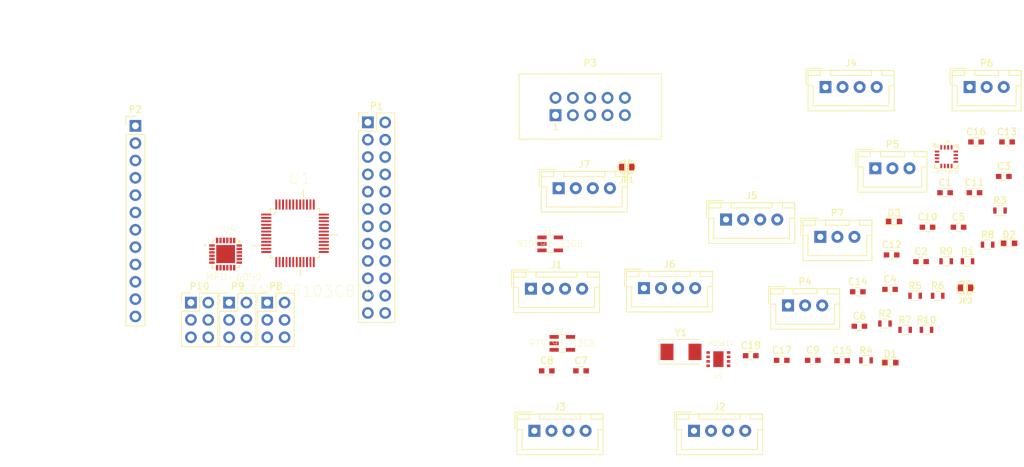
<source format=kicad_pcb>
(kicad_pcb (version 4) (host pcbnew 4.0.6)

  (general
    (links 166)
    (no_connects 166)
    (area 0 0 0 0)
    (thickness 1.6)
    (drawings 10)
    (tracks 0)
    (zones 0)
    (modules 57)
    (nets 96)
  )

  (page A4)
  (layers
    (0 F.Cu signal)
    (31 B.Cu signal)
    (32 B.Adhes user)
    (33 F.Adhes user)
    (34 B.Paste user)
    (35 F.Paste user)
    (36 B.SilkS user)
    (37 F.SilkS user)
    (38 B.Mask user)
    (39 F.Mask user)
    (40 Dwgs.User user)
    (41 Cmts.User user)
    (42 Eco1.User user)
    (43 Eco2.User user)
    (44 Edge.Cuts user)
    (45 Margin user)
    (46 B.CrtYd user)
    (47 F.CrtYd user)
    (48 B.Fab user)
    (49 F.Fab user)
  )

  (setup
    (last_trace_width 0.25)
    (trace_clearance 0.2)
    (zone_clearance 0.508)
    (zone_45_only no)
    (trace_min 0.2)
    (segment_width 0.2)
    (edge_width 0.15)
    (via_size 0.6)
    (via_drill 0.4)
    (via_min_size 0.4)
    (via_min_drill 0.3)
    (uvia_size 0.3)
    (uvia_drill 0.1)
    (uvias_allowed no)
    (uvia_min_size 0.2)
    (uvia_min_drill 0.1)
    (pcb_text_width 0.3)
    (pcb_text_size 1.5 1.5)
    (mod_edge_width 0.15)
    (mod_text_size 1 1)
    (mod_text_width 0.15)
    (pad_size 1.524 1.524)
    (pad_drill 0.762)
    (pad_to_mask_clearance 0.2)
    (aux_axis_origin 0 0)
    (visible_elements FFFFFF7F)
    (pcbplotparams
      (layerselection 0x00030_80000001)
      (usegerberextensions false)
      (excludeedgelayer true)
      (linewidth 0.100000)
      (plotframeref false)
      (viasonmask false)
      (mode 1)
      (useauxorigin false)
      (hpglpennumber 1)
      (hpglpenspeed 20)
      (hpglpendiameter 15)
      (hpglpenoverlay 2)
      (psnegative false)
      (psa4output false)
      (plotreference true)
      (plotvalue true)
      (plotinvisibletext false)
      (padsonsilk false)
      (subtractmaskfromsilk false)
      (outputformat 1)
      (mirror false)
      (drillshape 1)
      (scaleselection 1)
      (outputdirectory ""))
  )

  (net 0 "")
  (net 1 +5V)
  (net 2 GND)
  (net 3 /VCC_SENSE)
  (net 4 VCC)
  (net 5 "Net-(C7-Pad1)")
  (net 6 "Net-(C8-Pad1)")
  (net 7 "Net-(C8-Pad2)")
  (net 8 "Net-(C10-Pad2)")
  (net 9 "Net-(C12-Pad2)")
  (net 10 /OSC_IN)
  (net 11 /OSC_OUT)
  (net 12 "Net-(D1-Pad1)")
  (net 13 "Net-(D2-Pad1)")
  (net 14 "Net-(D3-Pad1)")
  (net 15 /PIUART_TX2)
  (net 16 /PIUART_RX2)
  (net 17 /USB1_DP)
  (net 18 /USB1_DN)
  (net 19 /USB2_DP)
  (net 20 /USB2_DN)
  (net 21 /SCL)
  (net 22 /SDA)
  (net 23 /PI_SCL)
  (net 24 /PI_SDA)
  (net 25 /PIUART_RX)
  (net 26 /PIUART1_TX)
  (net 27 /TX2)
  (net 28 /RX2)
  (net 29 /BOOT1)
  (net 30 /BOOT0)
  (net 31 +3V3)
  (net 32 /PG11)
  (net 33 /PI_PWM1)
  (net 34 /PIUART_RTS2)
  (net 35 /PIUART_CTS2)
  (net 36 /PIUART_RTS1)
  (net 37 /PIUART_CTS1)
  (net 38 /MOSI)
  (net 39 /MISO)
  (net 40 /CLK)
  (net 41 /CS)
  (net 42 /DIN)
  (net 43 /DOUT)
  (net 44 /BCK)
  (net 45 /LRCK)
  (net 46 /SPDIF)
  (net 47 /IR)
  (net 48 "Net-(P2-Pad12)")
  (net 49 /SWDIO)
  (net 50 /SWDCLK)
  (net 51 "Net-(P3-Pad6)")
  (net 52 "Net-(P3-Pad7)")
  (net 53 "Net-(P3-Pad8)")
  (net 54 "Net-(P3-Pad9)")
  (net 55 /NRST)
  (net 56 /PWM1)
  (net 57 /PWM2)
  (net 58 /PWM3)
  (net 59 /PWM4)
  (net 60 /PWM5)
  (net 61 /PWM6)
  (net 62 +BATT)
  (net 63 /POWER_ADC)
  (net 64 /LED0)
  (net 65 /LED1)
  (net 66 /PRE_XCLR)
  (net 67 /PRE_EOC)
  (net 68 "Net-(U1-Pad4)")
  (net 69 /RC_CH1)
  (net 70 /RC_CH2)
  (net 71 /ACC_INT2)
  (net 72 /RC_CH5)
  (net 73 /RC_CH6)
  (net 74 /RC_CH7)
  (net 75 /RC_CH8)
  (net 76 /MAD_DRDY)
  (net 77 /MPU_INT)
  (net 78 "Net-(U1-Pad27)")
  (net 79 "Net-(U1-Pad28)")
  (net 80 /BEEP)
  (net 81 "Net-(U1-Pad38)")
  (net 82 "Net-(U1-Pad41)")
  (net 83 "Net-(U4-Pad6)")
  (net 84 "Net-(U4-Pad7)")
  (net 85 "Net-(U4-Pad19)")
  (net 86 "Net-(U4-Pad21)")
  (net 87 "Net-(U4-Pad22)")
  (net 88 "Net-(U4-Pad25)")
  (net 89 "Net-(U5-Pad6)")
  (net 90 "Net-(U6-Pad3)")
  (net 91 "Net-(U6-Pad5)")
  (net 92 /MAG_DRDY)
  (net 93 "Net-(U6-Pad14)")
  (net 94 "Net-(U6-Pad6)")
  (net 95 "Net-(U6-Pad7)")

  (net_class Default "This is the default net class."
    (clearance 0.2)
    (trace_width 0.25)
    (via_dia 0.6)
    (via_drill 0.4)
    (uvia_dia 0.3)
    (uvia_drill 0.1)
    (add_net +3V3)
    (add_net +5V)
    (add_net +BATT)
    (add_net /ACC_INT2)
    (add_net /BCK)
    (add_net /BEEP)
    (add_net /BOOT0)
    (add_net /BOOT1)
    (add_net /CLK)
    (add_net /CS)
    (add_net /DIN)
    (add_net /DOUT)
    (add_net /IR)
    (add_net /LED0)
    (add_net /LED1)
    (add_net /LRCK)
    (add_net /MAD_DRDY)
    (add_net /MAG_DRDY)
    (add_net /MISO)
    (add_net /MOSI)
    (add_net /MPU_INT)
    (add_net /NRST)
    (add_net /OSC_IN)
    (add_net /OSC_OUT)
    (add_net /PG11)
    (add_net /PIUART1_TX)
    (add_net /PIUART_CTS1)
    (add_net /PIUART_CTS2)
    (add_net /PIUART_RTS1)
    (add_net /PIUART_RTS2)
    (add_net /PIUART_RX)
    (add_net /PIUART_RX2)
    (add_net /PIUART_TX2)
    (add_net /PI_PWM1)
    (add_net /PI_SCL)
    (add_net /PI_SDA)
    (add_net /POWER_ADC)
    (add_net /PRE_EOC)
    (add_net /PRE_XCLR)
    (add_net /PWM1)
    (add_net /PWM2)
    (add_net /PWM3)
    (add_net /PWM4)
    (add_net /PWM5)
    (add_net /PWM6)
    (add_net /RC_CH1)
    (add_net /RC_CH2)
    (add_net /RC_CH5)
    (add_net /RC_CH6)
    (add_net /RC_CH7)
    (add_net /RC_CH8)
    (add_net /RX2)
    (add_net /SCL)
    (add_net /SDA)
    (add_net /SPDIF)
    (add_net /SWDCLK)
    (add_net /SWDIO)
    (add_net /TX2)
    (add_net /USB1_DN)
    (add_net /USB1_DP)
    (add_net /USB2_DN)
    (add_net /USB2_DP)
    (add_net /VCC_SENSE)
    (add_net GND)
    (add_net "Net-(C10-Pad2)")
    (add_net "Net-(C12-Pad2)")
    (add_net "Net-(C7-Pad1)")
    (add_net "Net-(C8-Pad1)")
    (add_net "Net-(C8-Pad2)")
    (add_net "Net-(D1-Pad1)")
    (add_net "Net-(D2-Pad1)")
    (add_net "Net-(D3-Pad1)")
    (add_net "Net-(P2-Pad12)")
    (add_net "Net-(P3-Pad6)")
    (add_net "Net-(P3-Pad7)")
    (add_net "Net-(P3-Pad8)")
    (add_net "Net-(P3-Pad9)")
    (add_net "Net-(U1-Pad27)")
    (add_net "Net-(U1-Pad28)")
    (add_net "Net-(U1-Pad38)")
    (add_net "Net-(U1-Pad4)")
    (add_net "Net-(U1-Pad41)")
    (add_net "Net-(U4-Pad19)")
    (add_net "Net-(U4-Pad21)")
    (add_net "Net-(U4-Pad22)")
    (add_net "Net-(U4-Pad25)")
    (add_net "Net-(U4-Pad6)")
    (add_net "Net-(U4-Pad7)")
    (add_net "Net-(U5-Pad6)")
    (add_net "Net-(U6-Pad14)")
    (add_net "Net-(U6-Pad3)")
    (add_net "Net-(U6-Pad5)")
    (add_net "Net-(U6-Pad6)")
    (add_net "Net-(U6-Pad7)")
    (add_net VCC)
  )

  (module Capacitors_SMD:C_0603 (layer F.Cu) (tedit 58AA844E) (tstamp 59339B61)
    (at 280.603333 40.285)
    (descr "Capacitor SMD 0603, reflow soldering, AVX (see smccp.pdf)")
    (tags "capacitor 0603")
    (path /5929C6D6)
    (attr smd)
    (fp_text reference C1 (at 0 -1.5) (layer F.SilkS)
      (effects (font (size 1 1) (thickness 0.15)))
    )
    (fp_text value 10uF (at 0 1.5) (layer F.Fab)
      (effects (font (size 1 1) (thickness 0.15)))
    )
    (fp_text user %R (at 0 -1.5) (layer F.Fab)
      (effects (font (size 1 1) (thickness 0.15)))
    )
    (fp_line (start -0.8 0.4) (end -0.8 -0.4) (layer F.Fab) (width 0.1))
    (fp_line (start 0.8 0.4) (end -0.8 0.4) (layer F.Fab) (width 0.1))
    (fp_line (start 0.8 -0.4) (end 0.8 0.4) (layer F.Fab) (width 0.1))
    (fp_line (start -0.8 -0.4) (end 0.8 -0.4) (layer F.Fab) (width 0.1))
    (fp_line (start -0.35 -0.6) (end 0.35 -0.6) (layer F.SilkS) (width 0.12))
    (fp_line (start 0.35 0.6) (end -0.35 0.6) (layer F.SilkS) (width 0.12))
    (fp_line (start -1.4 -0.65) (end 1.4 -0.65) (layer F.CrtYd) (width 0.05))
    (fp_line (start -1.4 -0.65) (end -1.4 0.65) (layer F.CrtYd) (width 0.05))
    (fp_line (start 1.4 0.65) (end 1.4 -0.65) (layer F.CrtYd) (width 0.05))
    (fp_line (start 1.4 0.65) (end -1.4 0.65) (layer F.CrtYd) (width 0.05))
    (pad 1 smd rect (at -0.75 0) (size 0.8 0.75) (layers F.Cu F.Paste F.Mask)
      (net 1 +5V))
    (pad 2 smd rect (at 0.75 0) (size 0.8 0.75) (layers F.Cu F.Paste F.Mask)
      (net 2 GND))
    (model Capacitors_SMD.3dshapes/C_0603.wrl
      (at (xyz 0 0 0))
      (scale (xyz 1 1 1))
      (rotate (xyz 0 0 0))
    )
  )

  (module Capacitors_SMD:C_0603 (layer F.Cu) (tedit 58AA844E) (tstamp 59339B67)
    (at 277.083333 50.385)
    (descr "Capacitor SMD 0603, reflow soldering, AVX (see smccp.pdf)")
    (tags "capacitor 0603")
    (path /5929B538)
    (attr smd)
    (fp_text reference C2 (at 0 -1.5) (layer F.SilkS)
      (effects (font (size 1 1) (thickness 0.15)))
    )
    (fp_text value 10uF (at 0 1.5) (layer F.Fab)
      (effects (font (size 1 1) (thickness 0.15)))
    )
    (fp_text user %R (at 0 -1.5) (layer F.Fab)
      (effects (font (size 1 1) (thickness 0.15)))
    )
    (fp_line (start -0.8 0.4) (end -0.8 -0.4) (layer F.Fab) (width 0.1))
    (fp_line (start 0.8 0.4) (end -0.8 0.4) (layer F.Fab) (width 0.1))
    (fp_line (start 0.8 -0.4) (end 0.8 0.4) (layer F.Fab) (width 0.1))
    (fp_line (start -0.8 -0.4) (end 0.8 -0.4) (layer F.Fab) (width 0.1))
    (fp_line (start -0.35 -0.6) (end 0.35 -0.6) (layer F.SilkS) (width 0.12))
    (fp_line (start 0.35 0.6) (end -0.35 0.6) (layer F.SilkS) (width 0.12))
    (fp_line (start -1.4 -0.65) (end 1.4 -0.65) (layer F.CrtYd) (width 0.05))
    (fp_line (start -1.4 -0.65) (end -1.4 0.65) (layer F.CrtYd) (width 0.05))
    (fp_line (start 1.4 0.65) (end 1.4 -0.65) (layer F.CrtYd) (width 0.05))
    (fp_line (start 1.4 0.65) (end -1.4 0.65) (layer F.CrtYd) (width 0.05))
    (pad 1 smd rect (at -0.75 0) (size 0.8 0.75) (layers F.Cu F.Paste F.Mask)
      (net 1 +5V))
    (pad 2 smd rect (at 0.75 0) (size 0.8 0.75) (layers F.Cu F.Paste F.Mask)
      (net 2 GND))
    (model Capacitors_SMD.3dshapes/C_0603.wrl
      (at (xyz 0 0 0))
      (scale (xyz 1 1 1))
      (rotate (xyz 0 0 0))
    )
  )

  (module Capacitors_SMD:C_0603 (layer F.Cu) (tedit 58AA844E) (tstamp 59339B6D)
    (at 289.203333 37.895)
    (descr "Capacitor SMD 0603, reflow soldering, AVX (see smccp.pdf)")
    (tags "capacitor 0603")
    (path /5929C6DC)
    (attr smd)
    (fp_text reference C3 (at 0 -1.5) (layer F.SilkS)
      (effects (font (size 1 1) (thickness 0.15)))
    )
    (fp_text value 10uF (at 0 1.5) (layer F.Fab)
      (effects (font (size 1 1) (thickness 0.15)))
    )
    (fp_text user %R (at 0 -1.5) (layer F.Fab)
      (effects (font (size 1 1) (thickness 0.15)))
    )
    (fp_line (start -0.8 0.4) (end -0.8 -0.4) (layer F.Fab) (width 0.1))
    (fp_line (start 0.8 0.4) (end -0.8 0.4) (layer F.Fab) (width 0.1))
    (fp_line (start 0.8 -0.4) (end 0.8 0.4) (layer F.Fab) (width 0.1))
    (fp_line (start -0.8 -0.4) (end 0.8 -0.4) (layer F.Fab) (width 0.1))
    (fp_line (start -0.35 -0.6) (end 0.35 -0.6) (layer F.SilkS) (width 0.12))
    (fp_line (start 0.35 0.6) (end -0.35 0.6) (layer F.SilkS) (width 0.12))
    (fp_line (start -1.4 -0.65) (end 1.4 -0.65) (layer F.CrtYd) (width 0.05))
    (fp_line (start -1.4 -0.65) (end -1.4 0.65) (layer F.CrtYd) (width 0.05))
    (fp_line (start 1.4 0.65) (end 1.4 -0.65) (layer F.CrtYd) (width 0.05))
    (fp_line (start 1.4 0.65) (end -1.4 0.65) (layer F.CrtYd) (width 0.05))
    (pad 1 smd rect (at -0.75 0) (size 0.8 0.75) (layers F.Cu F.Paste F.Mask)
      (net 3 /VCC_SENSE))
    (pad 2 smd rect (at 0.75 0) (size 0.8 0.75) (layers F.Cu F.Paste F.Mask)
      (net 2 GND))
    (model Capacitors_SMD.3dshapes/C_0603.wrl
      (at (xyz 0 0 0))
      (scale (xyz 1 1 1))
      (rotate (xyz 0 0 0))
    )
  )

  (module Capacitors_SMD:C_0603 (layer F.Cu) (tedit 58AA844E) (tstamp 59339B73)
    (at 272.543333 54.455)
    (descr "Capacitor SMD 0603, reflow soldering, AVX (see smccp.pdf)")
    (tags "capacitor 0603")
    (path /5929B5B5)
    (attr smd)
    (fp_text reference C4 (at 0 -1.5) (layer F.SilkS)
      (effects (font (size 1 1) (thickness 0.15)))
    )
    (fp_text value 10uF (at 0 1.5) (layer F.Fab)
      (effects (font (size 1 1) (thickness 0.15)))
    )
    (fp_text user %R (at 0 -1.5) (layer F.Fab)
      (effects (font (size 1 1) (thickness 0.15)))
    )
    (fp_line (start -0.8 0.4) (end -0.8 -0.4) (layer F.Fab) (width 0.1))
    (fp_line (start 0.8 0.4) (end -0.8 0.4) (layer F.Fab) (width 0.1))
    (fp_line (start 0.8 -0.4) (end 0.8 0.4) (layer F.Fab) (width 0.1))
    (fp_line (start -0.8 -0.4) (end 0.8 -0.4) (layer F.Fab) (width 0.1))
    (fp_line (start -0.35 -0.6) (end 0.35 -0.6) (layer F.SilkS) (width 0.12))
    (fp_line (start 0.35 0.6) (end -0.35 0.6) (layer F.SilkS) (width 0.12))
    (fp_line (start -1.4 -0.65) (end 1.4 -0.65) (layer F.CrtYd) (width 0.05))
    (fp_line (start -1.4 -0.65) (end -1.4 0.65) (layer F.CrtYd) (width 0.05))
    (fp_line (start 1.4 0.65) (end 1.4 -0.65) (layer F.CrtYd) (width 0.05))
    (fp_line (start 1.4 0.65) (end -1.4 0.65) (layer F.CrtYd) (width 0.05))
    (pad 1 smd rect (at -0.75 0) (size 0.8 0.75) (layers F.Cu F.Paste F.Mask)
      (net 4 VCC))
    (pad 2 smd rect (at 0.75 0) (size 0.8 0.75) (layers F.Cu F.Paste F.Mask)
      (net 2 GND))
    (model Capacitors_SMD.3dshapes/C_0603.wrl
      (at (xyz 0 0 0))
      (scale (xyz 1 1 1))
      (rotate (xyz 0 0 0))
    )
  )

  (module Capacitors_SMD:C_0603 (layer F.Cu) (tedit 58AA844E) (tstamp 59339B79)
    (at 282.571428 45.335)
    (descr "Capacitor SMD 0603, reflow soldering, AVX (see smccp.pdf)")
    (tags "capacitor 0603")
    (path /5929C6E2)
    (attr smd)
    (fp_text reference C5 (at 0 -1.5) (layer F.SilkS)
      (effects (font (size 1 1) (thickness 0.15)))
    )
    (fp_text value 0.1uF (at 0 1.5) (layer F.Fab)
      (effects (font (size 1 1) (thickness 0.15)))
    )
    (fp_text user %R (at 0 -1.5) (layer F.Fab)
      (effects (font (size 1 1) (thickness 0.15)))
    )
    (fp_line (start -0.8 0.4) (end -0.8 -0.4) (layer F.Fab) (width 0.1))
    (fp_line (start 0.8 0.4) (end -0.8 0.4) (layer F.Fab) (width 0.1))
    (fp_line (start 0.8 -0.4) (end 0.8 0.4) (layer F.Fab) (width 0.1))
    (fp_line (start -0.8 -0.4) (end 0.8 -0.4) (layer F.Fab) (width 0.1))
    (fp_line (start -0.35 -0.6) (end 0.35 -0.6) (layer F.SilkS) (width 0.12))
    (fp_line (start 0.35 0.6) (end -0.35 0.6) (layer F.SilkS) (width 0.12))
    (fp_line (start -1.4 -0.65) (end 1.4 -0.65) (layer F.CrtYd) (width 0.05))
    (fp_line (start -1.4 -0.65) (end -1.4 0.65) (layer F.CrtYd) (width 0.05))
    (fp_line (start 1.4 0.65) (end 1.4 -0.65) (layer F.CrtYd) (width 0.05))
    (fp_line (start 1.4 0.65) (end -1.4 0.65) (layer F.CrtYd) (width 0.05))
    (pad 1 smd rect (at -0.75 0) (size 0.8 0.75) (layers F.Cu F.Paste F.Mask)
      (net 3 /VCC_SENSE))
    (pad 2 smd rect (at 0.75 0) (size 0.8 0.75) (layers F.Cu F.Paste F.Mask)
      (net 2 GND))
    (model Capacitors_SMD.3dshapes/C_0603.wrl
      (at (xyz 0 0 0))
      (scale (xyz 1 1 1))
      (rotate (xyz 0 0 0))
    )
  )

  (module Capacitors_SMD:C_0603 (layer F.Cu) (tedit 58AA844E) (tstamp 59339B7F)
    (at 268.061428 59.855)
    (descr "Capacitor SMD 0603, reflow soldering, AVX (see smccp.pdf)")
    (tags "capacitor 0603")
    (path /5929B7A0)
    (attr smd)
    (fp_text reference C6 (at 0 -1.5) (layer F.SilkS)
      (effects (font (size 1 1) (thickness 0.15)))
    )
    (fp_text value 0.1uF (at 0 1.5) (layer F.Fab)
      (effects (font (size 1 1) (thickness 0.15)))
    )
    (fp_text user %R (at 0 -1.5) (layer F.Fab)
      (effects (font (size 1 1) (thickness 0.15)))
    )
    (fp_line (start -0.8 0.4) (end -0.8 -0.4) (layer F.Fab) (width 0.1))
    (fp_line (start 0.8 0.4) (end -0.8 0.4) (layer F.Fab) (width 0.1))
    (fp_line (start 0.8 -0.4) (end 0.8 0.4) (layer F.Fab) (width 0.1))
    (fp_line (start -0.8 -0.4) (end 0.8 -0.4) (layer F.Fab) (width 0.1))
    (fp_line (start -0.35 -0.6) (end 0.35 -0.6) (layer F.SilkS) (width 0.12))
    (fp_line (start 0.35 0.6) (end -0.35 0.6) (layer F.SilkS) (width 0.12))
    (fp_line (start -1.4 -0.65) (end 1.4 -0.65) (layer F.CrtYd) (width 0.05))
    (fp_line (start -1.4 -0.65) (end -1.4 0.65) (layer F.CrtYd) (width 0.05))
    (fp_line (start 1.4 0.65) (end 1.4 -0.65) (layer F.CrtYd) (width 0.05))
    (fp_line (start 1.4 0.65) (end -1.4 0.65) (layer F.CrtYd) (width 0.05))
    (pad 1 smd rect (at -0.75 0) (size 0.8 0.75) (layers F.Cu F.Paste F.Mask)
      (net 4 VCC))
    (pad 2 smd rect (at 0.75 0) (size 0.8 0.75) (layers F.Cu F.Paste F.Mask)
      (net 2 GND))
    (model Capacitors_SMD.3dshapes/C_0603.wrl
      (at (xyz 0 0 0))
      (scale (xyz 1 1 1))
      (rotate (xyz 0 0 0))
    )
  )

  (module Capacitors_SMD:C_0603 (layer F.Cu) (tedit 58AA844E) (tstamp 59339B85)
    (at 227.301428 66.395)
    (descr "Capacitor SMD 0603, reflow soldering, AVX (see smccp.pdf)")
    (tags "capacitor 0603")
    (path /59298ED1)
    (attr smd)
    (fp_text reference C7 (at 0 -1.5) (layer F.SilkS)
      (effects (font (size 1 1) (thickness 0.15)))
    )
    (fp_text value 4.7uF (at 0 1.5) (layer F.Fab)
      (effects (font (size 1 1) (thickness 0.15)))
    )
    (fp_text user %R (at 0 -1.5) (layer F.Fab)
      (effects (font (size 1 1) (thickness 0.15)))
    )
    (fp_line (start -0.8 0.4) (end -0.8 -0.4) (layer F.Fab) (width 0.1))
    (fp_line (start 0.8 0.4) (end -0.8 0.4) (layer F.Fab) (width 0.1))
    (fp_line (start 0.8 -0.4) (end 0.8 0.4) (layer F.Fab) (width 0.1))
    (fp_line (start -0.8 -0.4) (end 0.8 -0.4) (layer F.Fab) (width 0.1))
    (fp_line (start -0.35 -0.6) (end 0.35 -0.6) (layer F.SilkS) (width 0.12))
    (fp_line (start 0.35 0.6) (end -0.35 0.6) (layer F.SilkS) (width 0.12))
    (fp_line (start -1.4 -0.65) (end 1.4 -0.65) (layer F.CrtYd) (width 0.05))
    (fp_line (start -1.4 -0.65) (end -1.4 0.65) (layer F.CrtYd) (width 0.05))
    (fp_line (start 1.4 0.65) (end 1.4 -0.65) (layer F.CrtYd) (width 0.05))
    (fp_line (start 1.4 0.65) (end -1.4 0.65) (layer F.CrtYd) (width 0.05))
    (pad 1 smd rect (at -0.75 0) (size 0.8 0.75) (layers F.Cu F.Paste F.Mask)
      (net 5 "Net-(C7-Pad1)"))
    (pad 2 smd rect (at 0.75 0) (size 0.8 0.75) (layers F.Cu F.Paste F.Mask)
      (net 2 GND))
    (model Capacitors_SMD.3dshapes/C_0603.wrl
      (at (xyz 0 0 0))
      (scale (xyz 1 1 1))
      (rotate (xyz 0 0 0))
    )
  )

  (module Capacitors_SMD:C_0603 (layer F.Cu) (tedit 58AA844E) (tstamp 59339B8B)
    (at 222.287619 66.395)
    (descr "Capacitor SMD 0603, reflow soldering, AVX (see smccp.pdf)")
    (tags "capacitor 0603")
    (path /59298519)
    (attr smd)
    (fp_text reference C8 (at 0 -1.5) (layer F.SilkS)
      (effects (font (size 1 1) (thickness 0.15)))
    )
    (fp_text value 0.22uF (at 0 1.5) (layer F.Fab)
      (effects (font (size 1 1) (thickness 0.15)))
    )
    (fp_text user %R (at 0 -1.5) (layer F.Fab)
      (effects (font (size 1 1) (thickness 0.15)))
    )
    (fp_line (start -0.8 0.4) (end -0.8 -0.4) (layer F.Fab) (width 0.1))
    (fp_line (start 0.8 0.4) (end -0.8 0.4) (layer F.Fab) (width 0.1))
    (fp_line (start 0.8 -0.4) (end 0.8 0.4) (layer F.Fab) (width 0.1))
    (fp_line (start -0.8 -0.4) (end 0.8 -0.4) (layer F.Fab) (width 0.1))
    (fp_line (start -0.35 -0.6) (end 0.35 -0.6) (layer F.SilkS) (width 0.12))
    (fp_line (start 0.35 0.6) (end -0.35 0.6) (layer F.SilkS) (width 0.12))
    (fp_line (start -1.4 -0.65) (end 1.4 -0.65) (layer F.CrtYd) (width 0.05))
    (fp_line (start -1.4 -0.65) (end -1.4 0.65) (layer F.CrtYd) (width 0.05))
    (fp_line (start 1.4 0.65) (end 1.4 -0.65) (layer F.CrtYd) (width 0.05))
    (fp_line (start 1.4 0.65) (end -1.4 0.65) (layer F.CrtYd) (width 0.05))
    (pad 1 smd rect (at -0.75 0) (size 0.8 0.75) (layers F.Cu F.Paste F.Mask)
      (net 6 "Net-(C8-Pad1)"))
    (pad 2 smd rect (at 0.75 0) (size 0.8 0.75) (layers F.Cu F.Paste F.Mask)
      (net 7 "Net-(C8-Pad2)"))
    (model Capacitors_SMD.3dshapes/C_0603.wrl
      (at (xyz 0 0 0))
      (scale (xyz 1 1 1))
      (rotate (xyz 0 0 0))
    )
  )

  (module Capacitors_SMD:C_0603 (layer F.Cu) (tedit 58AA844E) (tstamp 59339B91)
    (at 261.231428 64.855)
    (descr "Capacitor SMD 0603, reflow soldering, AVX (see smccp.pdf)")
    (tags "capacitor 0603")
    (path /592942BD)
    (attr smd)
    (fp_text reference C9 (at 0 -1.5) (layer F.SilkS)
      (effects (font (size 1 1) (thickness 0.15)))
    )
    (fp_text value 0.1uF (at 0 1.5) (layer F.Fab)
      (effects (font (size 1 1) (thickness 0.15)))
    )
    (fp_text user %R (at 0 -1.5) (layer F.Fab)
      (effects (font (size 1 1) (thickness 0.15)))
    )
    (fp_line (start -0.8 0.4) (end -0.8 -0.4) (layer F.Fab) (width 0.1))
    (fp_line (start 0.8 0.4) (end -0.8 0.4) (layer F.Fab) (width 0.1))
    (fp_line (start 0.8 -0.4) (end 0.8 0.4) (layer F.Fab) (width 0.1))
    (fp_line (start -0.8 -0.4) (end 0.8 -0.4) (layer F.Fab) (width 0.1))
    (fp_line (start -0.35 -0.6) (end 0.35 -0.6) (layer F.SilkS) (width 0.12))
    (fp_line (start 0.35 0.6) (end -0.35 0.6) (layer F.SilkS) (width 0.12))
    (fp_line (start -1.4 -0.65) (end 1.4 -0.65) (layer F.CrtYd) (width 0.05))
    (fp_line (start -1.4 -0.65) (end -1.4 0.65) (layer F.CrtYd) (width 0.05))
    (fp_line (start 1.4 0.65) (end 1.4 -0.65) (layer F.CrtYd) (width 0.05))
    (fp_line (start 1.4 0.65) (end -1.4 0.65) (layer F.CrtYd) (width 0.05))
    (pad 1 smd rect (at -0.75 0) (size 0.8 0.75) (layers F.Cu F.Paste F.Mask)
      (net 4 VCC))
    (pad 2 smd rect (at 0.75 0) (size 0.8 0.75) (layers F.Cu F.Paste F.Mask)
      (net 2 GND))
    (model Capacitors_SMD.3dshapes/C_0603.wrl
      (at (xyz 0 0 0))
      (scale (xyz 1 1 1))
      (rotate (xyz 0 0 0))
    )
  )

  (module Capacitors_SMD:C_0603 (layer F.Cu) (tedit 58AA844E) (tstamp 59339B97)
    (at 278.031428 45.335)
    (descr "Capacitor SMD 0603, reflow soldering, AVX (see smccp.pdf)")
    (tags "capacitor 0603")
    (path /59294D42)
    (attr smd)
    (fp_text reference C10 (at 0 -1.5) (layer F.SilkS)
      (effects (font (size 1 1) (thickness 0.15)))
    )
    (fp_text value 2.2uF (at 0 1.5) (layer F.Fab)
      (effects (font (size 1 1) (thickness 0.15)))
    )
    (fp_text user %R (at 0 -1.5) (layer F.Fab)
      (effects (font (size 1 1) (thickness 0.15)))
    )
    (fp_line (start -0.8 0.4) (end -0.8 -0.4) (layer F.Fab) (width 0.1))
    (fp_line (start 0.8 0.4) (end -0.8 0.4) (layer F.Fab) (width 0.1))
    (fp_line (start 0.8 -0.4) (end 0.8 0.4) (layer F.Fab) (width 0.1))
    (fp_line (start -0.8 -0.4) (end 0.8 -0.4) (layer F.Fab) (width 0.1))
    (fp_line (start -0.35 -0.6) (end 0.35 -0.6) (layer F.SilkS) (width 0.12))
    (fp_line (start 0.35 0.6) (end -0.35 0.6) (layer F.SilkS) (width 0.12))
    (fp_line (start -1.4 -0.65) (end 1.4 -0.65) (layer F.CrtYd) (width 0.05))
    (fp_line (start -1.4 -0.65) (end -1.4 0.65) (layer F.CrtYd) (width 0.05))
    (fp_line (start 1.4 0.65) (end 1.4 -0.65) (layer F.CrtYd) (width 0.05))
    (fp_line (start 1.4 0.65) (end -1.4 0.65) (layer F.CrtYd) (width 0.05))
    (pad 1 smd rect (at -0.75 0) (size 0.8 0.75) (layers F.Cu F.Paste F.Mask)
      (net 2 GND))
    (pad 2 smd rect (at 0.75 0) (size 0.8 0.75) (layers F.Cu F.Paste F.Mask)
      (net 8 "Net-(C10-Pad2)"))
    (model Capacitors_SMD.3dshapes/C_0603.wrl
      (at (xyz 0 0 0))
      (scale (xyz 1 1 1))
      (rotate (xyz 0 0 0))
    )
  )

  (module Capacitors_SMD:C_0603 (layer F.Cu) (tedit 58AA844E) (tstamp 59339B9D)
    (at 284.901428 40.285)
    (descr "Capacitor SMD 0603, reflow soldering, AVX (see smccp.pdf)")
    (tags "capacitor 0603")
    (path /59294258)
    (attr smd)
    (fp_text reference C11 (at 0 -1.5) (layer F.SilkS)
      (effects (font (size 1 1) (thickness 0.15)))
    )
    (fp_text value 0.1uF (at 0 1.5) (layer F.Fab)
      (effects (font (size 1 1) (thickness 0.15)))
    )
    (fp_text user %R (at 0 -1.5) (layer F.Fab)
      (effects (font (size 1 1) (thickness 0.15)))
    )
    (fp_line (start -0.8 0.4) (end -0.8 -0.4) (layer F.Fab) (width 0.1))
    (fp_line (start 0.8 0.4) (end -0.8 0.4) (layer F.Fab) (width 0.1))
    (fp_line (start 0.8 -0.4) (end 0.8 0.4) (layer F.Fab) (width 0.1))
    (fp_line (start -0.8 -0.4) (end 0.8 -0.4) (layer F.Fab) (width 0.1))
    (fp_line (start -0.35 -0.6) (end 0.35 -0.6) (layer F.SilkS) (width 0.12))
    (fp_line (start 0.35 0.6) (end -0.35 0.6) (layer F.SilkS) (width 0.12))
    (fp_line (start -1.4 -0.65) (end 1.4 -0.65) (layer F.CrtYd) (width 0.05))
    (fp_line (start -1.4 -0.65) (end -1.4 0.65) (layer F.CrtYd) (width 0.05))
    (fp_line (start 1.4 0.65) (end 1.4 -0.65) (layer F.CrtYd) (width 0.05))
    (fp_line (start 1.4 0.65) (end -1.4 0.65) (layer F.CrtYd) (width 0.05))
    (pad 1 smd rect (at -0.75 0) (size 0.8 0.75) (layers F.Cu F.Paste F.Mask)
      (net 3 /VCC_SENSE))
    (pad 2 smd rect (at 0.75 0) (size 0.8 0.75) (layers F.Cu F.Paste F.Mask)
      (net 2 GND))
    (model Capacitors_SMD.3dshapes/C_0603.wrl
      (at (xyz 0 0 0))
      (scale (xyz 1 1 1))
      (rotate (xyz 0 0 0))
    )
  )

  (module Capacitors_SMD:C_0603 (layer F.Cu) (tedit 58AA844E) (tstamp 59339BA3)
    (at 272.781428 49.405)
    (descr "Capacitor SMD 0603, reflow soldering, AVX (see smccp.pdf)")
    (tags "capacitor 0603")
    (path /59294F3E)
    (attr smd)
    (fp_text reference C12 (at 0 -1.5) (layer F.SilkS)
      (effects (font (size 1 1) (thickness 0.15)))
    )
    (fp_text value 0.1uF (at 0 1.5) (layer F.Fab)
      (effects (font (size 1 1) (thickness 0.15)))
    )
    (fp_text user %R (at 0 -1.5) (layer F.Fab)
      (effects (font (size 1 1) (thickness 0.15)))
    )
    (fp_line (start -0.8 0.4) (end -0.8 -0.4) (layer F.Fab) (width 0.1))
    (fp_line (start 0.8 0.4) (end -0.8 0.4) (layer F.Fab) (width 0.1))
    (fp_line (start 0.8 -0.4) (end 0.8 0.4) (layer F.Fab) (width 0.1))
    (fp_line (start -0.8 -0.4) (end 0.8 -0.4) (layer F.Fab) (width 0.1))
    (fp_line (start -0.35 -0.6) (end 0.35 -0.6) (layer F.SilkS) (width 0.12))
    (fp_line (start 0.35 0.6) (end -0.35 0.6) (layer F.SilkS) (width 0.12))
    (fp_line (start -1.4 -0.65) (end 1.4 -0.65) (layer F.CrtYd) (width 0.05))
    (fp_line (start -1.4 -0.65) (end -1.4 0.65) (layer F.CrtYd) (width 0.05))
    (fp_line (start 1.4 0.65) (end 1.4 -0.65) (layer F.CrtYd) (width 0.05))
    (fp_line (start 1.4 0.65) (end -1.4 0.65) (layer F.CrtYd) (width 0.05))
    (pad 1 smd rect (at -0.75 0) (size 0.8 0.75) (layers F.Cu F.Paste F.Mask)
      (net 2 GND))
    (pad 2 smd rect (at 0.75 0) (size 0.8 0.75) (layers F.Cu F.Paste F.Mask)
      (net 9 "Net-(C12-Pad2)"))
    (model Capacitors_SMD.3dshapes/C_0603.wrl
      (at (xyz 0 0 0))
      (scale (xyz 1 1 1))
      (rotate (xyz 0 0 0))
    )
  )

  (module Capacitors_SMD:C_0603 (layer F.Cu) (tedit 58AA844E) (tstamp 59339BA9)
    (at 289.681428 32.845)
    (descr "Capacitor SMD 0603, reflow soldering, AVX (see smccp.pdf)")
    (tags "capacitor 0603")
    (path /592712C6)
    (attr smd)
    (fp_text reference C13 (at 0 -1.5) (layer F.SilkS)
      (effects (font (size 1 1) (thickness 0.15)))
    )
    (fp_text value 0.1uF (at 0 1.5) (layer F.Fab)
      (effects (font (size 1 1) (thickness 0.15)))
    )
    (fp_text user %R (at 0 -1.5) (layer F.Fab)
      (effects (font (size 1 1) (thickness 0.15)))
    )
    (fp_line (start -0.8 0.4) (end -0.8 -0.4) (layer F.Fab) (width 0.1))
    (fp_line (start 0.8 0.4) (end -0.8 0.4) (layer F.Fab) (width 0.1))
    (fp_line (start 0.8 -0.4) (end 0.8 0.4) (layer F.Fab) (width 0.1))
    (fp_line (start -0.8 -0.4) (end 0.8 -0.4) (layer F.Fab) (width 0.1))
    (fp_line (start -0.35 -0.6) (end 0.35 -0.6) (layer F.SilkS) (width 0.12))
    (fp_line (start 0.35 0.6) (end -0.35 0.6) (layer F.SilkS) (width 0.12))
    (fp_line (start -1.4 -0.65) (end 1.4 -0.65) (layer F.CrtYd) (width 0.05))
    (fp_line (start -1.4 -0.65) (end -1.4 0.65) (layer F.CrtYd) (width 0.05))
    (fp_line (start 1.4 0.65) (end 1.4 -0.65) (layer F.CrtYd) (width 0.05))
    (fp_line (start 1.4 0.65) (end -1.4 0.65) (layer F.CrtYd) (width 0.05))
    (pad 1 smd rect (at -0.75 0) (size 0.8 0.75) (layers F.Cu F.Paste F.Mask)
      (net 4 VCC))
    (pad 2 smd rect (at 0.75 0) (size 0.8 0.75) (layers F.Cu F.Paste F.Mask)
      (net 2 GND))
    (model Capacitors_SMD.3dshapes/C_0603.wrl
      (at (xyz 0 0 0))
      (scale (xyz 1 1 1))
      (rotate (xyz 0 0 0))
    )
  )

  (module Capacitors_SMD:C_0603 (layer F.Cu) (tedit 58AA844E) (tstamp 59339BAF)
    (at 267.823333 54.805)
    (descr "Capacitor SMD 0603, reflow soldering, AVX (see smccp.pdf)")
    (tags "capacitor 0603")
    (path /59273698)
    (attr smd)
    (fp_text reference C14 (at 0 -1.5) (layer F.SilkS)
      (effects (font (size 1 1) (thickness 0.15)))
    )
    (fp_text value 18pF (at 0 1.5) (layer F.Fab)
      (effects (font (size 1 1) (thickness 0.15)))
    )
    (fp_text user %R (at 0 -1.5) (layer F.Fab)
      (effects (font (size 1 1) (thickness 0.15)))
    )
    (fp_line (start -0.8 0.4) (end -0.8 -0.4) (layer F.Fab) (width 0.1))
    (fp_line (start 0.8 0.4) (end -0.8 0.4) (layer F.Fab) (width 0.1))
    (fp_line (start 0.8 -0.4) (end 0.8 0.4) (layer F.Fab) (width 0.1))
    (fp_line (start -0.8 -0.4) (end 0.8 -0.4) (layer F.Fab) (width 0.1))
    (fp_line (start -0.35 -0.6) (end 0.35 -0.6) (layer F.SilkS) (width 0.12))
    (fp_line (start 0.35 0.6) (end -0.35 0.6) (layer F.SilkS) (width 0.12))
    (fp_line (start -1.4 -0.65) (end 1.4 -0.65) (layer F.CrtYd) (width 0.05))
    (fp_line (start -1.4 -0.65) (end -1.4 0.65) (layer F.CrtYd) (width 0.05))
    (fp_line (start 1.4 0.65) (end 1.4 -0.65) (layer F.CrtYd) (width 0.05))
    (fp_line (start 1.4 0.65) (end -1.4 0.65) (layer F.CrtYd) (width 0.05))
    (pad 1 smd rect (at -0.75 0) (size 0.8 0.75) (layers F.Cu F.Paste F.Mask)
      (net 10 /OSC_IN))
    (pad 2 smd rect (at 0.75 0) (size 0.8 0.75) (layers F.Cu F.Paste F.Mask)
      (net 2 GND))
    (model Capacitors_SMD.3dshapes/C_0603.wrl
      (at (xyz 0 0 0))
      (scale (xyz 1 1 1))
      (rotate (xyz 0 0 0))
    )
  )

  (module Capacitors_SMD:C_0603 (layer F.Cu) (tedit 58AA844E) (tstamp 59339BB5)
    (at 265.533333 64.905)
    (descr "Capacitor SMD 0603, reflow soldering, AVX (see smccp.pdf)")
    (tags "capacitor 0603")
    (path /5927374D)
    (attr smd)
    (fp_text reference C15 (at 0 -1.5) (layer F.SilkS)
      (effects (font (size 1 1) (thickness 0.15)))
    )
    (fp_text value 18pF (at 0 1.5) (layer F.Fab)
      (effects (font (size 1 1) (thickness 0.15)))
    )
    (fp_text user %R (at 0 -1.5) (layer F.Fab)
      (effects (font (size 1 1) (thickness 0.15)))
    )
    (fp_line (start -0.8 0.4) (end -0.8 -0.4) (layer F.Fab) (width 0.1))
    (fp_line (start 0.8 0.4) (end -0.8 0.4) (layer F.Fab) (width 0.1))
    (fp_line (start 0.8 -0.4) (end 0.8 0.4) (layer F.Fab) (width 0.1))
    (fp_line (start -0.8 -0.4) (end 0.8 -0.4) (layer F.Fab) (width 0.1))
    (fp_line (start -0.35 -0.6) (end 0.35 -0.6) (layer F.SilkS) (width 0.12))
    (fp_line (start 0.35 0.6) (end -0.35 0.6) (layer F.SilkS) (width 0.12))
    (fp_line (start -1.4 -0.65) (end 1.4 -0.65) (layer F.CrtYd) (width 0.05))
    (fp_line (start -1.4 -0.65) (end -1.4 0.65) (layer F.CrtYd) (width 0.05))
    (fp_line (start 1.4 0.65) (end 1.4 -0.65) (layer F.CrtYd) (width 0.05))
    (fp_line (start 1.4 0.65) (end -1.4 0.65) (layer F.CrtYd) (width 0.05))
    (pad 1 smd rect (at -0.75 0) (size 0.8 0.75) (layers F.Cu F.Paste F.Mask)
      (net 11 /OSC_OUT))
    (pad 2 smd rect (at 0.75 0) (size 0.8 0.75) (layers F.Cu F.Paste F.Mask)
      (net 2 GND))
    (model Capacitors_SMD.3dshapes/C_0603.wrl
      (at (xyz 0 0 0))
      (scale (xyz 1 1 1))
      (rotate (xyz 0 0 0))
    )
  )

  (module Capacitors_SMD:C_0603 (layer F.Cu) (tedit 58AA844E) (tstamp 59339BBB)
    (at 285.141428 32.845)
    (descr "Capacitor SMD 0603, reflow soldering, AVX (see smccp.pdf)")
    (tags "capacitor 0603")
    (path /59271324)
    (attr smd)
    (fp_text reference C16 (at 0 -1.5) (layer F.SilkS)
      (effects (font (size 1 1) (thickness 0.15)))
    )
    (fp_text value 0.1uF (at 0 1.5) (layer F.Fab)
      (effects (font (size 1 1) (thickness 0.15)))
    )
    (fp_text user %R (at 0 -1.5) (layer F.Fab)
      (effects (font (size 1 1) (thickness 0.15)))
    )
    (fp_line (start -0.8 0.4) (end -0.8 -0.4) (layer F.Fab) (width 0.1))
    (fp_line (start 0.8 0.4) (end -0.8 0.4) (layer F.Fab) (width 0.1))
    (fp_line (start 0.8 -0.4) (end 0.8 0.4) (layer F.Fab) (width 0.1))
    (fp_line (start -0.8 -0.4) (end 0.8 -0.4) (layer F.Fab) (width 0.1))
    (fp_line (start -0.35 -0.6) (end 0.35 -0.6) (layer F.SilkS) (width 0.12))
    (fp_line (start 0.35 0.6) (end -0.35 0.6) (layer F.SilkS) (width 0.12))
    (fp_line (start -1.4 -0.65) (end 1.4 -0.65) (layer F.CrtYd) (width 0.05))
    (fp_line (start -1.4 -0.65) (end -1.4 0.65) (layer F.CrtYd) (width 0.05))
    (fp_line (start 1.4 0.65) (end 1.4 -0.65) (layer F.CrtYd) (width 0.05))
    (fp_line (start 1.4 0.65) (end -1.4 0.65) (layer F.CrtYd) (width 0.05))
    (pad 1 smd rect (at -0.75 0) (size 0.8 0.75) (layers F.Cu F.Paste F.Mask)
      (net 4 VCC))
    (pad 2 smd rect (at 0.75 0) (size 0.8 0.75) (layers F.Cu F.Paste F.Mask)
      (net 2 GND))
    (model Capacitors_SMD.3dshapes/C_0603.wrl
      (at (xyz 0 0 0))
      (scale (xyz 1 1 1))
      (rotate (xyz 0 0 0))
    )
  )

  (module Capacitors_SMD:C_0603 (layer F.Cu) (tedit 58AA844E) (tstamp 59339BC1)
    (at 256.691428 64.855)
    (descr "Capacitor SMD 0603, reflow soldering, AVX (see smccp.pdf)")
    (tags "capacitor 0603")
    (path /59271347)
    (attr smd)
    (fp_text reference C17 (at 0 -1.5) (layer F.SilkS)
      (effects (font (size 1 1) (thickness 0.15)))
    )
    (fp_text value 0.1uF (at 0 1.5) (layer F.Fab)
      (effects (font (size 1 1) (thickness 0.15)))
    )
    (fp_text user %R (at 0 -1.5) (layer F.Fab)
      (effects (font (size 1 1) (thickness 0.15)))
    )
    (fp_line (start -0.8 0.4) (end -0.8 -0.4) (layer F.Fab) (width 0.1))
    (fp_line (start 0.8 0.4) (end -0.8 0.4) (layer F.Fab) (width 0.1))
    (fp_line (start 0.8 -0.4) (end 0.8 0.4) (layer F.Fab) (width 0.1))
    (fp_line (start -0.8 -0.4) (end 0.8 -0.4) (layer F.Fab) (width 0.1))
    (fp_line (start -0.35 -0.6) (end 0.35 -0.6) (layer F.SilkS) (width 0.12))
    (fp_line (start 0.35 0.6) (end -0.35 0.6) (layer F.SilkS) (width 0.12))
    (fp_line (start -1.4 -0.65) (end 1.4 -0.65) (layer F.CrtYd) (width 0.05))
    (fp_line (start -1.4 -0.65) (end -1.4 0.65) (layer F.CrtYd) (width 0.05))
    (fp_line (start 1.4 0.65) (end 1.4 -0.65) (layer F.CrtYd) (width 0.05))
    (fp_line (start 1.4 0.65) (end -1.4 0.65) (layer F.CrtYd) (width 0.05))
    (pad 1 smd rect (at -0.75 0) (size 0.8 0.75) (layers F.Cu F.Paste F.Mask)
      (net 4 VCC))
    (pad 2 smd rect (at 0.75 0) (size 0.8 0.75) (layers F.Cu F.Paste F.Mask)
      (net 2 GND))
    (model Capacitors_SMD.3dshapes/C_0603.wrl
      (at (xyz 0 0 0))
      (scale (xyz 1 1 1))
      (rotate (xyz 0 0 0))
    )
  )

  (module Capacitors_SMD:C_0603 (layer F.Cu) (tedit 58AA844E) (tstamp 59339BC7)
    (at 252.151428 64.175)
    (descr "Capacitor SMD 0603, reflow soldering, AVX (see smccp.pdf)")
    (tags "capacitor 0603")
    (path /5927136B)
    (attr smd)
    (fp_text reference C18 (at 0 -1.5) (layer F.SilkS)
      (effects (font (size 1 1) (thickness 0.15)))
    )
    (fp_text value 0.1uF (at 0 1.5) (layer F.Fab)
      (effects (font (size 1 1) (thickness 0.15)))
    )
    (fp_text user %R (at 0 -1.5) (layer F.Fab)
      (effects (font (size 1 1) (thickness 0.15)))
    )
    (fp_line (start -0.8 0.4) (end -0.8 -0.4) (layer F.Fab) (width 0.1))
    (fp_line (start 0.8 0.4) (end -0.8 0.4) (layer F.Fab) (width 0.1))
    (fp_line (start 0.8 -0.4) (end 0.8 0.4) (layer F.Fab) (width 0.1))
    (fp_line (start -0.8 -0.4) (end 0.8 -0.4) (layer F.Fab) (width 0.1))
    (fp_line (start -0.35 -0.6) (end 0.35 -0.6) (layer F.SilkS) (width 0.12))
    (fp_line (start 0.35 0.6) (end -0.35 0.6) (layer F.SilkS) (width 0.12))
    (fp_line (start -1.4 -0.65) (end 1.4 -0.65) (layer F.CrtYd) (width 0.05))
    (fp_line (start -1.4 -0.65) (end -1.4 0.65) (layer F.CrtYd) (width 0.05))
    (fp_line (start 1.4 0.65) (end 1.4 -0.65) (layer F.CrtYd) (width 0.05))
    (fp_line (start 1.4 0.65) (end -1.4 0.65) (layer F.CrtYd) (width 0.05))
    (pad 1 smd rect (at -0.75 0) (size 0.8 0.75) (layers F.Cu F.Paste F.Mask)
      (net 4 VCC))
    (pad 2 smd rect (at 0.75 0) (size 0.8 0.75) (layers F.Cu F.Paste F.Mask)
      (net 2 GND))
    (model Capacitors_SMD.3dshapes/C_0603.wrl
      (at (xyz 0 0 0))
      (scale (xyz 1 1 1))
      (rotate (xyz 0 0 0))
    )
  )

  (module LEDs:LED_0603 (layer F.Cu) (tedit 57FE93A5) (tstamp 59339BCD)
    (at 272.590952 65.185)
    (descr "LED 0603 smd package")
    (tags "LED led 0603 SMD smd SMT smt smdled SMDLED smtled SMTLED")
    (path /59272787)
    (attr smd)
    (fp_text reference D1 (at 0 -1.25) (layer F.SilkS)
      (effects (font (size 1 1) (thickness 0.15)))
    )
    (fp_text value BLUE (at 0 1.35) (layer F.Fab)
      (effects (font (size 1 1) (thickness 0.15)))
    )
    (fp_line (start -1.3 -0.5) (end -1.3 0.5) (layer F.SilkS) (width 0.12))
    (fp_line (start -0.2 -0.2) (end -0.2 0.2) (layer F.Fab) (width 0.1))
    (fp_line (start -0.15 0) (end 0.15 -0.2) (layer F.Fab) (width 0.1))
    (fp_line (start 0.15 0.2) (end -0.15 0) (layer F.Fab) (width 0.1))
    (fp_line (start 0.15 -0.2) (end 0.15 0.2) (layer F.Fab) (width 0.1))
    (fp_line (start 0.8 0.4) (end -0.8 0.4) (layer F.Fab) (width 0.1))
    (fp_line (start 0.8 -0.4) (end 0.8 0.4) (layer F.Fab) (width 0.1))
    (fp_line (start -0.8 -0.4) (end 0.8 -0.4) (layer F.Fab) (width 0.1))
    (fp_line (start -0.8 0.4) (end -0.8 -0.4) (layer F.Fab) (width 0.1))
    (fp_line (start -1.3 0.5) (end 0.8 0.5) (layer F.SilkS) (width 0.12))
    (fp_line (start -1.3 -0.5) (end 0.8 -0.5) (layer F.SilkS) (width 0.12))
    (fp_line (start 1.45 -0.65) (end 1.45 0.65) (layer F.CrtYd) (width 0.05))
    (fp_line (start 1.45 0.65) (end -1.45 0.65) (layer F.CrtYd) (width 0.05))
    (fp_line (start -1.45 0.65) (end -1.45 -0.65) (layer F.CrtYd) (width 0.05))
    (fp_line (start -1.45 -0.65) (end 1.45 -0.65) (layer F.CrtYd) (width 0.05))
    (pad 2 smd rect (at 0.8 0 180) (size 0.8 0.8) (layers F.Cu F.Paste F.Mask)
      (net 4 VCC))
    (pad 1 smd rect (at -0.8 0 180) (size 0.8 0.8) (layers F.Cu F.Paste F.Mask)
      (net 12 "Net-(D1-Pad1)"))
    (model LEDs.3dshapes/LED_0603.wrl
      (at (xyz 0 0 0))
      (scale (xyz 1 1 1))
      (rotate (xyz 0 0 180))
    )
  )

  (module LEDs:LED_0603 (layer F.Cu) (tedit 57FE93A5) (tstamp 59339BD3)
    (at 289.985001 47.695)
    (descr "LED 0603 smd package")
    (tags "LED led 0603 SMD smd SMT smt smdled SMDLED smtled SMTLED")
    (path /592730F0)
    (attr smd)
    (fp_text reference D2 (at 0 -1.25) (layer F.SilkS)
      (effects (font (size 1 1) (thickness 0.15)))
    )
    (fp_text value RED (at 0 1.35) (layer F.Fab)
      (effects (font (size 1 1) (thickness 0.15)))
    )
    (fp_line (start -1.3 -0.5) (end -1.3 0.5) (layer F.SilkS) (width 0.12))
    (fp_line (start -0.2 -0.2) (end -0.2 0.2) (layer F.Fab) (width 0.1))
    (fp_line (start -0.15 0) (end 0.15 -0.2) (layer F.Fab) (width 0.1))
    (fp_line (start 0.15 0.2) (end -0.15 0) (layer F.Fab) (width 0.1))
    (fp_line (start 0.15 -0.2) (end 0.15 0.2) (layer F.Fab) (width 0.1))
    (fp_line (start 0.8 0.4) (end -0.8 0.4) (layer F.Fab) (width 0.1))
    (fp_line (start 0.8 -0.4) (end 0.8 0.4) (layer F.Fab) (width 0.1))
    (fp_line (start -0.8 -0.4) (end 0.8 -0.4) (layer F.Fab) (width 0.1))
    (fp_line (start -0.8 0.4) (end -0.8 -0.4) (layer F.Fab) (width 0.1))
    (fp_line (start -1.3 0.5) (end 0.8 0.5) (layer F.SilkS) (width 0.12))
    (fp_line (start -1.3 -0.5) (end 0.8 -0.5) (layer F.SilkS) (width 0.12))
    (fp_line (start 1.45 -0.65) (end 1.45 0.65) (layer F.CrtYd) (width 0.05))
    (fp_line (start 1.45 0.65) (end -1.45 0.65) (layer F.CrtYd) (width 0.05))
    (fp_line (start -1.45 0.65) (end -1.45 -0.65) (layer F.CrtYd) (width 0.05))
    (fp_line (start -1.45 -0.65) (end 1.45 -0.65) (layer F.CrtYd) (width 0.05))
    (pad 2 smd rect (at 0.8 0 180) (size 0.8 0.8) (layers F.Cu F.Paste F.Mask)
      (net 4 VCC))
    (pad 1 smd rect (at -0.8 0 180) (size 0.8 0.8) (layers F.Cu F.Paste F.Mask)
      (net 13 "Net-(D2-Pad1)"))
    (model LEDs.3dshapes/LED_0603.wrl
      (at (xyz 0 0 0))
      (scale (xyz 1 1 1))
      (rotate (xyz 0 0 180))
    )
  )

  (module LEDs:LED_0603 (layer F.Cu) (tedit 57FE93A5) (tstamp 59339BD9)
    (at 273.138571 44.505)
    (descr "LED 0603 smd package")
    (tags "LED led 0603 SMD smd SMT smt smdled SMDLED smtled SMTLED")
    (path /5927317E)
    (attr smd)
    (fp_text reference D3 (at 0 -1.25) (layer F.SilkS)
      (effects (font (size 1 1) (thickness 0.15)))
    )
    (fp_text value GREEN (at 0 1.35) (layer F.Fab)
      (effects (font (size 1 1) (thickness 0.15)))
    )
    (fp_line (start -1.3 -0.5) (end -1.3 0.5) (layer F.SilkS) (width 0.12))
    (fp_line (start -0.2 -0.2) (end -0.2 0.2) (layer F.Fab) (width 0.1))
    (fp_line (start -0.15 0) (end 0.15 -0.2) (layer F.Fab) (width 0.1))
    (fp_line (start 0.15 0.2) (end -0.15 0) (layer F.Fab) (width 0.1))
    (fp_line (start 0.15 -0.2) (end 0.15 0.2) (layer F.Fab) (width 0.1))
    (fp_line (start 0.8 0.4) (end -0.8 0.4) (layer F.Fab) (width 0.1))
    (fp_line (start 0.8 -0.4) (end 0.8 0.4) (layer F.Fab) (width 0.1))
    (fp_line (start -0.8 -0.4) (end 0.8 -0.4) (layer F.Fab) (width 0.1))
    (fp_line (start -0.8 0.4) (end -0.8 -0.4) (layer F.Fab) (width 0.1))
    (fp_line (start -1.3 0.5) (end 0.8 0.5) (layer F.SilkS) (width 0.12))
    (fp_line (start -1.3 -0.5) (end 0.8 -0.5) (layer F.SilkS) (width 0.12))
    (fp_line (start 1.45 -0.65) (end 1.45 0.65) (layer F.CrtYd) (width 0.05))
    (fp_line (start 1.45 0.65) (end -1.45 0.65) (layer F.CrtYd) (width 0.05))
    (fp_line (start -1.45 0.65) (end -1.45 -0.65) (layer F.CrtYd) (width 0.05))
    (fp_line (start -1.45 -0.65) (end 1.45 -0.65) (layer F.CrtYd) (width 0.05))
    (pad 2 smd rect (at 0.8 0 180) (size 0.8 0.8) (layers F.Cu F.Paste F.Mask)
      (net 4 VCC))
    (pad 1 smd rect (at -0.8 0 180) (size 0.8 0.8) (layers F.Cu F.Paste F.Mask)
      (net 14 "Net-(D3-Pad1)"))
    (model LEDs.3dshapes/LED_0603.wrl
      (at (xyz 0 0 0))
      (scale (xyz 1 1 1))
      (rotate (xyz 0 0 180))
    )
  )

  (module Connectors_JST:JST_XH_B04B-XH-A_04x2.50mm_Straight (layer F.Cu) (tedit 58A23614) (tstamp 59339BE1)
    (at 219.964 54.356)
    (descr "JST XH series connector, B04B-XH-A, top entry type, through hole")
    (tags "connector jst xh tht top vertical 2.50mm")
    (path /593365A8)
    (fp_text reference J1 (at 3.75 -3.5) (layer F.SilkS)
      (effects (font (size 1 1) (thickness 0.15)))
    )
    (fp_text value NANOPI_UART2 (at 3.75 4.5) (layer F.Fab)
      (effects (font (size 1 1) (thickness 0.15)))
    )
    (fp_line (start -2.45 -2.35) (end -2.45 3.4) (layer F.Fab) (width 0.1))
    (fp_line (start -2.45 3.4) (end 9.95 3.4) (layer F.Fab) (width 0.1))
    (fp_line (start 9.95 3.4) (end 9.95 -2.35) (layer F.Fab) (width 0.1))
    (fp_line (start 9.95 -2.35) (end -2.45 -2.35) (layer F.Fab) (width 0.1))
    (fp_line (start -2.95 -2.85) (end -2.95 3.9) (layer F.CrtYd) (width 0.05))
    (fp_line (start -2.95 3.9) (end 10.4 3.9) (layer F.CrtYd) (width 0.05))
    (fp_line (start 10.4 3.9) (end 10.4 -2.85) (layer F.CrtYd) (width 0.05))
    (fp_line (start 10.4 -2.85) (end -2.95 -2.85) (layer F.CrtYd) (width 0.05))
    (fp_line (start -2.55 -2.45) (end -2.55 3.5) (layer F.SilkS) (width 0.12))
    (fp_line (start -2.55 3.5) (end 10.05 3.5) (layer F.SilkS) (width 0.12))
    (fp_line (start 10.05 3.5) (end 10.05 -2.45) (layer F.SilkS) (width 0.12))
    (fp_line (start 10.05 -2.45) (end -2.55 -2.45) (layer F.SilkS) (width 0.12))
    (fp_line (start 0.75 -2.45) (end 0.75 -1.7) (layer F.SilkS) (width 0.12))
    (fp_line (start 0.75 -1.7) (end 6.75 -1.7) (layer F.SilkS) (width 0.12))
    (fp_line (start 6.75 -1.7) (end 6.75 -2.45) (layer F.SilkS) (width 0.12))
    (fp_line (start 6.75 -2.45) (end 0.75 -2.45) (layer F.SilkS) (width 0.12))
    (fp_line (start -2.55 -2.45) (end -2.55 -1.7) (layer F.SilkS) (width 0.12))
    (fp_line (start -2.55 -1.7) (end -0.75 -1.7) (layer F.SilkS) (width 0.12))
    (fp_line (start -0.75 -1.7) (end -0.75 -2.45) (layer F.SilkS) (width 0.12))
    (fp_line (start -0.75 -2.45) (end -2.55 -2.45) (layer F.SilkS) (width 0.12))
    (fp_line (start 8.25 -2.45) (end 8.25 -1.7) (layer F.SilkS) (width 0.12))
    (fp_line (start 8.25 -1.7) (end 10.05 -1.7) (layer F.SilkS) (width 0.12))
    (fp_line (start 10.05 -1.7) (end 10.05 -2.45) (layer F.SilkS) (width 0.12))
    (fp_line (start 10.05 -2.45) (end 8.25 -2.45) (layer F.SilkS) (width 0.12))
    (fp_line (start -2.55 -0.2) (end -1.8 -0.2) (layer F.SilkS) (width 0.12))
    (fp_line (start -1.8 -0.2) (end -1.8 2.75) (layer F.SilkS) (width 0.12))
    (fp_line (start -1.8 2.75) (end 3.75 2.75) (layer F.SilkS) (width 0.12))
    (fp_line (start 10.05 -0.2) (end 9.3 -0.2) (layer F.SilkS) (width 0.12))
    (fp_line (start 9.3 -0.2) (end 9.3 2.75) (layer F.SilkS) (width 0.12))
    (fp_line (start 9.3 2.75) (end 3.75 2.75) (layer F.SilkS) (width 0.12))
    (fp_line (start -0.35 -2.75) (end -2.85 -2.75) (layer F.SilkS) (width 0.12))
    (fp_line (start -2.85 -2.75) (end -2.85 -0.25) (layer F.SilkS) (width 0.12))
    (fp_line (start -0.35 -2.75) (end -2.85 -2.75) (layer F.Fab) (width 0.1))
    (fp_line (start -2.85 -2.75) (end -2.85 -0.25) (layer F.Fab) (width 0.1))
    (fp_text user %R (at 3.75 2.5) (layer F.Fab)
      (effects (font (size 1 1) (thickness 0.15)))
    )
    (pad 1 thru_hole rect (at 0 0) (size 1.75 1.75) (drill 0.9) (layers *.Cu *.Mask)
      (net 15 /PIUART_TX2))
    (pad 2 thru_hole circle (at 2.5 0) (size 1.75 1.75) (drill 0.9) (layers *.Cu *.Mask)
      (net 16 /PIUART_RX2))
    (pad 3 thru_hole circle (at 5 0) (size 1.75 1.75) (drill 0.9) (layers *.Cu *.Mask)
      (net 4 VCC))
    (pad 4 thru_hole circle (at 7.5 0) (size 1.75 1.75) (drill 0.9) (layers *.Cu *.Mask)
      (net 2 GND))
    (model Connectors_JST.3dshapes/JST_XH_B04B-XH-A_04x2.50mm_Straight.wrl
      (at (xyz 0 0 0))
      (scale (xyz 1 1 1))
      (rotate (xyz 0 0 0))
    )
  )

  (module Connectors_JST:JST_XH_B04B-XH-A_04x2.50mm_Straight (layer F.Cu) (tedit 58A23614) (tstamp 59339BE9)
    (at 243.84 75.184)
    (descr "JST XH series connector, B04B-XH-A, top entry type, through hole")
    (tags "connector jst xh tht top vertical 2.50mm")
    (path /592ABB63)
    (fp_text reference J2 (at 3.75 -3.5) (layer F.SilkS)
      (effects (font (size 1 1) (thickness 0.15)))
    )
    (fp_text value NANOPI_USB1 (at 3.75 4.5) (layer F.Fab)
      (effects (font (size 1 1) (thickness 0.15)))
    )
    (fp_line (start -2.45 -2.35) (end -2.45 3.4) (layer F.Fab) (width 0.1))
    (fp_line (start -2.45 3.4) (end 9.95 3.4) (layer F.Fab) (width 0.1))
    (fp_line (start 9.95 3.4) (end 9.95 -2.35) (layer F.Fab) (width 0.1))
    (fp_line (start 9.95 -2.35) (end -2.45 -2.35) (layer F.Fab) (width 0.1))
    (fp_line (start -2.95 -2.85) (end -2.95 3.9) (layer F.CrtYd) (width 0.05))
    (fp_line (start -2.95 3.9) (end 10.4 3.9) (layer F.CrtYd) (width 0.05))
    (fp_line (start 10.4 3.9) (end 10.4 -2.85) (layer F.CrtYd) (width 0.05))
    (fp_line (start 10.4 -2.85) (end -2.95 -2.85) (layer F.CrtYd) (width 0.05))
    (fp_line (start -2.55 -2.45) (end -2.55 3.5) (layer F.SilkS) (width 0.12))
    (fp_line (start -2.55 3.5) (end 10.05 3.5) (layer F.SilkS) (width 0.12))
    (fp_line (start 10.05 3.5) (end 10.05 -2.45) (layer F.SilkS) (width 0.12))
    (fp_line (start 10.05 -2.45) (end -2.55 -2.45) (layer F.SilkS) (width 0.12))
    (fp_line (start 0.75 -2.45) (end 0.75 -1.7) (layer F.SilkS) (width 0.12))
    (fp_line (start 0.75 -1.7) (end 6.75 -1.7) (layer F.SilkS) (width 0.12))
    (fp_line (start 6.75 -1.7) (end 6.75 -2.45) (layer F.SilkS) (width 0.12))
    (fp_line (start 6.75 -2.45) (end 0.75 -2.45) (layer F.SilkS) (width 0.12))
    (fp_line (start -2.55 -2.45) (end -2.55 -1.7) (layer F.SilkS) (width 0.12))
    (fp_line (start -2.55 -1.7) (end -0.75 -1.7) (layer F.SilkS) (width 0.12))
    (fp_line (start -0.75 -1.7) (end -0.75 -2.45) (layer F.SilkS) (width 0.12))
    (fp_line (start -0.75 -2.45) (end -2.55 -2.45) (layer F.SilkS) (width 0.12))
    (fp_line (start 8.25 -2.45) (end 8.25 -1.7) (layer F.SilkS) (width 0.12))
    (fp_line (start 8.25 -1.7) (end 10.05 -1.7) (layer F.SilkS) (width 0.12))
    (fp_line (start 10.05 -1.7) (end 10.05 -2.45) (layer F.SilkS) (width 0.12))
    (fp_line (start 10.05 -2.45) (end 8.25 -2.45) (layer F.SilkS) (width 0.12))
    (fp_line (start -2.55 -0.2) (end -1.8 -0.2) (layer F.SilkS) (width 0.12))
    (fp_line (start -1.8 -0.2) (end -1.8 2.75) (layer F.SilkS) (width 0.12))
    (fp_line (start -1.8 2.75) (end 3.75 2.75) (layer F.SilkS) (width 0.12))
    (fp_line (start 10.05 -0.2) (end 9.3 -0.2) (layer F.SilkS) (width 0.12))
    (fp_line (start 9.3 -0.2) (end 9.3 2.75) (layer F.SilkS) (width 0.12))
    (fp_line (start 9.3 2.75) (end 3.75 2.75) (layer F.SilkS) (width 0.12))
    (fp_line (start -0.35 -2.75) (end -2.85 -2.75) (layer F.SilkS) (width 0.12))
    (fp_line (start -2.85 -2.75) (end -2.85 -0.25) (layer F.SilkS) (width 0.12))
    (fp_line (start -0.35 -2.75) (end -2.85 -2.75) (layer F.Fab) (width 0.1))
    (fp_line (start -2.85 -2.75) (end -2.85 -0.25) (layer F.Fab) (width 0.1))
    (fp_text user %R (at 3.75 2.5) (layer F.Fab)
      (effects (font (size 1 1) (thickness 0.15)))
    )
    (pad 1 thru_hole rect (at 0 0) (size 1.75 1.75) (drill 0.9) (layers *.Cu *.Mask)
      (net 17 /USB1_DP))
    (pad 2 thru_hole circle (at 2.5 0) (size 1.75 1.75) (drill 0.9) (layers *.Cu *.Mask)
      (net 18 /USB1_DN))
    (pad 3 thru_hole circle (at 5 0) (size 1.75 1.75) (drill 0.9) (layers *.Cu *.Mask)
      (net 1 +5V))
    (pad 4 thru_hole circle (at 7.5 0) (size 1.75 1.75) (drill 0.9) (layers *.Cu *.Mask)
      (net 2 GND))
    (model Connectors_JST.3dshapes/JST_XH_B04B-XH-A_04x2.50mm_Straight.wrl
      (at (xyz 0 0 0))
      (scale (xyz 1 1 1))
      (rotate (xyz 0 0 0))
    )
  )

  (module Connectors_JST:JST_XH_B04B-XH-A_04x2.50mm_Straight (layer F.Cu) (tedit 58A23614) (tstamp 59339BF1)
    (at 220.472 75.184)
    (descr "JST XH series connector, B04B-XH-A, top entry type, through hole")
    (tags "connector jst xh tht top vertical 2.50mm")
    (path /592ACCFF)
    (fp_text reference J3 (at 3.75 -3.5) (layer F.SilkS)
      (effects (font (size 1 1) (thickness 0.15)))
    )
    (fp_text value NANOPI_USB2 (at 3.75 4.5) (layer F.Fab)
      (effects (font (size 1 1) (thickness 0.15)))
    )
    (fp_line (start -2.45 -2.35) (end -2.45 3.4) (layer F.Fab) (width 0.1))
    (fp_line (start -2.45 3.4) (end 9.95 3.4) (layer F.Fab) (width 0.1))
    (fp_line (start 9.95 3.4) (end 9.95 -2.35) (layer F.Fab) (width 0.1))
    (fp_line (start 9.95 -2.35) (end -2.45 -2.35) (layer F.Fab) (width 0.1))
    (fp_line (start -2.95 -2.85) (end -2.95 3.9) (layer F.CrtYd) (width 0.05))
    (fp_line (start -2.95 3.9) (end 10.4 3.9) (layer F.CrtYd) (width 0.05))
    (fp_line (start 10.4 3.9) (end 10.4 -2.85) (layer F.CrtYd) (width 0.05))
    (fp_line (start 10.4 -2.85) (end -2.95 -2.85) (layer F.CrtYd) (width 0.05))
    (fp_line (start -2.55 -2.45) (end -2.55 3.5) (layer F.SilkS) (width 0.12))
    (fp_line (start -2.55 3.5) (end 10.05 3.5) (layer F.SilkS) (width 0.12))
    (fp_line (start 10.05 3.5) (end 10.05 -2.45) (layer F.SilkS) (width 0.12))
    (fp_line (start 10.05 -2.45) (end -2.55 -2.45) (layer F.SilkS) (width 0.12))
    (fp_line (start 0.75 -2.45) (end 0.75 -1.7) (layer F.SilkS) (width 0.12))
    (fp_line (start 0.75 -1.7) (end 6.75 -1.7) (layer F.SilkS) (width 0.12))
    (fp_line (start 6.75 -1.7) (end 6.75 -2.45) (layer F.SilkS) (width 0.12))
    (fp_line (start 6.75 -2.45) (end 0.75 -2.45) (layer F.SilkS) (width 0.12))
    (fp_line (start -2.55 -2.45) (end -2.55 -1.7) (layer F.SilkS) (width 0.12))
    (fp_line (start -2.55 -1.7) (end -0.75 -1.7) (layer F.SilkS) (width 0.12))
    (fp_line (start -0.75 -1.7) (end -0.75 -2.45) (layer F.SilkS) (width 0.12))
    (fp_line (start -0.75 -2.45) (end -2.55 -2.45) (layer F.SilkS) (width 0.12))
    (fp_line (start 8.25 -2.45) (end 8.25 -1.7) (layer F.SilkS) (width 0.12))
    (fp_line (start 8.25 -1.7) (end 10.05 -1.7) (layer F.SilkS) (width 0.12))
    (fp_line (start 10.05 -1.7) (end 10.05 -2.45) (layer F.SilkS) (width 0.12))
    (fp_line (start 10.05 -2.45) (end 8.25 -2.45) (layer F.SilkS) (width 0.12))
    (fp_line (start -2.55 -0.2) (end -1.8 -0.2) (layer F.SilkS) (width 0.12))
    (fp_line (start -1.8 -0.2) (end -1.8 2.75) (layer F.SilkS) (width 0.12))
    (fp_line (start -1.8 2.75) (end 3.75 2.75) (layer F.SilkS) (width 0.12))
    (fp_line (start 10.05 -0.2) (end 9.3 -0.2) (layer F.SilkS) (width 0.12))
    (fp_line (start 9.3 -0.2) (end 9.3 2.75) (layer F.SilkS) (width 0.12))
    (fp_line (start 9.3 2.75) (end 3.75 2.75) (layer F.SilkS) (width 0.12))
    (fp_line (start -0.35 -2.75) (end -2.85 -2.75) (layer F.SilkS) (width 0.12))
    (fp_line (start -2.85 -2.75) (end -2.85 -0.25) (layer F.SilkS) (width 0.12))
    (fp_line (start -0.35 -2.75) (end -2.85 -2.75) (layer F.Fab) (width 0.1))
    (fp_line (start -2.85 -2.75) (end -2.85 -0.25) (layer F.Fab) (width 0.1))
    (fp_text user %R (at 3.75 2.5) (layer F.Fab)
      (effects (font (size 1 1) (thickness 0.15)))
    )
    (pad 1 thru_hole rect (at 0 0) (size 1.75 1.75) (drill 0.9) (layers *.Cu *.Mask)
      (net 19 /USB2_DP))
    (pad 2 thru_hole circle (at 2.5 0) (size 1.75 1.75) (drill 0.9) (layers *.Cu *.Mask)
      (net 20 /USB2_DN))
    (pad 3 thru_hole circle (at 5 0) (size 1.75 1.75) (drill 0.9) (layers *.Cu *.Mask)
      (net 1 +5V))
    (pad 4 thru_hole circle (at 7.5 0) (size 1.75 1.75) (drill 0.9) (layers *.Cu *.Mask)
      (net 2 GND))
    (model Connectors_JST.3dshapes/JST_XH_B04B-XH-A_04x2.50mm_Straight.wrl
      (at (xyz 0 0 0))
      (scale (xyz 1 1 1))
      (rotate (xyz 0 0 0))
    )
  )

  (module Connectors_JST:JST_XH_B04B-XH-A_04x2.50mm_Straight (layer F.Cu) (tedit 58A23614) (tstamp 59339BF9)
    (at 263.095001 24.795)
    (descr "JST XH series connector, B04B-XH-A, top entry type, through hole")
    (tags "connector jst xh tht top vertical 2.50mm")
    (path /592AE1AA)
    (fp_text reference J4 (at 3.75 -3.5) (layer F.SilkS)
      (effects (font (size 1 1) (thickness 0.15)))
    )
    (fp_text value STM32_I2C1 (at 3.75 4.5) (layer F.Fab)
      (effects (font (size 1 1) (thickness 0.15)))
    )
    (fp_line (start -2.45 -2.35) (end -2.45 3.4) (layer F.Fab) (width 0.1))
    (fp_line (start -2.45 3.4) (end 9.95 3.4) (layer F.Fab) (width 0.1))
    (fp_line (start 9.95 3.4) (end 9.95 -2.35) (layer F.Fab) (width 0.1))
    (fp_line (start 9.95 -2.35) (end -2.45 -2.35) (layer F.Fab) (width 0.1))
    (fp_line (start -2.95 -2.85) (end -2.95 3.9) (layer F.CrtYd) (width 0.05))
    (fp_line (start -2.95 3.9) (end 10.4 3.9) (layer F.CrtYd) (width 0.05))
    (fp_line (start 10.4 3.9) (end 10.4 -2.85) (layer F.CrtYd) (width 0.05))
    (fp_line (start 10.4 -2.85) (end -2.95 -2.85) (layer F.CrtYd) (width 0.05))
    (fp_line (start -2.55 -2.45) (end -2.55 3.5) (layer F.SilkS) (width 0.12))
    (fp_line (start -2.55 3.5) (end 10.05 3.5) (layer F.SilkS) (width 0.12))
    (fp_line (start 10.05 3.5) (end 10.05 -2.45) (layer F.SilkS) (width 0.12))
    (fp_line (start 10.05 -2.45) (end -2.55 -2.45) (layer F.SilkS) (width 0.12))
    (fp_line (start 0.75 -2.45) (end 0.75 -1.7) (layer F.SilkS) (width 0.12))
    (fp_line (start 0.75 -1.7) (end 6.75 -1.7) (layer F.SilkS) (width 0.12))
    (fp_line (start 6.75 -1.7) (end 6.75 -2.45) (layer F.SilkS) (width 0.12))
    (fp_line (start 6.75 -2.45) (end 0.75 -2.45) (layer F.SilkS) (width 0.12))
    (fp_line (start -2.55 -2.45) (end -2.55 -1.7) (layer F.SilkS) (width 0.12))
    (fp_line (start -2.55 -1.7) (end -0.75 -1.7) (layer F.SilkS) (width 0.12))
    (fp_line (start -0.75 -1.7) (end -0.75 -2.45) (layer F.SilkS) (width 0.12))
    (fp_line (start -0.75 -2.45) (end -2.55 -2.45) (layer F.SilkS) (width 0.12))
    (fp_line (start 8.25 -2.45) (end 8.25 -1.7) (layer F.SilkS) (width 0.12))
    (fp_line (start 8.25 -1.7) (end 10.05 -1.7) (layer F.SilkS) (width 0.12))
    (fp_line (start 10.05 -1.7) (end 10.05 -2.45) (layer F.SilkS) (width 0.12))
    (fp_line (start 10.05 -2.45) (end 8.25 -2.45) (layer F.SilkS) (width 0.12))
    (fp_line (start -2.55 -0.2) (end -1.8 -0.2) (layer F.SilkS) (width 0.12))
    (fp_line (start -1.8 -0.2) (end -1.8 2.75) (layer F.SilkS) (width 0.12))
    (fp_line (start -1.8 2.75) (end 3.75 2.75) (layer F.SilkS) (width 0.12))
    (fp_line (start 10.05 -0.2) (end 9.3 -0.2) (layer F.SilkS) (width 0.12))
    (fp_line (start 9.3 -0.2) (end 9.3 2.75) (layer F.SilkS) (width 0.12))
    (fp_line (start 9.3 2.75) (end 3.75 2.75) (layer F.SilkS) (width 0.12))
    (fp_line (start -0.35 -2.75) (end -2.85 -2.75) (layer F.SilkS) (width 0.12))
    (fp_line (start -2.85 -2.75) (end -2.85 -0.25) (layer F.SilkS) (width 0.12))
    (fp_line (start -0.35 -2.75) (end -2.85 -2.75) (layer F.Fab) (width 0.1))
    (fp_line (start -2.85 -2.75) (end -2.85 -0.25) (layer F.Fab) (width 0.1))
    (fp_text user %R (at 3.75 2.5) (layer F.Fab)
      (effects (font (size 1 1) (thickness 0.15)))
    )
    (pad 1 thru_hole rect (at 0 0) (size 1.75 1.75) (drill 0.9) (layers *.Cu *.Mask)
      (net 21 /SCL))
    (pad 2 thru_hole circle (at 2.5 0) (size 1.75 1.75) (drill 0.9) (layers *.Cu *.Mask)
      (net 22 /SDA))
    (pad 3 thru_hole circle (at 5 0) (size 1.75 1.75) (drill 0.9) (layers *.Cu *.Mask)
      (net 4 VCC))
    (pad 4 thru_hole circle (at 7.5 0) (size 1.75 1.75) (drill 0.9) (layers *.Cu *.Mask)
      (net 2 GND))
    (model Connectors_JST.3dshapes/JST_XH_B04B-XH-A_04x2.50mm_Straight.wrl
      (at (xyz 0 0 0))
      (scale (xyz 1 1 1))
      (rotate (xyz 0 0 0))
    )
  )

  (module Connectors_JST:JST_XH_B04B-XH-A_04x2.50mm_Straight (layer F.Cu) (tedit 58A23614) (tstamp 59339C01)
    (at 248.535001 44.215)
    (descr "JST XH series connector, B04B-XH-A, top entry type, through hole")
    (tags "connector jst xh tht top vertical 2.50mm")
    (path /59324005)
    (fp_text reference J5 (at 3.75 -3.5) (layer F.SilkS)
      (effects (font (size 1 1) (thickness 0.15)))
    )
    (fp_text value NANOPI_I2C1 (at 3.75 4.5) (layer F.Fab)
      (effects (font (size 1 1) (thickness 0.15)))
    )
    (fp_line (start -2.45 -2.35) (end -2.45 3.4) (layer F.Fab) (width 0.1))
    (fp_line (start -2.45 3.4) (end 9.95 3.4) (layer F.Fab) (width 0.1))
    (fp_line (start 9.95 3.4) (end 9.95 -2.35) (layer F.Fab) (width 0.1))
    (fp_line (start 9.95 -2.35) (end -2.45 -2.35) (layer F.Fab) (width 0.1))
    (fp_line (start -2.95 -2.85) (end -2.95 3.9) (layer F.CrtYd) (width 0.05))
    (fp_line (start -2.95 3.9) (end 10.4 3.9) (layer F.CrtYd) (width 0.05))
    (fp_line (start 10.4 3.9) (end 10.4 -2.85) (layer F.CrtYd) (width 0.05))
    (fp_line (start 10.4 -2.85) (end -2.95 -2.85) (layer F.CrtYd) (width 0.05))
    (fp_line (start -2.55 -2.45) (end -2.55 3.5) (layer F.SilkS) (width 0.12))
    (fp_line (start -2.55 3.5) (end 10.05 3.5) (layer F.SilkS) (width 0.12))
    (fp_line (start 10.05 3.5) (end 10.05 -2.45) (layer F.SilkS) (width 0.12))
    (fp_line (start 10.05 -2.45) (end -2.55 -2.45) (layer F.SilkS) (width 0.12))
    (fp_line (start 0.75 -2.45) (end 0.75 -1.7) (layer F.SilkS) (width 0.12))
    (fp_line (start 0.75 -1.7) (end 6.75 -1.7) (layer F.SilkS) (width 0.12))
    (fp_line (start 6.75 -1.7) (end 6.75 -2.45) (layer F.SilkS) (width 0.12))
    (fp_line (start 6.75 -2.45) (end 0.75 -2.45) (layer F.SilkS) (width 0.12))
    (fp_line (start -2.55 -2.45) (end -2.55 -1.7) (layer F.SilkS) (width 0.12))
    (fp_line (start -2.55 -1.7) (end -0.75 -1.7) (layer F.SilkS) (width 0.12))
    (fp_line (start -0.75 -1.7) (end -0.75 -2.45) (layer F.SilkS) (width 0.12))
    (fp_line (start -0.75 -2.45) (end -2.55 -2.45) (layer F.SilkS) (width 0.12))
    (fp_line (start 8.25 -2.45) (end 8.25 -1.7) (layer F.SilkS) (width 0.12))
    (fp_line (start 8.25 -1.7) (end 10.05 -1.7) (layer F.SilkS) (width 0.12))
    (fp_line (start 10.05 -1.7) (end 10.05 -2.45) (layer F.SilkS) (width 0.12))
    (fp_line (start 10.05 -2.45) (end 8.25 -2.45) (layer F.SilkS) (width 0.12))
    (fp_line (start -2.55 -0.2) (end -1.8 -0.2) (layer F.SilkS) (width 0.12))
    (fp_line (start -1.8 -0.2) (end -1.8 2.75) (layer F.SilkS) (width 0.12))
    (fp_line (start -1.8 2.75) (end 3.75 2.75) (layer F.SilkS) (width 0.12))
    (fp_line (start 10.05 -0.2) (end 9.3 -0.2) (layer F.SilkS) (width 0.12))
    (fp_line (start 9.3 -0.2) (end 9.3 2.75) (layer F.SilkS) (width 0.12))
    (fp_line (start 9.3 2.75) (end 3.75 2.75) (layer F.SilkS) (width 0.12))
    (fp_line (start -0.35 -2.75) (end -2.85 -2.75) (layer F.SilkS) (width 0.12))
    (fp_line (start -2.85 -2.75) (end -2.85 -0.25) (layer F.SilkS) (width 0.12))
    (fp_line (start -0.35 -2.75) (end -2.85 -2.75) (layer F.Fab) (width 0.1))
    (fp_line (start -2.85 -2.75) (end -2.85 -0.25) (layer F.Fab) (width 0.1))
    (fp_text user %R (at 3.75 2.5) (layer F.Fab)
      (effects (font (size 1 1) (thickness 0.15)))
    )
    (pad 1 thru_hole rect (at 0 0) (size 1.75 1.75) (drill 0.9) (layers *.Cu *.Mask)
      (net 23 /PI_SCL))
    (pad 2 thru_hole circle (at 2.5 0) (size 1.75 1.75) (drill 0.9) (layers *.Cu *.Mask)
      (net 24 /PI_SDA))
    (pad 3 thru_hole circle (at 5 0) (size 1.75 1.75) (drill 0.9) (layers *.Cu *.Mask)
      (net 4 VCC))
    (pad 4 thru_hole circle (at 7.5 0) (size 1.75 1.75) (drill 0.9) (layers *.Cu *.Mask)
      (net 2 GND))
    (model Connectors_JST.3dshapes/JST_XH_B04B-XH-A_04x2.50mm_Straight.wrl
      (at (xyz 0 0 0))
      (scale (xyz 1 1 1))
      (rotate (xyz 0 0 0))
    )
  )

  (module Connectors_JST:JST_XH_B04B-XH-A_04x2.50mm_Straight (layer F.Cu) (tedit 58A23614) (tstamp 59339C09)
    (at 236.515001 54.265)
    (descr "JST XH series connector, B04B-XH-A, top entry type, through hole")
    (tags "connector jst xh tht top vertical 2.50mm")
    (path /59326632)
    (fp_text reference J6 (at 3.75 -3.5) (layer F.SilkS)
      (effects (font (size 1 1) (thickness 0.15)))
    )
    (fp_text value STM32_UART1 (at 3.75 4.5) (layer F.Fab)
      (effects (font (size 1 1) (thickness 0.15)))
    )
    (fp_line (start -2.45 -2.35) (end -2.45 3.4) (layer F.Fab) (width 0.1))
    (fp_line (start -2.45 3.4) (end 9.95 3.4) (layer F.Fab) (width 0.1))
    (fp_line (start 9.95 3.4) (end 9.95 -2.35) (layer F.Fab) (width 0.1))
    (fp_line (start 9.95 -2.35) (end -2.45 -2.35) (layer F.Fab) (width 0.1))
    (fp_line (start -2.95 -2.85) (end -2.95 3.9) (layer F.CrtYd) (width 0.05))
    (fp_line (start -2.95 3.9) (end 10.4 3.9) (layer F.CrtYd) (width 0.05))
    (fp_line (start 10.4 3.9) (end 10.4 -2.85) (layer F.CrtYd) (width 0.05))
    (fp_line (start 10.4 -2.85) (end -2.95 -2.85) (layer F.CrtYd) (width 0.05))
    (fp_line (start -2.55 -2.45) (end -2.55 3.5) (layer F.SilkS) (width 0.12))
    (fp_line (start -2.55 3.5) (end 10.05 3.5) (layer F.SilkS) (width 0.12))
    (fp_line (start 10.05 3.5) (end 10.05 -2.45) (layer F.SilkS) (width 0.12))
    (fp_line (start 10.05 -2.45) (end -2.55 -2.45) (layer F.SilkS) (width 0.12))
    (fp_line (start 0.75 -2.45) (end 0.75 -1.7) (layer F.SilkS) (width 0.12))
    (fp_line (start 0.75 -1.7) (end 6.75 -1.7) (layer F.SilkS) (width 0.12))
    (fp_line (start 6.75 -1.7) (end 6.75 -2.45) (layer F.SilkS) (width 0.12))
    (fp_line (start 6.75 -2.45) (end 0.75 -2.45) (layer F.SilkS) (width 0.12))
    (fp_line (start -2.55 -2.45) (end -2.55 -1.7) (layer F.SilkS) (width 0.12))
    (fp_line (start -2.55 -1.7) (end -0.75 -1.7) (layer F.SilkS) (width 0.12))
    (fp_line (start -0.75 -1.7) (end -0.75 -2.45) (layer F.SilkS) (width 0.12))
    (fp_line (start -0.75 -2.45) (end -2.55 -2.45) (layer F.SilkS) (width 0.12))
    (fp_line (start 8.25 -2.45) (end 8.25 -1.7) (layer F.SilkS) (width 0.12))
    (fp_line (start 8.25 -1.7) (end 10.05 -1.7) (layer F.SilkS) (width 0.12))
    (fp_line (start 10.05 -1.7) (end 10.05 -2.45) (layer F.SilkS) (width 0.12))
    (fp_line (start 10.05 -2.45) (end 8.25 -2.45) (layer F.SilkS) (width 0.12))
    (fp_line (start -2.55 -0.2) (end -1.8 -0.2) (layer F.SilkS) (width 0.12))
    (fp_line (start -1.8 -0.2) (end -1.8 2.75) (layer F.SilkS) (width 0.12))
    (fp_line (start -1.8 2.75) (end 3.75 2.75) (layer F.SilkS) (width 0.12))
    (fp_line (start 10.05 -0.2) (end 9.3 -0.2) (layer F.SilkS) (width 0.12))
    (fp_line (start 9.3 -0.2) (end 9.3 2.75) (layer F.SilkS) (width 0.12))
    (fp_line (start 9.3 2.75) (end 3.75 2.75) (layer F.SilkS) (width 0.12))
    (fp_line (start -0.35 -2.75) (end -2.85 -2.75) (layer F.SilkS) (width 0.12))
    (fp_line (start -2.85 -2.75) (end -2.85 -0.25) (layer F.SilkS) (width 0.12))
    (fp_line (start -0.35 -2.75) (end -2.85 -2.75) (layer F.Fab) (width 0.1))
    (fp_line (start -2.85 -2.75) (end -2.85 -0.25) (layer F.Fab) (width 0.1))
    (fp_text user %R (at 3.75 2.5) (layer F.Fab)
      (effects (font (size 1 1) (thickness 0.15)))
    )
    (pad 1 thru_hole rect (at 0 0) (size 1.75 1.75) (drill 0.9) (layers *.Cu *.Mask)
      (net 25 /PIUART_RX))
    (pad 2 thru_hole circle (at 2.5 0) (size 1.75 1.75) (drill 0.9) (layers *.Cu *.Mask)
      (net 26 /PIUART1_TX))
    (pad 3 thru_hole circle (at 5 0) (size 1.75 1.75) (drill 0.9) (layers *.Cu *.Mask)
      (net 4 VCC))
    (pad 4 thru_hole circle (at 7.5 0) (size 1.75 1.75) (drill 0.9) (layers *.Cu *.Mask)
      (net 2 GND))
    (model Connectors_JST.3dshapes/JST_XH_B04B-XH-A_04x2.50mm_Straight.wrl
      (at (xyz 0 0 0))
      (scale (xyz 1 1 1))
      (rotate (xyz 0 0 0))
    )
  )

  (module Connectors_JST:JST_XH_B04B-XH-A_04x2.50mm_Straight (layer F.Cu) (tedit 58A23614) (tstamp 59339C11)
    (at 224.028 39.624)
    (descr "JST XH series connector, B04B-XH-A, top entry type, through hole")
    (tags "connector jst xh tht top vertical 2.50mm")
    (path /5932EBB7)
    (fp_text reference J7 (at 3.75 -3.5) (layer F.SilkS)
      (effects (font (size 1 1) (thickness 0.15)))
    )
    (fp_text value STM32_UART2 (at 3.75 4.5) (layer F.Fab)
      (effects (font (size 1 1) (thickness 0.15)))
    )
    (fp_line (start -2.45 -2.35) (end -2.45 3.4) (layer F.Fab) (width 0.1))
    (fp_line (start -2.45 3.4) (end 9.95 3.4) (layer F.Fab) (width 0.1))
    (fp_line (start 9.95 3.4) (end 9.95 -2.35) (layer F.Fab) (width 0.1))
    (fp_line (start 9.95 -2.35) (end -2.45 -2.35) (layer F.Fab) (width 0.1))
    (fp_line (start -2.95 -2.85) (end -2.95 3.9) (layer F.CrtYd) (width 0.05))
    (fp_line (start -2.95 3.9) (end 10.4 3.9) (layer F.CrtYd) (width 0.05))
    (fp_line (start 10.4 3.9) (end 10.4 -2.85) (layer F.CrtYd) (width 0.05))
    (fp_line (start 10.4 -2.85) (end -2.95 -2.85) (layer F.CrtYd) (width 0.05))
    (fp_line (start -2.55 -2.45) (end -2.55 3.5) (layer F.SilkS) (width 0.12))
    (fp_line (start -2.55 3.5) (end 10.05 3.5) (layer F.SilkS) (width 0.12))
    (fp_line (start 10.05 3.5) (end 10.05 -2.45) (layer F.SilkS) (width 0.12))
    (fp_line (start 10.05 -2.45) (end -2.55 -2.45) (layer F.SilkS) (width 0.12))
    (fp_line (start 0.75 -2.45) (end 0.75 -1.7) (layer F.SilkS) (width 0.12))
    (fp_line (start 0.75 -1.7) (end 6.75 -1.7) (layer F.SilkS) (width 0.12))
    (fp_line (start 6.75 -1.7) (end 6.75 -2.45) (layer F.SilkS) (width 0.12))
    (fp_line (start 6.75 -2.45) (end 0.75 -2.45) (layer F.SilkS) (width 0.12))
    (fp_line (start -2.55 -2.45) (end -2.55 -1.7) (layer F.SilkS) (width 0.12))
    (fp_line (start -2.55 -1.7) (end -0.75 -1.7) (layer F.SilkS) (width 0.12))
    (fp_line (start -0.75 -1.7) (end -0.75 -2.45) (layer F.SilkS) (width 0.12))
    (fp_line (start -0.75 -2.45) (end -2.55 -2.45) (layer F.SilkS) (width 0.12))
    (fp_line (start 8.25 -2.45) (end 8.25 -1.7) (layer F.SilkS) (width 0.12))
    (fp_line (start 8.25 -1.7) (end 10.05 -1.7) (layer F.SilkS) (width 0.12))
    (fp_line (start 10.05 -1.7) (end 10.05 -2.45) (layer F.SilkS) (width 0.12))
    (fp_line (start 10.05 -2.45) (end 8.25 -2.45) (layer F.SilkS) (width 0.12))
    (fp_line (start -2.55 -0.2) (end -1.8 -0.2) (layer F.SilkS) (width 0.12))
    (fp_line (start -1.8 -0.2) (end -1.8 2.75) (layer F.SilkS) (width 0.12))
    (fp_line (start -1.8 2.75) (end 3.75 2.75) (layer F.SilkS) (width 0.12))
    (fp_line (start 10.05 -0.2) (end 9.3 -0.2) (layer F.SilkS) (width 0.12))
    (fp_line (start 9.3 -0.2) (end 9.3 2.75) (layer F.SilkS) (width 0.12))
    (fp_line (start 9.3 2.75) (end 3.75 2.75) (layer F.SilkS) (width 0.12))
    (fp_line (start -0.35 -2.75) (end -2.85 -2.75) (layer F.SilkS) (width 0.12))
    (fp_line (start -2.85 -2.75) (end -2.85 -0.25) (layer F.SilkS) (width 0.12))
    (fp_line (start -0.35 -2.75) (end -2.85 -2.75) (layer F.Fab) (width 0.1))
    (fp_line (start -2.85 -2.75) (end -2.85 -0.25) (layer F.Fab) (width 0.1))
    (fp_text user %R (at 3.75 2.5) (layer F.Fab)
      (effects (font (size 1 1) (thickness 0.15)))
    )
    (pad 1 thru_hole rect (at 0 0) (size 1.75 1.75) (drill 0.9) (layers *.Cu *.Mask)
      (net 27 /TX2))
    (pad 2 thru_hole circle (at 2.5 0) (size 1.75 1.75) (drill 0.9) (layers *.Cu *.Mask)
      (net 28 /RX2))
    (pad 3 thru_hole circle (at 5 0) (size 1.75 1.75) (drill 0.9) (layers *.Cu *.Mask)
      (net 4 VCC))
    (pad 4 thru_hole circle (at 7.5 0) (size 1.75 1.75) (drill 0.9) (layers *.Cu *.Mask)
      (net 2 GND))
    (model Connectors_JST.3dshapes/JST_XH_B04B-XH-A_04x2.50mm_Straight.wrl
      (at (xyz 0 0 0))
      (scale (xyz 1 1 1))
      (rotate (xyz 0 0 0))
    )
  )

  (module jumper:SOLDER-JUMPER_1-WAY (layer F.Cu) (tedit 0) (tstamp 59339C17)
    (at 233.991571 36.527601)
    (path /59340FAF)
    (fp_text reference JP1 (at 0 1.905) (layer F.SilkS)
      (effects (font (size 0.762 0.762) (thickness 0.1524)))
    )
    (fp_text value JUMPER (at 0 0) (layer F.SilkS) hide
      (effects (font (size 0.762 0.762) (thickness 0.1524)))
    )
    (fp_line (start 0.254 1.016) (end 0.254 -1.016) (layer F.SilkS) (width 0.2032))
    (fp_line (start -0.254 -1.016) (end -0.254 1.016) (layer F.SilkS) (width 0.2032))
    (fp_arc (start 0.254 0) (end 1.27 0) (angle 90) (layer F.SilkS) (width 0.2032))
    (fp_arc (start 0.254 0) (end 0.254 -1.016) (angle 90) (layer F.SilkS) (width 0.2032))
    (fp_arc (start -0.254 0) (end -1.27 0) (angle 90) (layer F.SilkS) (width 0.2032))
    (fp_arc (start -0.254 0) (end -0.254 1.016) (angle 90) (layer F.SilkS) (width 0.2032))
    (pad 1 smd rect (at -0.65 0) (size 1 1) (layers F.Cu F.Paste F.Mask)
      (net 29 /BOOT1))
    (pad 2 smd rect (at 0.65 0) (size 1 1) (layers F.Cu F.Paste F.Mask)
      (net 4 VCC))
  )

  (module jumper:SOLDER-JUMPER_1-WAY (layer F.Cu) (tedit 0) (tstamp 59339C1D)
    (at 283.601571 54.227601)
    (path /59341DC6)
    (fp_text reference JP2 (at 0 1.905) (layer F.SilkS)
      (effects (font (size 0.762 0.762) (thickness 0.1524)))
    )
    (fp_text value JUMPER (at 0 0) (layer F.SilkS) hide
      (effects (font (size 0.762 0.762) (thickness 0.1524)))
    )
    (fp_line (start 0.254 1.016) (end 0.254 -1.016) (layer F.SilkS) (width 0.2032))
    (fp_line (start -0.254 -1.016) (end -0.254 1.016) (layer F.SilkS) (width 0.2032))
    (fp_arc (start 0.254 0) (end 1.27 0) (angle 90) (layer F.SilkS) (width 0.2032))
    (fp_arc (start 0.254 0) (end 0.254 -1.016) (angle 90) (layer F.SilkS) (width 0.2032))
    (fp_arc (start -0.254 0) (end -1.27 0) (angle 90) (layer F.SilkS) (width 0.2032))
    (fp_arc (start -0.254 0) (end -0.254 1.016) (angle 90) (layer F.SilkS) (width 0.2032))
    (pad 1 smd rect (at -0.65 0) (size 1 1) (layers F.Cu F.Paste F.Mask)
      (net 30 /BOOT0))
    (pad 2 smd rect (at 0.65 0) (size 1 1) (layers F.Cu F.Paste F.Mask)
      (net 4 VCC))
  )

  (module Pin_Headers:Pin_Header_Straight_2x12_Pitch2.54mm (layer F.Cu) (tedit 5862ED54) (tstamp 59339C39)
    (at 196.088 29.972)
    (descr "Through hole straight pin header, 2x12, 2.54mm pitch, double rows")
    (tags "Through hole pin header THT 2x12 2.54mm double row")
    (path /592B695B)
    (fp_text reference P1 (at 1.27 -2.39) (layer F.SilkS)
      (effects (font (size 1 1) (thickness 0.15)))
    )
    (fp_text value NANOPI (at 1.27 30.33) (layer F.Fab)
      (effects (font (size 1 1) (thickness 0.15)))
    )
    (fp_line (start -1.27 -1.27) (end -1.27 29.21) (layer F.Fab) (width 0.1))
    (fp_line (start -1.27 29.21) (end 3.81 29.21) (layer F.Fab) (width 0.1))
    (fp_line (start 3.81 29.21) (end 3.81 -1.27) (layer F.Fab) (width 0.1))
    (fp_line (start 3.81 -1.27) (end -1.27 -1.27) (layer F.Fab) (width 0.1))
    (fp_line (start -1.39 1.27) (end -1.39 29.33) (layer F.SilkS) (width 0.12))
    (fp_line (start -1.39 29.33) (end 3.93 29.33) (layer F.SilkS) (width 0.12))
    (fp_line (start 3.93 29.33) (end 3.93 -1.39) (layer F.SilkS) (width 0.12))
    (fp_line (start 3.93 -1.39) (end 1.27 -1.39) (layer F.SilkS) (width 0.12))
    (fp_line (start 1.27 -1.39) (end 1.27 1.27) (layer F.SilkS) (width 0.12))
    (fp_line (start 1.27 1.27) (end -1.39 1.27) (layer F.SilkS) (width 0.12))
    (fp_line (start -1.39 0) (end -1.39 -1.39) (layer F.SilkS) (width 0.12))
    (fp_line (start -1.39 -1.39) (end 0 -1.39) (layer F.SilkS) (width 0.12))
    (fp_line (start -1.6 -1.6) (end -1.6 29.5) (layer F.CrtYd) (width 0.05))
    (fp_line (start -1.6 29.5) (end 4.1 29.5) (layer F.CrtYd) (width 0.05))
    (fp_line (start 4.1 29.5) (end 4.1 -1.6) (layer F.CrtYd) (width 0.05))
    (fp_line (start 4.1 -1.6) (end -1.6 -1.6) (layer F.CrtYd) (width 0.05))
    (pad 1 thru_hole rect (at 0 0) (size 1.7 1.7) (drill 1) (layers *.Cu *.Mask)
      (net 31 +3V3))
    (pad 2 thru_hole oval (at 2.54 0) (size 1.7 1.7) (drill 1) (layers *.Cu *.Mask)
      (net 1 +5V))
    (pad 3 thru_hole oval (at 0 2.54) (size 1.7 1.7) (drill 1) (layers *.Cu *.Mask)
      (net 24 /PI_SDA))
    (pad 4 thru_hole oval (at 2.54 2.54) (size 1.7 1.7) (drill 1) (layers *.Cu *.Mask)
      (net 1 +5V))
    (pad 5 thru_hole oval (at 0 5.08) (size 1.7 1.7) (drill 1) (layers *.Cu *.Mask)
      (net 23 /PI_SCL))
    (pad 6 thru_hole oval (at 2.54 5.08) (size 1.7 1.7) (drill 1) (layers *.Cu *.Mask)
      (net 2 GND))
    (pad 7 thru_hole oval (at 0 7.62) (size 1.7 1.7) (drill 1) (layers *.Cu *.Mask)
      (net 32 /PG11))
    (pad 8 thru_hole oval (at 2.54 7.62) (size 1.7 1.7) (drill 1) (layers *.Cu *.Mask)
      (net 26 /PIUART1_TX))
    (pad 9 thru_hole oval (at 0 10.16) (size 1.7 1.7) (drill 1) (layers *.Cu *.Mask)
      (net 2 GND))
    (pad 10 thru_hole oval (at 2.54 10.16) (size 1.7 1.7) (drill 1) (layers *.Cu *.Mask)
      (net 25 /PIUART_RX))
    (pad 11 thru_hole oval (at 0 12.7) (size 1.7 1.7) (drill 1) (layers *.Cu *.Mask)
      (net 15 /PIUART_TX2))
    (pad 12 thru_hole oval (at 2.54 12.7) (size 1.7 1.7) (drill 1) (layers *.Cu *.Mask)
      (net 33 /PI_PWM1))
    (pad 13 thru_hole oval (at 0 15.24) (size 1.7 1.7) (drill 1) (layers *.Cu *.Mask)
      (net 34 /PIUART_RTS2))
    (pad 14 thru_hole oval (at 2.54 15.24) (size 1.7 1.7) (drill 1) (layers *.Cu *.Mask)
      (net 2 GND))
    (pad 15 thru_hole oval (at 0 17.78) (size 1.7 1.7) (drill 1) (layers *.Cu *.Mask)
      (net 35 /PIUART_CTS2))
    (pad 16 thru_hole oval (at 2.54 17.78) (size 1.7 1.7) (drill 1) (layers *.Cu *.Mask)
      (net 36 /PIUART_RTS1))
    (pad 17 thru_hole oval (at 0 20.32) (size 1.7 1.7) (drill 1) (layers *.Cu *.Mask)
      (net 31 +3V3))
    (pad 18 thru_hole oval (at 2.54 20.32) (size 1.7 1.7) (drill 1) (layers *.Cu *.Mask)
      (net 37 /PIUART_CTS1))
    (pad 19 thru_hole oval (at 0 22.86) (size 1.7 1.7) (drill 1) (layers *.Cu *.Mask)
      (net 38 /MOSI))
    (pad 20 thru_hole oval (at 2.54 22.86) (size 1.7 1.7) (drill 1) (layers *.Cu *.Mask)
      (net 2 GND))
    (pad 21 thru_hole oval (at 0 25.4) (size 1.7 1.7) (drill 1) (layers *.Cu *.Mask)
      (net 39 /MISO))
    (pad 22 thru_hole oval (at 2.54 25.4) (size 1.7 1.7) (drill 1) (layers *.Cu *.Mask)
      (net 16 /PIUART_RX2))
    (pad 23 thru_hole oval (at 0 27.94) (size 1.7 1.7) (drill 1) (layers *.Cu *.Mask)
      (net 40 /CLK))
    (pad 24 thru_hole oval (at 2.54 27.94) (size 1.7 1.7) (drill 1) (layers *.Cu *.Mask)
      (net 41 /CS))
    (model Pin_Headers.3dshapes/Pin_Header_Straight_2x12_Pitch2.54mm.wrl
      (at (xyz 0.05 -0.55 0))
      (scale (xyz 1 1 1))
      (rotate (xyz 0 0 90))
    )
  )

  (module Pin_Headers:Pin_Header_Straight_1x12_Pitch2.54mm (layer F.Cu) (tedit 5862ED52) (tstamp 59339C49)
    (at 162.052 30.48)
    (descr "Through hole straight pin header, 1x12, 2.54mm pitch, single row")
    (tags "Through hole pin header THT 1x12 2.54mm single row")
    (path /592C1D79)
    (fp_text reference P2 (at 0 -2.39) (layer F.SilkS)
      (effects (font (size 1 1) (thickness 0.15)))
    )
    (fp_text value NANOPI (at 0 30.33) (layer F.Fab)
      (effects (font (size 1 1) (thickness 0.15)))
    )
    (fp_line (start -1.27 -1.27) (end -1.27 29.21) (layer F.Fab) (width 0.1))
    (fp_line (start -1.27 29.21) (end 1.27 29.21) (layer F.Fab) (width 0.1))
    (fp_line (start 1.27 29.21) (end 1.27 -1.27) (layer F.Fab) (width 0.1))
    (fp_line (start 1.27 -1.27) (end -1.27 -1.27) (layer F.Fab) (width 0.1))
    (fp_line (start -1.39 1.27) (end -1.39 29.33) (layer F.SilkS) (width 0.12))
    (fp_line (start -1.39 29.33) (end 1.39 29.33) (layer F.SilkS) (width 0.12))
    (fp_line (start 1.39 29.33) (end 1.39 1.27) (layer F.SilkS) (width 0.12))
    (fp_line (start 1.39 1.27) (end -1.39 1.27) (layer F.SilkS) (width 0.12))
    (fp_line (start -1.39 0) (end -1.39 -1.39) (layer F.SilkS) (width 0.12))
    (fp_line (start -1.39 -1.39) (end 0 -1.39) (layer F.SilkS) (width 0.12))
    (fp_line (start -1.6 -1.6) (end -1.6 29.5) (layer F.CrtYd) (width 0.05))
    (fp_line (start -1.6 29.5) (end 1.6 29.5) (layer F.CrtYd) (width 0.05))
    (fp_line (start 1.6 29.5) (end 1.6 -1.6) (layer F.CrtYd) (width 0.05))
    (fp_line (start 1.6 -1.6) (end -1.6 -1.6) (layer F.CrtYd) (width 0.05))
    (pad 1 thru_hole rect (at 0 0) (size 1.7 1.7) (drill 1) (layers *.Cu *.Mask)
      (net 2 GND))
    (pad 2 thru_hole oval (at 0 2.54) (size 1.7 1.7) (drill 1) (layers *.Cu *.Mask)
      (net 42 /DIN))
    (pad 3 thru_hole oval (at 0 5.08) (size 1.7 1.7) (drill 1) (layers *.Cu *.Mask)
      (net 43 /DOUT))
    (pad 4 thru_hole oval (at 0 7.62) (size 1.7 1.7) (drill 1) (layers *.Cu *.Mask)
      (net 44 /BCK))
    (pad 5 thru_hole oval (at 0 10.16) (size 1.7 1.7) (drill 1) (layers *.Cu *.Mask)
      (net 45 /LRCK))
    (pad 6 thru_hole oval (at 0 12.7) (size 1.7 1.7) (drill 1) (layers *.Cu *.Mask)
      (net 46 /SPDIF))
    (pad 7 thru_hole oval (at 0 15.24) (size 1.7 1.7) (drill 1) (layers *.Cu *.Mask)
      (net 47 /IR))
    (pad 8 thru_hole oval (at 0 17.78) (size 1.7 1.7) (drill 1) (layers *.Cu *.Mask)
      (net 20 /USB2_DN))
    (pad 9 thru_hole oval (at 0 20.32) (size 1.7 1.7) (drill 1) (layers *.Cu *.Mask)
      (net 19 /USB2_DP))
    (pad 10 thru_hole oval (at 0 22.86) (size 1.7 1.7) (drill 1) (layers *.Cu *.Mask)
      (net 18 /USB1_DN))
    (pad 11 thru_hole oval (at 0 25.4) (size 1.7 1.7) (drill 1) (layers *.Cu *.Mask)
      (net 17 /USB1_DP))
    (pad 12 thru_hole oval (at 0 27.94) (size 1.7 1.7) (drill 1) (layers *.Cu *.Mask)
      (net 48 "Net-(P2-Pad12)"))
    (model Pin_Headers.3dshapes/Pin_Header_Straight_1x12_Pitch2.54mm.wrl
      (at (xyz 0 -0.55 0))
      (scale (xyz 1 1 1))
      (rotate (xyz 0 0 90))
    )
  )

  (module Connectors:IDC_Header_Straight_10pins (layer F.Cu) (tedit 0) (tstamp 59339C57)
    (at 223.565001 28.915)
    (descr "10 pins through hole IDC header")
    (tags "IDC header socket VASCH")
    (path /59344191)
    (fp_text reference P3 (at 5.08 -7.62) (layer F.SilkS)
      (effects (font (size 1 1) (thickness 0.15)))
    )
    (fp_text value JTAG (at 5.08 5.223) (layer F.Fab)
      (effects (font (size 1 1) (thickness 0.15)))
    )
    (fp_line (start -5.08 -5.82) (end 15.24 -5.82) (layer F.Fab) (width 0.1))
    (fp_line (start -4.54 -5.27) (end 14.68 -5.27) (layer F.Fab) (width 0.1))
    (fp_line (start -5.08 3.28) (end 15.24 3.28) (layer F.Fab) (width 0.1))
    (fp_line (start -4.54 2.73) (end 2.83 2.73) (layer F.Fab) (width 0.1))
    (fp_line (start 7.33 2.73) (end 14.68 2.73) (layer F.Fab) (width 0.1))
    (fp_line (start 2.83 2.73) (end 2.83 3.28) (layer F.Fab) (width 0.1))
    (fp_line (start 7.33 2.73) (end 7.33 3.28) (layer F.Fab) (width 0.1))
    (fp_line (start -5.08 -5.82) (end -5.08 3.28) (layer F.Fab) (width 0.1))
    (fp_line (start -4.54 -5.27) (end -4.54 2.73) (layer F.Fab) (width 0.1))
    (fp_line (start 15.24 -5.82) (end 15.24 3.28) (layer F.Fab) (width 0.1))
    (fp_line (start 14.68 -5.27) (end 14.68 2.73) (layer F.Fab) (width 0.1))
    (fp_line (start -5.08 -5.82) (end -4.54 -5.27) (layer F.Fab) (width 0.1))
    (fp_line (start 15.24 -5.82) (end 14.68 -5.27) (layer F.Fab) (width 0.1))
    (fp_line (start -5.08 3.28) (end -4.54 2.73) (layer F.Fab) (width 0.1))
    (fp_line (start 15.24 3.28) (end 14.68 2.73) (layer F.Fab) (width 0.1))
    (fp_line (start -5.58 -6.32) (end 15.74 -6.32) (layer F.CrtYd) (width 0.05))
    (fp_line (start 15.74 -6.32) (end 15.74 3.78) (layer F.CrtYd) (width 0.05))
    (fp_line (start 15.74 3.78) (end -5.58 3.78) (layer F.CrtYd) (width 0.05))
    (fp_line (start -5.58 3.78) (end -5.58 -6.32) (layer F.CrtYd) (width 0.05))
    (fp_text user 1 (at 0.02 1.72) (layer F.SilkS)
      (effects (font (size 1 1) (thickness 0.12)))
    )
    (fp_line (start -5.33 -6.07) (end 15.49 -6.07) (layer F.SilkS) (width 0.12))
    (fp_line (start 15.49 -6.07) (end 15.49 3.53) (layer F.SilkS) (width 0.12))
    (fp_line (start 15.49 3.53) (end -5.33 3.53) (layer F.SilkS) (width 0.12))
    (fp_line (start -5.33 3.53) (end -5.33 -6.07) (layer F.SilkS) (width 0.12))
    (pad 1 thru_hole rect (at 0 0) (size 1.7272 1.7272) (drill 1.016) (layers *.Cu *.Mask)
      (net 4 VCC))
    (pad 2 thru_hole oval (at 0 -2.54) (size 1.7272 1.7272) (drill 1.016) (layers *.Cu *.Mask)
      (net 49 /SWDIO))
    (pad 3 thru_hole oval (at 2.54 0) (size 1.7272 1.7272) (drill 1.016) (layers *.Cu *.Mask)
      (net 2 GND))
    (pad 4 thru_hole oval (at 2.54 -2.54) (size 1.7272 1.7272) (drill 1.016) (layers *.Cu *.Mask)
      (net 50 /SWDCLK))
    (pad 5 thru_hole oval (at 5.08 0) (size 1.7272 1.7272) (drill 1.016) (layers *.Cu *.Mask)
      (net 2 GND))
    (pad 6 thru_hole oval (at 5.08 -2.54) (size 1.7272 1.7272) (drill 1.016) (layers *.Cu *.Mask)
      (net 51 "Net-(P3-Pad6)"))
    (pad 7 thru_hole oval (at 7.62 0) (size 1.7272 1.7272) (drill 1.016) (layers *.Cu *.Mask)
      (net 52 "Net-(P3-Pad7)"))
    (pad 8 thru_hole oval (at 7.62 -2.54) (size 1.7272 1.7272) (drill 1.016) (layers *.Cu *.Mask)
      (net 53 "Net-(P3-Pad8)"))
    (pad 9 thru_hole oval (at 10.16 0) (size 1.7272 1.7272) (drill 1.016) (layers *.Cu *.Mask)
      (net 54 "Net-(P3-Pad9)"))
    (pad 10 thru_hole oval (at 10.16 -2.54) (size 1.7272 1.7272) (drill 1.016) (layers *.Cu *.Mask)
      (net 55 /NRST))
  )

  (module Connectors_JST:JST_XH_B03B-XH-A_03x2.50mm_Straight (layer F.Cu) (tedit 58A23614) (tstamp 59339C5E)
    (at 257.615001 56.805)
    (descr "JST XH series connector, B03B-XH-A, top entry type, through hole")
    (tags "connector jst xh tht top vertical 2.50mm")
    (path /5933B412)
    (fp_text reference P4 (at 2.5 -3.5) (layer F.SilkS)
      (effects (font (size 1 1) (thickness 0.15)))
    )
    (fp_text value IR1 (at 2.5 4.5) (layer F.Fab)
      (effects (font (size 1 1) (thickness 0.15)))
    )
    (fp_line (start -2.45 -2.35) (end -2.45 3.4) (layer F.Fab) (width 0.1))
    (fp_line (start -2.45 3.4) (end 7.45 3.4) (layer F.Fab) (width 0.1))
    (fp_line (start 7.45 3.4) (end 7.45 -2.35) (layer F.Fab) (width 0.1))
    (fp_line (start 7.45 -2.35) (end -2.45 -2.35) (layer F.Fab) (width 0.1))
    (fp_line (start -2.95 -2.85) (end -2.95 3.9) (layer F.CrtYd) (width 0.05))
    (fp_line (start -2.95 3.9) (end 7.95 3.9) (layer F.CrtYd) (width 0.05))
    (fp_line (start 7.95 3.9) (end 7.95 -2.85) (layer F.CrtYd) (width 0.05))
    (fp_line (start 7.95 -2.85) (end -2.95 -2.85) (layer F.CrtYd) (width 0.05))
    (fp_line (start -2.55 -2.45) (end -2.55 3.5) (layer F.SilkS) (width 0.12))
    (fp_line (start -2.55 3.5) (end 7.55 3.5) (layer F.SilkS) (width 0.12))
    (fp_line (start 7.55 3.5) (end 7.55 -2.45) (layer F.SilkS) (width 0.12))
    (fp_line (start 7.55 -2.45) (end -2.55 -2.45) (layer F.SilkS) (width 0.12))
    (fp_line (start 0.75 -2.45) (end 0.75 -1.7) (layer F.SilkS) (width 0.12))
    (fp_line (start 0.75 -1.7) (end 4.25 -1.7) (layer F.SilkS) (width 0.12))
    (fp_line (start 4.25 -1.7) (end 4.25 -2.45) (layer F.SilkS) (width 0.12))
    (fp_line (start 4.25 -2.45) (end 0.75 -2.45) (layer F.SilkS) (width 0.12))
    (fp_line (start -2.55 -2.45) (end -2.55 -1.7) (layer F.SilkS) (width 0.12))
    (fp_line (start -2.55 -1.7) (end -0.75 -1.7) (layer F.SilkS) (width 0.12))
    (fp_line (start -0.75 -1.7) (end -0.75 -2.45) (layer F.SilkS) (width 0.12))
    (fp_line (start -0.75 -2.45) (end -2.55 -2.45) (layer F.SilkS) (width 0.12))
    (fp_line (start 5.75 -2.45) (end 5.75 -1.7) (layer F.SilkS) (width 0.12))
    (fp_line (start 5.75 -1.7) (end 7.55 -1.7) (layer F.SilkS) (width 0.12))
    (fp_line (start 7.55 -1.7) (end 7.55 -2.45) (layer F.SilkS) (width 0.12))
    (fp_line (start 7.55 -2.45) (end 5.75 -2.45) (layer F.SilkS) (width 0.12))
    (fp_line (start -2.55 -0.2) (end -1.8 -0.2) (layer F.SilkS) (width 0.12))
    (fp_line (start -1.8 -0.2) (end -1.8 2.75) (layer F.SilkS) (width 0.12))
    (fp_line (start -1.8 2.75) (end 2.5 2.75) (layer F.SilkS) (width 0.12))
    (fp_line (start 7.55 -0.2) (end 6.8 -0.2) (layer F.SilkS) (width 0.12))
    (fp_line (start 6.8 -0.2) (end 6.8 2.75) (layer F.SilkS) (width 0.12))
    (fp_line (start 6.8 2.75) (end 2.5 2.75) (layer F.SilkS) (width 0.12))
    (fp_line (start -0.35 -2.75) (end -2.85 -2.75) (layer F.SilkS) (width 0.12))
    (fp_line (start -2.85 -2.75) (end -2.85 -0.25) (layer F.SilkS) (width 0.12))
    (fp_line (start -0.35 -2.75) (end -2.85 -2.75) (layer F.Fab) (width 0.1))
    (fp_line (start -2.85 -2.75) (end -2.85 -0.25) (layer F.Fab) (width 0.1))
    (fp_text user %R (at 2.5 2.5) (layer F.Fab)
      (effects (font (size 1 1) (thickness 0.15)))
    )
    (pad 1 thru_hole rect (at 0 0) (size 1.75 1.75) (drill 0.9) (layers *.Cu *.Mask)
      (net 38 /MOSI))
    (pad 2 thru_hole circle (at 2.5 0) (size 1.75 1.75) (drill 0.9) (layers *.Cu *.Mask)
      (net 4 VCC))
    (pad 3 thru_hole circle (at 5 0) (size 1.75 1.75) (drill 0.9) (layers *.Cu *.Mask)
      (net 2 GND))
    (model Connectors_JST.3dshapes/JST_XH_B03B-XH-A_03x2.50mm_Straight.wrl
      (at (xyz 0 0 0))
      (scale (xyz 1 1 1))
      (rotate (xyz 0 0 0))
    )
  )

  (module Connectors_JST:JST_XH_B03B-XH-A_03x2.50mm_Straight (layer F.Cu) (tedit 58A23614) (tstamp 59339C65)
    (at 270.395001 36.705)
    (descr "JST XH series connector, B03B-XH-A, top entry type, through hole")
    (tags "connector jst xh tht top vertical 2.50mm")
    (path /5933C144)
    (fp_text reference P5 (at 2.5 -3.5) (layer F.SilkS)
      (effects (font (size 1 1) (thickness 0.15)))
    )
    (fp_text value IR2 (at 2.5 4.5) (layer F.Fab)
      (effects (font (size 1 1) (thickness 0.15)))
    )
    (fp_line (start -2.45 -2.35) (end -2.45 3.4) (layer F.Fab) (width 0.1))
    (fp_line (start -2.45 3.4) (end 7.45 3.4) (layer F.Fab) (width 0.1))
    (fp_line (start 7.45 3.4) (end 7.45 -2.35) (layer F.Fab) (width 0.1))
    (fp_line (start 7.45 -2.35) (end -2.45 -2.35) (layer F.Fab) (width 0.1))
    (fp_line (start -2.95 -2.85) (end -2.95 3.9) (layer F.CrtYd) (width 0.05))
    (fp_line (start -2.95 3.9) (end 7.95 3.9) (layer F.CrtYd) (width 0.05))
    (fp_line (start 7.95 3.9) (end 7.95 -2.85) (layer F.CrtYd) (width 0.05))
    (fp_line (start 7.95 -2.85) (end -2.95 -2.85) (layer F.CrtYd) (width 0.05))
    (fp_line (start -2.55 -2.45) (end -2.55 3.5) (layer F.SilkS) (width 0.12))
    (fp_line (start -2.55 3.5) (end 7.55 3.5) (layer F.SilkS) (width 0.12))
    (fp_line (start 7.55 3.5) (end 7.55 -2.45) (layer F.SilkS) (width 0.12))
    (fp_line (start 7.55 -2.45) (end -2.55 -2.45) (layer F.SilkS) (width 0.12))
    (fp_line (start 0.75 -2.45) (end 0.75 -1.7) (layer F.SilkS) (width 0.12))
    (fp_line (start 0.75 -1.7) (end 4.25 -1.7) (layer F.SilkS) (width 0.12))
    (fp_line (start 4.25 -1.7) (end 4.25 -2.45) (layer F.SilkS) (width 0.12))
    (fp_line (start 4.25 -2.45) (end 0.75 -2.45) (layer F.SilkS) (width 0.12))
    (fp_line (start -2.55 -2.45) (end -2.55 -1.7) (layer F.SilkS) (width 0.12))
    (fp_line (start -2.55 -1.7) (end -0.75 -1.7) (layer F.SilkS) (width 0.12))
    (fp_line (start -0.75 -1.7) (end -0.75 -2.45) (layer F.SilkS) (width 0.12))
    (fp_line (start -0.75 -2.45) (end -2.55 -2.45) (layer F.SilkS) (width 0.12))
    (fp_line (start 5.75 -2.45) (end 5.75 -1.7) (layer F.SilkS) (width 0.12))
    (fp_line (start 5.75 -1.7) (end 7.55 -1.7) (layer F.SilkS) (width 0.12))
    (fp_line (start 7.55 -1.7) (end 7.55 -2.45) (layer F.SilkS) (width 0.12))
    (fp_line (start 7.55 -2.45) (end 5.75 -2.45) (layer F.SilkS) (width 0.12))
    (fp_line (start -2.55 -0.2) (end -1.8 -0.2) (layer F.SilkS) (width 0.12))
    (fp_line (start -1.8 -0.2) (end -1.8 2.75) (layer F.SilkS) (width 0.12))
    (fp_line (start -1.8 2.75) (end 2.5 2.75) (layer F.SilkS) (width 0.12))
    (fp_line (start 7.55 -0.2) (end 6.8 -0.2) (layer F.SilkS) (width 0.12))
    (fp_line (start 6.8 -0.2) (end 6.8 2.75) (layer F.SilkS) (width 0.12))
    (fp_line (start 6.8 2.75) (end 2.5 2.75) (layer F.SilkS) (width 0.12))
    (fp_line (start -0.35 -2.75) (end -2.85 -2.75) (layer F.SilkS) (width 0.12))
    (fp_line (start -2.85 -2.75) (end -2.85 -0.25) (layer F.SilkS) (width 0.12))
    (fp_line (start -0.35 -2.75) (end -2.85 -2.75) (layer F.Fab) (width 0.1))
    (fp_line (start -2.85 -2.75) (end -2.85 -0.25) (layer F.Fab) (width 0.1))
    (fp_text user %R (at 2.5 2.5) (layer F.Fab)
      (effects (font (size 1 1) (thickness 0.15)))
    )
    (pad 1 thru_hole rect (at 0 0) (size 1.75 1.75) (drill 0.9) (layers *.Cu *.Mask)
      (net 39 /MISO))
    (pad 2 thru_hole circle (at 2.5 0) (size 1.75 1.75) (drill 0.9) (layers *.Cu *.Mask)
      (net 4 VCC))
    (pad 3 thru_hole circle (at 5 0) (size 1.75 1.75) (drill 0.9) (layers *.Cu *.Mask)
      (net 2 GND))
    (model Connectors_JST.3dshapes/JST_XH_B03B-XH-A_03x2.50mm_Straight.wrl
      (at (xyz 0 0 0))
      (scale (xyz 1 1 1))
      (rotate (xyz 0 0 0))
    )
  )

  (module Connectors_JST:JST_XH_B03B-XH-A_03x2.50mm_Straight (layer F.Cu) (tedit 58A23614) (tstamp 59339C6C)
    (at 284.195001 24.795)
    (descr "JST XH series connector, B03B-XH-A, top entry type, through hole")
    (tags "connector jst xh tht top vertical 2.50mm")
    (path /5933CA69)
    (fp_text reference P6 (at 2.5 -3.5) (layer F.SilkS)
      (effects (font (size 1 1) (thickness 0.15)))
    )
    (fp_text value IR3 (at 2.5 4.5) (layer F.Fab)
      (effects (font (size 1 1) (thickness 0.15)))
    )
    (fp_line (start -2.45 -2.35) (end -2.45 3.4) (layer F.Fab) (width 0.1))
    (fp_line (start -2.45 3.4) (end 7.45 3.4) (layer F.Fab) (width 0.1))
    (fp_line (start 7.45 3.4) (end 7.45 -2.35) (layer F.Fab) (width 0.1))
    (fp_line (start 7.45 -2.35) (end -2.45 -2.35) (layer F.Fab) (width 0.1))
    (fp_line (start -2.95 -2.85) (end -2.95 3.9) (layer F.CrtYd) (width 0.05))
    (fp_line (start -2.95 3.9) (end 7.95 3.9) (layer F.CrtYd) (width 0.05))
    (fp_line (start 7.95 3.9) (end 7.95 -2.85) (layer F.CrtYd) (width 0.05))
    (fp_line (start 7.95 -2.85) (end -2.95 -2.85) (layer F.CrtYd) (width 0.05))
    (fp_line (start -2.55 -2.45) (end -2.55 3.5) (layer F.SilkS) (width 0.12))
    (fp_line (start -2.55 3.5) (end 7.55 3.5) (layer F.SilkS) (width 0.12))
    (fp_line (start 7.55 3.5) (end 7.55 -2.45) (layer F.SilkS) (width 0.12))
    (fp_line (start 7.55 -2.45) (end -2.55 -2.45) (layer F.SilkS) (width 0.12))
    (fp_line (start 0.75 -2.45) (end 0.75 -1.7) (layer F.SilkS) (width 0.12))
    (fp_line (start 0.75 -1.7) (end 4.25 -1.7) (layer F.SilkS) (width 0.12))
    (fp_line (start 4.25 -1.7) (end 4.25 -2.45) (layer F.SilkS) (width 0.12))
    (fp_line (start 4.25 -2.45) (end 0.75 -2.45) (layer F.SilkS) (width 0.12))
    (fp_line (start -2.55 -2.45) (end -2.55 -1.7) (layer F.SilkS) (width 0.12))
    (fp_line (start -2.55 -1.7) (end -0.75 -1.7) (layer F.SilkS) (width 0.12))
    (fp_line (start -0.75 -1.7) (end -0.75 -2.45) (layer F.SilkS) (width 0.12))
    (fp_line (start -0.75 -2.45) (end -2.55 -2.45) (layer F.SilkS) (width 0.12))
    (fp_line (start 5.75 -2.45) (end 5.75 -1.7) (layer F.SilkS) (width 0.12))
    (fp_line (start 5.75 -1.7) (end 7.55 -1.7) (layer F.SilkS) (width 0.12))
    (fp_line (start 7.55 -1.7) (end 7.55 -2.45) (layer F.SilkS) (width 0.12))
    (fp_line (start 7.55 -2.45) (end 5.75 -2.45) (layer F.SilkS) (width 0.12))
    (fp_line (start -2.55 -0.2) (end -1.8 -0.2) (layer F.SilkS) (width 0.12))
    (fp_line (start -1.8 -0.2) (end -1.8 2.75) (layer F.SilkS) (width 0.12))
    (fp_line (start -1.8 2.75) (end 2.5 2.75) (layer F.SilkS) (width 0.12))
    (fp_line (start 7.55 -0.2) (end 6.8 -0.2) (layer F.SilkS) (width 0.12))
    (fp_line (start 6.8 -0.2) (end 6.8 2.75) (layer F.SilkS) (width 0.12))
    (fp_line (start 6.8 2.75) (end 2.5 2.75) (layer F.SilkS) (width 0.12))
    (fp_line (start -0.35 -2.75) (end -2.85 -2.75) (layer F.SilkS) (width 0.12))
    (fp_line (start -2.85 -2.75) (end -2.85 -0.25) (layer F.SilkS) (width 0.12))
    (fp_line (start -0.35 -2.75) (end -2.85 -2.75) (layer F.Fab) (width 0.1))
    (fp_line (start -2.85 -2.75) (end -2.85 -0.25) (layer F.Fab) (width 0.1))
    (fp_text user %R (at 2.5 2.5) (layer F.Fab)
      (effects (font (size 1 1) (thickness 0.15)))
    )
    (pad 1 thru_hole rect (at 0 0) (size 1.75 1.75) (drill 0.9) (layers *.Cu *.Mask)
      (net 40 /CLK))
    (pad 2 thru_hole circle (at 2.5 0) (size 1.75 1.75) (drill 0.9) (layers *.Cu *.Mask)
      (net 4 VCC))
    (pad 3 thru_hole circle (at 5 0) (size 1.75 1.75) (drill 0.9) (layers *.Cu *.Mask)
      (net 2 GND))
    (model Connectors_JST.3dshapes/JST_XH_B03B-XH-A_03x2.50mm_Straight.wrl
      (at (xyz 0 0 0))
      (scale (xyz 1 1 1))
      (rotate (xyz 0 0 0))
    )
  )

  (module Connectors_JST:JST_XH_B03B-XH-A_03x2.50mm_Straight (layer F.Cu) (tedit 58A23614) (tstamp 59339C73)
    (at 262.335001 46.755)
    (descr "JST XH series connector, B03B-XH-A, top entry type, through hole")
    (tags "connector jst xh tht top vertical 2.50mm")
    (path /5933D686)
    (fp_text reference P7 (at 2.5 -3.5) (layer F.SilkS)
      (effects (font (size 1 1) (thickness 0.15)))
    )
    (fp_text value IR4 (at 2.5 4.5) (layer F.Fab)
      (effects (font (size 1 1) (thickness 0.15)))
    )
    (fp_line (start -2.45 -2.35) (end -2.45 3.4) (layer F.Fab) (width 0.1))
    (fp_line (start -2.45 3.4) (end 7.45 3.4) (layer F.Fab) (width 0.1))
    (fp_line (start 7.45 3.4) (end 7.45 -2.35) (layer F.Fab) (width 0.1))
    (fp_line (start 7.45 -2.35) (end -2.45 -2.35) (layer F.Fab) (width 0.1))
    (fp_line (start -2.95 -2.85) (end -2.95 3.9) (layer F.CrtYd) (width 0.05))
    (fp_line (start -2.95 3.9) (end 7.95 3.9) (layer F.CrtYd) (width 0.05))
    (fp_line (start 7.95 3.9) (end 7.95 -2.85) (layer F.CrtYd) (width 0.05))
    (fp_line (start 7.95 -2.85) (end -2.95 -2.85) (layer F.CrtYd) (width 0.05))
    (fp_line (start -2.55 -2.45) (end -2.55 3.5) (layer F.SilkS) (width 0.12))
    (fp_line (start -2.55 3.5) (end 7.55 3.5) (layer F.SilkS) (width 0.12))
    (fp_line (start 7.55 3.5) (end 7.55 -2.45) (layer F.SilkS) (width 0.12))
    (fp_line (start 7.55 -2.45) (end -2.55 -2.45) (layer F.SilkS) (width 0.12))
    (fp_line (start 0.75 -2.45) (end 0.75 -1.7) (layer F.SilkS) (width 0.12))
    (fp_line (start 0.75 -1.7) (end 4.25 -1.7) (layer F.SilkS) (width 0.12))
    (fp_line (start 4.25 -1.7) (end 4.25 -2.45) (layer F.SilkS) (width 0.12))
    (fp_line (start 4.25 -2.45) (end 0.75 -2.45) (layer F.SilkS) (width 0.12))
    (fp_line (start -2.55 -2.45) (end -2.55 -1.7) (layer F.SilkS) (width 0.12))
    (fp_line (start -2.55 -1.7) (end -0.75 -1.7) (layer F.SilkS) (width 0.12))
    (fp_line (start -0.75 -1.7) (end -0.75 -2.45) (layer F.SilkS) (width 0.12))
    (fp_line (start -0.75 -2.45) (end -2.55 -2.45) (layer F.SilkS) (width 0.12))
    (fp_line (start 5.75 -2.45) (end 5.75 -1.7) (layer F.SilkS) (width 0.12))
    (fp_line (start 5.75 -1.7) (end 7.55 -1.7) (layer F.SilkS) (width 0.12))
    (fp_line (start 7.55 -1.7) (end 7.55 -2.45) (layer F.SilkS) (width 0.12))
    (fp_line (start 7.55 -2.45) (end 5.75 -2.45) (layer F.SilkS) (width 0.12))
    (fp_line (start -2.55 -0.2) (end -1.8 -0.2) (layer F.SilkS) (width 0.12))
    (fp_line (start -1.8 -0.2) (end -1.8 2.75) (layer F.SilkS) (width 0.12))
    (fp_line (start -1.8 2.75) (end 2.5 2.75) (layer F.SilkS) (width 0.12))
    (fp_line (start 7.55 -0.2) (end 6.8 -0.2) (layer F.SilkS) (width 0.12))
    (fp_line (start 6.8 -0.2) (end 6.8 2.75) (layer F.SilkS) (width 0.12))
    (fp_line (start 6.8 2.75) (end 2.5 2.75) (layer F.SilkS) (width 0.12))
    (fp_line (start -0.35 -2.75) (end -2.85 -2.75) (layer F.SilkS) (width 0.12))
    (fp_line (start -2.85 -2.75) (end -2.85 -0.25) (layer F.SilkS) (width 0.12))
    (fp_line (start -0.35 -2.75) (end -2.85 -2.75) (layer F.Fab) (width 0.1))
    (fp_line (start -2.85 -2.75) (end -2.85 -0.25) (layer F.Fab) (width 0.1))
    (fp_text user %R (at 2.5 2.5) (layer F.Fab)
      (effects (font (size 1 1) (thickness 0.15)))
    )
    (pad 1 thru_hole rect (at 0 0) (size 1.75 1.75) (drill 0.9) (layers *.Cu *.Mask)
      (net 41 /CS))
    (pad 2 thru_hole circle (at 2.5 0) (size 1.75 1.75) (drill 0.9) (layers *.Cu *.Mask)
      (net 4 VCC))
    (pad 3 thru_hole circle (at 5 0) (size 1.75 1.75) (drill 0.9) (layers *.Cu *.Mask)
      (net 2 GND))
    (model Connectors_JST.3dshapes/JST_XH_B03B-XH-A_03x2.50mm_Straight.wrl
      (at (xyz 0 0 0))
      (scale (xyz 1 1 1))
      (rotate (xyz 0 0 0))
    )
  )

  (module Pin_Headers:Pin_Header_Straight_2x03_Pitch2.54mm (layer F.Cu) (tedit 5862ED53) (tstamp 59339C7D)
    (at 181.356 56.388)
    (descr "Through hole straight pin header, 2x03, 2.54mm pitch, double rows")
    (tags "Through hole pin header THT 2x03 2.54mm double row")
    (path /592AD6CE)
    (fp_text reference P8 (at 1.27 -2.39) (layer F.SilkS)
      (effects (font (size 1 1) (thickness 0.15)))
    )
    (fp_text value MOTORS1 (at 1.27 7.47) (layer F.Fab)
      (effects (font (size 1 1) (thickness 0.15)))
    )
    (fp_line (start -1.27 -1.27) (end -1.27 6.35) (layer F.Fab) (width 0.1))
    (fp_line (start -1.27 6.35) (end 3.81 6.35) (layer F.Fab) (width 0.1))
    (fp_line (start 3.81 6.35) (end 3.81 -1.27) (layer F.Fab) (width 0.1))
    (fp_line (start 3.81 -1.27) (end -1.27 -1.27) (layer F.Fab) (width 0.1))
    (fp_line (start -1.39 1.27) (end -1.39 6.47) (layer F.SilkS) (width 0.12))
    (fp_line (start -1.39 6.47) (end 3.93 6.47) (layer F.SilkS) (width 0.12))
    (fp_line (start 3.93 6.47) (end 3.93 -1.39) (layer F.SilkS) (width 0.12))
    (fp_line (start 3.93 -1.39) (end 1.27 -1.39) (layer F.SilkS) (width 0.12))
    (fp_line (start 1.27 -1.39) (end 1.27 1.27) (layer F.SilkS) (width 0.12))
    (fp_line (start 1.27 1.27) (end -1.39 1.27) (layer F.SilkS) (width 0.12))
    (fp_line (start -1.39 0) (end -1.39 -1.39) (layer F.SilkS) (width 0.12))
    (fp_line (start -1.39 -1.39) (end 0 -1.39) (layer F.SilkS) (width 0.12))
    (fp_line (start -1.6 -1.6) (end -1.6 6.6) (layer F.CrtYd) (width 0.05))
    (fp_line (start -1.6 6.6) (end 4.1 6.6) (layer F.CrtYd) (width 0.05))
    (fp_line (start 4.1 6.6) (end 4.1 -1.6) (layer F.CrtYd) (width 0.05))
    (fp_line (start 4.1 -1.6) (end -1.6 -1.6) (layer F.CrtYd) (width 0.05))
    (pad 1 thru_hole rect (at 0 0) (size 1.7 1.7) (drill 1) (layers *.Cu *.Mask)
      (net 56 /PWM1))
    (pad 2 thru_hole oval (at 2.54 0) (size 1.7 1.7) (drill 1) (layers *.Cu *.Mask)
      (net 57 /PWM2))
    (pad 3 thru_hole oval (at 0 2.54) (size 1.7 1.7) (drill 1) (layers *.Cu *.Mask)
      (net 1 +5V))
    (pad 4 thru_hole oval (at 2.54 2.54) (size 1.7 1.7) (drill 1) (layers *.Cu *.Mask)
      (net 1 +5V))
    (pad 5 thru_hole oval (at 0 5.08) (size 1.7 1.7) (drill 1) (layers *.Cu *.Mask)
      (net 2 GND))
    (pad 6 thru_hole oval (at 2.54 5.08) (size 1.7 1.7) (drill 1) (layers *.Cu *.Mask)
      (net 2 GND))
    (model Pin_Headers.3dshapes/Pin_Header_Straight_2x03_Pitch2.54mm.wrl
      (at (xyz 0.05 -0.1 0))
      (scale (xyz 1 1 1))
      (rotate (xyz 0 0 90))
    )
  )

  (module Pin_Headers:Pin_Header_Straight_2x03_Pitch2.54mm (layer F.Cu) (tedit 5862ED53) (tstamp 59339C87)
    (at 175.768 56.388)
    (descr "Through hole straight pin header, 2x03, 2.54mm pitch, double rows")
    (tags "Through hole pin header THT 2x03 2.54mm double row")
    (path /592B0E6D)
    (fp_text reference P9 (at 1.27 -2.39) (layer F.SilkS)
      (effects (font (size 1 1) (thickness 0.15)))
    )
    (fp_text value MOTORS2 (at 1.27 7.47) (layer F.Fab)
      (effects (font (size 1 1) (thickness 0.15)))
    )
    (fp_line (start -1.27 -1.27) (end -1.27 6.35) (layer F.Fab) (width 0.1))
    (fp_line (start -1.27 6.35) (end 3.81 6.35) (layer F.Fab) (width 0.1))
    (fp_line (start 3.81 6.35) (end 3.81 -1.27) (layer F.Fab) (width 0.1))
    (fp_line (start 3.81 -1.27) (end -1.27 -1.27) (layer F.Fab) (width 0.1))
    (fp_line (start -1.39 1.27) (end -1.39 6.47) (layer F.SilkS) (width 0.12))
    (fp_line (start -1.39 6.47) (end 3.93 6.47) (layer F.SilkS) (width 0.12))
    (fp_line (start 3.93 6.47) (end 3.93 -1.39) (layer F.SilkS) (width 0.12))
    (fp_line (start 3.93 -1.39) (end 1.27 -1.39) (layer F.SilkS) (width 0.12))
    (fp_line (start 1.27 -1.39) (end 1.27 1.27) (layer F.SilkS) (width 0.12))
    (fp_line (start 1.27 1.27) (end -1.39 1.27) (layer F.SilkS) (width 0.12))
    (fp_line (start -1.39 0) (end -1.39 -1.39) (layer F.SilkS) (width 0.12))
    (fp_line (start -1.39 -1.39) (end 0 -1.39) (layer F.SilkS) (width 0.12))
    (fp_line (start -1.6 -1.6) (end -1.6 6.6) (layer F.CrtYd) (width 0.05))
    (fp_line (start -1.6 6.6) (end 4.1 6.6) (layer F.CrtYd) (width 0.05))
    (fp_line (start 4.1 6.6) (end 4.1 -1.6) (layer F.CrtYd) (width 0.05))
    (fp_line (start 4.1 -1.6) (end -1.6 -1.6) (layer F.CrtYd) (width 0.05))
    (pad 1 thru_hole rect (at 0 0) (size 1.7 1.7) (drill 1) (layers *.Cu *.Mask)
      (net 58 /PWM3))
    (pad 2 thru_hole oval (at 2.54 0) (size 1.7 1.7) (drill 1) (layers *.Cu *.Mask)
      (net 59 /PWM4))
    (pad 3 thru_hole oval (at 0 2.54) (size 1.7 1.7) (drill 1) (layers *.Cu *.Mask)
      (net 1 +5V))
    (pad 4 thru_hole oval (at 2.54 2.54) (size 1.7 1.7) (drill 1) (layers *.Cu *.Mask)
      (net 1 +5V))
    (pad 5 thru_hole oval (at 0 5.08) (size 1.7 1.7) (drill 1) (layers *.Cu *.Mask)
      (net 2 GND))
    (pad 6 thru_hole oval (at 2.54 5.08) (size 1.7 1.7) (drill 1) (layers *.Cu *.Mask)
      (net 2 GND))
    (model Pin_Headers.3dshapes/Pin_Header_Straight_2x03_Pitch2.54mm.wrl
      (at (xyz 0.05 -0.1 0))
      (scale (xyz 1 1 1))
      (rotate (xyz 0 0 90))
    )
  )

  (module Pin_Headers:Pin_Header_Straight_2x03_Pitch2.54mm (layer F.Cu) (tedit 5862ED53) (tstamp 59339C91)
    (at 170.18 56.388)
    (descr "Through hole straight pin header, 2x03, 2.54mm pitch, double rows")
    (tags "Through hole pin header THT 2x03 2.54mm double row")
    (path /592B2F03)
    (fp_text reference P10 (at 1.27 -2.39) (layer F.SilkS)
      (effects (font (size 1 1) (thickness 0.15)))
    )
    (fp_text value MOTORS3 (at 1.27 7.47) (layer F.Fab)
      (effects (font (size 1 1) (thickness 0.15)))
    )
    (fp_line (start -1.27 -1.27) (end -1.27 6.35) (layer F.Fab) (width 0.1))
    (fp_line (start -1.27 6.35) (end 3.81 6.35) (layer F.Fab) (width 0.1))
    (fp_line (start 3.81 6.35) (end 3.81 -1.27) (layer F.Fab) (width 0.1))
    (fp_line (start 3.81 -1.27) (end -1.27 -1.27) (layer F.Fab) (width 0.1))
    (fp_line (start -1.39 1.27) (end -1.39 6.47) (layer F.SilkS) (width 0.12))
    (fp_line (start -1.39 6.47) (end 3.93 6.47) (layer F.SilkS) (width 0.12))
    (fp_line (start 3.93 6.47) (end 3.93 -1.39) (layer F.SilkS) (width 0.12))
    (fp_line (start 3.93 -1.39) (end 1.27 -1.39) (layer F.SilkS) (width 0.12))
    (fp_line (start 1.27 -1.39) (end 1.27 1.27) (layer F.SilkS) (width 0.12))
    (fp_line (start 1.27 1.27) (end -1.39 1.27) (layer F.SilkS) (width 0.12))
    (fp_line (start -1.39 0) (end -1.39 -1.39) (layer F.SilkS) (width 0.12))
    (fp_line (start -1.39 -1.39) (end 0 -1.39) (layer F.SilkS) (width 0.12))
    (fp_line (start -1.6 -1.6) (end -1.6 6.6) (layer F.CrtYd) (width 0.05))
    (fp_line (start -1.6 6.6) (end 4.1 6.6) (layer F.CrtYd) (width 0.05))
    (fp_line (start 4.1 6.6) (end 4.1 -1.6) (layer F.CrtYd) (width 0.05))
    (fp_line (start 4.1 -1.6) (end -1.6 -1.6) (layer F.CrtYd) (width 0.05))
    (pad 1 thru_hole rect (at 0 0) (size 1.7 1.7) (drill 1) (layers *.Cu *.Mask)
      (net 60 /PWM5))
    (pad 2 thru_hole oval (at 2.54 0) (size 1.7 1.7) (drill 1) (layers *.Cu *.Mask)
      (net 61 /PWM6))
    (pad 3 thru_hole oval (at 0 2.54) (size 1.7 1.7) (drill 1) (layers *.Cu *.Mask)
      (net 1 +5V))
    (pad 4 thru_hole oval (at 2.54 2.54) (size 1.7 1.7) (drill 1) (layers *.Cu *.Mask)
      (net 1 +5V))
    (pad 5 thru_hole oval (at 0 5.08) (size 1.7 1.7) (drill 1) (layers *.Cu *.Mask)
      (net 2 GND))
    (pad 6 thru_hole oval (at 2.54 5.08) (size 1.7 1.7) (drill 1) (layers *.Cu *.Mask)
      (net 2 GND))
    (model Pin_Headers.3dshapes/Pin_Header_Straight_2x03_Pitch2.54mm.wrl
      (at (xyz 0.05 -0.1 0))
      (scale (xyz 1 1 1))
      (rotate (xyz 0 0 90))
    )
  )

  (module Resistors_SMD:R_0603 (layer F.Cu) (tedit 58AAD9CA) (tstamp 59339C97)
    (at 283.885001 50.335)
    (descr "Resistor SMD 0603, reflow soldering, Vishay (see dcrcw.pdf)")
    (tags "resistor 0603")
    (path /59295CE8)
    (attr smd)
    (fp_text reference R1 (at 0 -1.45) (layer F.SilkS)
      (effects (font (size 1 1) (thickness 0.15)))
    )
    (fp_text value 1K (at 0 1.5) (layer F.Fab)
      (effects (font (size 1 1) (thickness 0.15)))
    )
    (fp_text user %R (at 0 -1.45) (layer F.Fab)
      (effects (font (size 1 1) (thickness 0.15)))
    )
    (fp_line (start -0.8 0.4) (end -0.8 -0.4) (layer F.Fab) (width 0.1))
    (fp_line (start 0.8 0.4) (end -0.8 0.4) (layer F.Fab) (width 0.1))
    (fp_line (start 0.8 -0.4) (end 0.8 0.4) (layer F.Fab) (width 0.1))
    (fp_line (start -0.8 -0.4) (end 0.8 -0.4) (layer F.Fab) (width 0.1))
    (fp_line (start 0.5 0.68) (end -0.5 0.68) (layer F.SilkS) (width 0.12))
    (fp_line (start -0.5 -0.68) (end 0.5 -0.68) (layer F.SilkS) (width 0.12))
    (fp_line (start -1.25 -0.7) (end 1.25 -0.7) (layer F.CrtYd) (width 0.05))
    (fp_line (start -1.25 -0.7) (end -1.25 0.7) (layer F.CrtYd) (width 0.05))
    (fp_line (start 1.25 0.7) (end 1.25 -0.7) (layer F.CrtYd) (width 0.05))
    (fp_line (start 1.25 0.7) (end -1.25 0.7) (layer F.CrtYd) (width 0.05))
    (pad 1 smd rect (at -0.75 0) (size 0.5 0.9) (layers F.Cu F.Paste F.Mask)
      (net 4 VCC))
    (pad 2 smd rect (at 0.75 0) (size 0.5 0.9) (layers F.Cu F.Paste F.Mask)
      (net 22 /SDA))
    (model Resistors_SMD.3dshapes/R_0603.wrl
      (at (xyz 0 0 0))
      (scale (xyz 1 1 1))
      (rotate (xyz 0 0 0))
    )
  )

  (module Resistors_SMD:R_0603 (layer F.Cu) (tedit 58AAD9CA) (tstamp 59339C9D)
    (at 271.805001 59.455)
    (descr "Resistor SMD 0603, reflow soldering, Vishay (see dcrcw.pdf)")
    (tags "resistor 0603")
    (path /59295B9C)
    (attr smd)
    (fp_text reference R2 (at 0 -1.45) (layer F.SilkS)
      (effects (font (size 1 1) (thickness 0.15)))
    )
    (fp_text value 1K (at 0 1.5) (layer F.Fab)
      (effects (font (size 1 1) (thickness 0.15)))
    )
    (fp_text user %R (at 0 -1.45) (layer F.Fab)
      (effects (font (size 1 1) (thickness 0.15)))
    )
    (fp_line (start -0.8 0.4) (end -0.8 -0.4) (layer F.Fab) (width 0.1))
    (fp_line (start 0.8 0.4) (end -0.8 0.4) (layer F.Fab) (width 0.1))
    (fp_line (start 0.8 -0.4) (end 0.8 0.4) (layer F.Fab) (width 0.1))
    (fp_line (start -0.8 -0.4) (end 0.8 -0.4) (layer F.Fab) (width 0.1))
    (fp_line (start 0.5 0.68) (end -0.5 0.68) (layer F.SilkS) (width 0.12))
    (fp_line (start -0.5 -0.68) (end 0.5 -0.68) (layer F.SilkS) (width 0.12))
    (fp_line (start -1.25 -0.7) (end 1.25 -0.7) (layer F.CrtYd) (width 0.05))
    (fp_line (start -1.25 -0.7) (end -1.25 0.7) (layer F.CrtYd) (width 0.05))
    (fp_line (start 1.25 0.7) (end 1.25 -0.7) (layer F.CrtYd) (width 0.05))
    (fp_line (start 1.25 0.7) (end -1.25 0.7) (layer F.CrtYd) (width 0.05))
    (pad 1 smd rect (at -0.75 0) (size 0.5 0.9) (layers F.Cu F.Paste F.Mask)
      (net 4 VCC))
    (pad 2 smd rect (at 0.75 0) (size 0.5 0.9) (layers F.Cu F.Paste F.Mask)
      (net 21 /SCL))
    (model Resistors_SMD.3dshapes/R_0603.wrl
      (at (xyz 0 0 0))
      (scale (xyz 1 1 1))
      (rotate (xyz 0 0 0))
    )
  )

  (module Resistors_SMD:R_0603 (layer F.Cu) (tedit 58AAD9CA) (tstamp 59339CA3)
    (at 288.645001 42.895)
    (descr "Resistor SMD 0603, reflow soldering, Vishay (see dcrcw.pdf)")
    (tags "resistor 0603")
    (path /59295C78)
    (attr smd)
    (fp_text reference R3 (at 0 -1.45) (layer F.SilkS)
      (effects (font (size 1 1) (thickness 0.15)))
    )
    (fp_text value 1K (at 0 1.5) (layer F.Fab)
      (effects (font (size 1 1) (thickness 0.15)))
    )
    (fp_text user %R (at 0 -1.45) (layer F.Fab)
      (effects (font (size 1 1) (thickness 0.15)))
    )
    (fp_line (start -0.8 0.4) (end -0.8 -0.4) (layer F.Fab) (width 0.1))
    (fp_line (start 0.8 0.4) (end -0.8 0.4) (layer F.Fab) (width 0.1))
    (fp_line (start 0.8 -0.4) (end 0.8 0.4) (layer F.Fab) (width 0.1))
    (fp_line (start -0.8 -0.4) (end 0.8 -0.4) (layer F.Fab) (width 0.1))
    (fp_line (start 0.5 0.68) (end -0.5 0.68) (layer F.SilkS) (width 0.12))
    (fp_line (start -0.5 -0.68) (end 0.5 -0.68) (layer F.SilkS) (width 0.12))
    (fp_line (start -1.25 -0.7) (end 1.25 -0.7) (layer F.CrtYd) (width 0.05))
    (fp_line (start -1.25 -0.7) (end -1.25 0.7) (layer F.CrtYd) (width 0.05))
    (fp_line (start 1.25 0.7) (end 1.25 -0.7) (layer F.CrtYd) (width 0.05))
    (fp_line (start 1.25 0.7) (end -1.25 0.7) (layer F.CrtYd) (width 0.05))
    (pad 1 smd rect (at -0.75 0) (size 0.5 0.9) (layers F.Cu F.Paste F.Mask)
      (net 4 VCC))
    (pad 2 smd rect (at 0.75 0) (size 0.5 0.9) (layers F.Cu F.Paste F.Mask)
      (net 21 /SCL))
    (model Resistors_SMD.3dshapes/R_0603.wrl
      (at (xyz 0 0 0))
      (scale (xyz 1 1 1))
      (rotate (xyz 0 0 0))
    )
  )

  (module Resistors_SMD:R_0603 (layer F.Cu) (tedit 58AAD9CA) (tstamp 59339CA9)
    (at 269.035001 64.855)
    (descr "Resistor SMD 0603, reflow soldering, Vishay (see dcrcw.pdf)")
    (tags "resistor 0603")
    (path /5927294C)
    (attr smd)
    (fp_text reference R4 (at 0 -1.45) (layer F.SilkS)
      (effects (font (size 1 1) (thickness 0.15)))
    )
    (fp_text value R (at 0 1.5) (layer F.Fab)
      (effects (font (size 1 1) (thickness 0.15)))
    )
    (fp_text user %R (at 0 -1.45) (layer F.Fab)
      (effects (font (size 1 1) (thickness 0.15)))
    )
    (fp_line (start -0.8 0.4) (end -0.8 -0.4) (layer F.Fab) (width 0.1))
    (fp_line (start 0.8 0.4) (end -0.8 0.4) (layer F.Fab) (width 0.1))
    (fp_line (start 0.8 -0.4) (end 0.8 0.4) (layer F.Fab) (width 0.1))
    (fp_line (start -0.8 -0.4) (end 0.8 -0.4) (layer F.Fab) (width 0.1))
    (fp_line (start 0.5 0.68) (end -0.5 0.68) (layer F.SilkS) (width 0.12))
    (fp_line (start -0.5 -0.68) (end 0.5 -0.68) (layer F.SilkS) (width 0.12))
    (fp_line (start -1.25 -0.7) (end 1.25 -0.7) (layer F.CrtYd) (width 0.05))
    (fp_line (start -1.25 -0.7) (end -1.25 0.7) (layer F.CrtYd) (width 0.05))
    (fp_line (start 1.25 0.7) (end 1.25 -0.7) (layer F.CrtYd) (width 0.05))
    (fp_line (start 1.25 0.7) (end -1.25 0.7) (layer F.CrtYd) (width 0.05))
    (pad 1 smd rect (at -0.75 0) (size 0.5 0.9) (layers F.Cu F.Paste F.Mask)
      (net 12 "Net-(D1-Pad1)"))
    (pad 2 smd rect (at 0.75 0) (size 0.5 0.9) (layers F.Cu F.Paste F.Mask)
      (net 2 GND))
    (model Resistors_SMD.3dshapes/R_0603.wrl
      (at (xyz 0 0 0))
      (scale (xyz 1 1 1))
      (rotate (xyz 0 0 0))
    )
  )

  (module Resistors_SMD:R_0603 (layer F.Cu) (tedit 58AAD9CA) (tstamp 59339CAF)
    (at 276.222381 55.385)
    (descr "Resistor SMD 0603, reflow soldering, Vishay (see dcrcw.pdf)")
    (tags "resistor 0603")
    (path /59271828)
    (attr smd)
    (fp_text reference R5 (at 0 -1.45) (layer F.SilkS)
      (effects (font (size 1 1) (thickness 0.15)))
    )
    (fp_text value 10K (at 0 1.5) (layer F.Fab)
      (effects (font (size 1 1) (thickness 0.15)))
    )
    (fp_text user %R (at 0 -1.45) (layer F.Fab)
      (effects (font (size 1 1) (thickness 0.15)))
    )
    (fp_line (start -0.8 0.4) (end -0.8 -0.4) (layer F.Fab) (width 0.1))
    (fp_line (start 0.8 0.4) (end -0.8 0.4) (layer F.Fab) (width 0.1))
    (fp_line (start 0.8 -0.4) (end 0.8 0.4) (layer F.Fab) (width 0.1))
    (fp_line (start -0.8 -0.4) (end 0.8 -0.4) (layer F.Fab) (width 0.1))
    (fp_line (start 0.5 0.68) (end -0.5 0.68) (layer F.SilkS) (width 0.12))
    (fp_line (start -0.5 -0.68) (end 0.5 -0.68) (layer F.SilkS) (width 0.12))
    (fp_line (start -1.25 -0.7) (end 1.25 -0.7) (layer F.CrtYd) (width 0.05))
    (fp_line (start -1.25 -0.7) (end -1.25 0.7) (layer F.CrtYd) (width 0.05))
    (fp_line (start 1.25 0.7) (end 1.25 -0.7) (layer F.CrtYd) (width 0.05))
    (fp_line (start 1.25 0.7) (end -1.25 0.7) (layer F.CrtYd) (width 0.05))
    (pad 1 smd rect (at -0.75 0) (size 0.5 0.9) (layers F.Cu F.Paste F.Mask)
      (net 2 GND))
    (pad 2 smd rect (at 0.75 0) (size 0.5 0.9) (layers F.Cu F.Paste F.Mask)
      (net 29 /BOOT1))
    (model Resistors_SMD.3dshapes/R_0603.wrl
      (at (xyz 0 0 0))
      (scale (xyz 1 1 1))
      (rotate (xyz 0 0 0))
    )
  )

  (module Resistors_SMD:R_0603 (layer F.Cu) (tedit 58AAD9CA) (tstamp 59339CB5)
    (at 279.522381 55.385)
    (descr "Resistor SMD 0603, reflow soldering, Vishay (see dcrcw.pdf)")
    (tags "resistor 0603")
    (path /592AB73D)
    (attr smd)
    (fp_text reference R6 (at 0 -1.45) (layer F.SilkS)
      (effects (font (size 1 1) (thickness 0.15)))
    )
    (fp_text value 10K (at 0 1.5) (layer F.Fab)
      (effects (font (size 1 1) (thickness 0.15)))
    )
    (fp_text user %R (at 0 -1.45) (layer F.Fab)
      (effects (font (size 1 1) (thickness 0.15)))
    )
    (fp_line (start -0.8 0.4) (end -0.8 -0.4) (layer F.Fab) (width 0.1))
    (fp_line (start 0.8 0.4) (end -0.8 0.4) (layer F.Fab) (width 0.1))
    (fp_line (start 0.8 -0.4) (end 0.8 0.4) (layer F.Fab) (width 0.1))
    (fp_line (start -0.8 -0.4) (end 0.8 -0.4) (layer F.Fab) (width 0.1))
    (fp_line (start 0.5 0.68) (end -0.5 0.68) (layer F.SilkS) (width 0.12))
    (fp_line (start -0.5 -0.68) (end 0.5 -0.68) (layer F.SilkS) (width 0.12))
    (fp_line (start -1.25 -0.7) (end 1.25 -0.7) (layer F.CrtYd) (width 0.05))
    (fp_line (start -1.25 -0.7) (end -1.25 0.7) (layer F.CrtYd) (width 0.05))
    (fp_line (start 1.25 0.7) (end 1.25 -0.7) (layer F.CrtYd) (width 0.05))
    (fp_line (start 1.25 0.7) (end -1.25 0.7) (layer F.CrtYd) (width 0.05))
    (pad 1 smd rect (at -0.75 0) (size 0.5 0.9) (layers F.Cu F.Paste F.Mask)
      (net 62 +BATT))
    (pad 2 smd rect (at 0.75 0) (size 0.5 0.9) (layers F.Cu F.Paste F.Mask)
      (net 63 /POWER_ADC))
    (model Resistors_SMD.3dshapes/R_0603.wrl
      (at (xyz 0 0 0))
      (scale (xyz 1 1 1))
      (rotate (xyz 0 0 0))
    )
  )

  (module Resistors_SMD:R_0603 (layer F.Cu) (tedit 58AAD9CA) (tstamp 59339CBB)
    (at 274.755001 60.385)
    (descr "Resistor SMD 0603, reflow soldering, Vishay (see dcrcw.pdf)")
    (tags "resistor 0603")
    (path /592AB893)
    (attr smd)
    (fp_text reference R7 (at 0 -1.45) (layer F.SilkS)
      (effects (font (size 1 1) (thickness 0.15)))
    )
    (fp_text value 1k (at 0 1.5) (layer F.Fab)
      (effects (font (size 1 1) (thickness 0.15)))
    )
    (fp_text user %R (at 0 -1.45) (layer F.Fab)
      (effects (font (size 1 1) (thickness 0.15)))
    )
    (fp_line (start -0.8 0.4) (end -0.8 -0.4) (layer F.Fab) (width 0.1))
    (fp_line (start 0.8 0.4) (end -0.8 0.4) (layer F.Fab) (width 0.1))
    (fp_line (start 0.8 -0.4) (end 0.8 0.4) (layer F.Fab) (width 0.1))
    (fp_line (start -0.8 -0.4) (end 0.8 -0.4) (layer F.Fab) (width 0.1))
    (fp_line (start 0.5 0.68) (end -0.5 0.68) (layer F.SilkS) (width 0.12))
    (fp_line (start -0.5 -0.68) (end 0.5 -0.68) (layer F.SilkS) (width 0.12))
    (fp_line (start -1.25 -0.7) (end 1.25 -0.7) (layer F.CrtYd) (width 0.05))
    (fp_line (start -1.25 -0.7) (end -1.25 0.7) (layer F.CrtYd) (width 0.05))
    (fp_line (start 1.25 0.7) (end 1.25 -0.7) (layer F.CrtYd) (width 0.05))
    (fp_line (start 1.25 0.7) (end -1.25 0.7) (layer F.CrtYd) (width 0.05))
    (pad 1 smd rect (at -0.75 0) (size 0.5 0.9) (layers F.Cu F.Paste F.Mask)
      (net 63 /POWER_ADC))
    (pad 2 smd rect (at 0.75 0) (size 0.5 0.9) (layers F.Cu F.Paste F.Mask)
      (net 2 GND))
    (model Resistors_SMD.3dshapes/R_0603.wrl
      (at (xyz 0 0 0))
      (scale (xyz 1 1 1))
      (rotate (xyz 0 0 0))
    )
  )

  (module Resistors_SMD:R_0603 (layer F.Cu) (tedit 58AAD9CA) (tstamp 59339CC1)
    (at 286.835001 47.895)
    (descr "Resistor SMD 0603, reflow soldering, Vishay (see dcrcw.pdf)")
    (tags "resistor 0603")
    (path /592730F6)
    (attr smd)
    (fp_text reference R8 (at 0 -1.45) (layer F.SilkS)
      (effects (font (size 1 1) (thickness 0.15)))
    )
    (fp_text value R (at 0 1.5) (layer F.Fab)
      (effects (font (size 1 1) (thickness 0.15)))
    )
    (fp_text user %R (at 0 -1.45) (layer F.Fab)
      (effects (font (size 1 1) (thickness 0.15)))
    )
    (fp_line (start -0.8 0.4) (end -0.8 -0.4) (layer F.Fab) (width 0.1))
    (fp_line (start 0.8 0.4) (end -0.8 0.4) (layer F.Fab) (width 0.1))
    (fp_line (start 0.8 -0.4) (end 0.8 0.4) (layer F.Fab) (width 0.1))
    (fp_line (start -0.8 -0.4) (end 0.8 -0.4) (layer F.Fab) (width 0.1))
    (fp_line (start 0.5 0.68) (end -0.5 0.68) (layer F.SilkS) (width 0.12))
    (fp_line (start -0.5 -0.68) (end 0.5 -0.68) (layer F.SilkS) (width 0.12))
    (fp_line (start -1.25 -0.7) (end 1.25 -0.7) (layer F.CrtYd) (width 0.05))
    (fp_line (start -1.25 -0.7) (end -1.25 0.7) (layer F.CrtYd) (width 0.05))
    (fp_line (start 1.25 0.7) (end 1.25 -0.7) (layer F.CrtYd) (width 0.05))
    (fp_line (start 1.25 0.7) (end -1.25 0.7) (layer F.CrtYd) (width 0.05))
    (pad 1 smd rect (at -0.75 0) (size 0.5 0.9) (layers F.Cu F.Paste F.Mask)
      (net 13 "Net-(D2-Pad1)"))
    (pad 2 smd rect (at 0.75 0) (size 0.5 0.9) (layers F.Cu F.Paste F.Mask)
      (net 64 /LED0))
    (model Resistors_SMD.3dshapes/R_0603.wrl
      (at (xyz 0 0 0))
      (scale (xyz 1 1 1))
      (rotate (xyz 0 0 0))
    )
  )

  (module Resistors_SMD:R_0603 (layer F.Cu) (tedit 58AAD9CA) (tstamp 59339CC7)
    (at 280.762381 50.335)
    (descr "Resistor SMD 0603, reflow soldering, Vishay (see dcrcw.pdf)")
    (tags "resistor 0603")
    (path /592718B6)
    (attr smd)
    (fp_text reference R9 (at 0 -1.45) (layer F.SilkS)
      (effects (font (size 1 1) (thickness 0.15)))
    )
    (fp_text value 10K (at 0 1.5) (layer F.Fab)
      (effects (font (size 1 1) (thickness 0.15)))
    )
    (fp_text user %R (at 0 -1.45) (layer F.Fab)
      (effects (font (size 1 1) (thickness 0.15)))
    )
    (fp_line (start -0.8 0.4) (end -0.8 -0.4) (layer F.Fab) (width 0.1))
    (fp_line (start 0.8 0.4) (end -0.8 0.4) (layer F.Fab) (width 0.1))
    (fp_line (start 0.8 -0.4) (end 0.8 0.4) (layer F.Fab) (width 0.1))
    (fp_line (start -0.8 -0.4) (end 0.8 -0.4) (layer F.Fab) (width 0.1))
    (fp_line (start 0.5 0.68) (end -0.5 0.68) (layer F.SilkS) (width 0.12))
    (fp_line (start -0.5 -0.68) (end 0.5 -0.68) (layer F.SilkS) (width 0.12))
    (fp_line (start -1.25 -0.7) (end 1.25 -0.7) (layer F.CrtYd) (width 0.05))
    (fp_line (start -1.25 -0.7) (end -1.25 0.7) (layer F.CrtYd) (width 0.05))
    (fp_line (start 1.25 0.7) (end 1.25 -0.7) (layer F.CrtYd) (width 0.05))
    (fp_line (start 1.25 0.7) (end -1.25 0.7) (layer F.CrtYd) (width 0.05))
    (pad 1 smd rect (at -0.75 0) (size 0.5 0.9) (layers F.Cu F.Paste F.Mask)
      (net 2 GND))
    (pad 2 smd rect (at 0.75 0) (size 0.5 0.9) (layers F.Cu F.Paste F.Mask)
      (net 30 /BOOT0))
    (model Resistors_SMD.3dshapes/R_0603.wrl
      (at (xyz 0 0 0))
      (scale (xyz 1 1 1))
      (rotate (xyz 0 0 0))
    )
  )

  (module Resistors_SMD:R_0603 (layer F.Cu) (tedit 58AAD9CA) (tstamp 59339CCD)
    (at 277.882381 60.385)
    (descr "Resistor SMD 0603, reflow soldering, Vishay (see dcrcw.pdf)")
    (tags "resistor 0603")
    (path /59273178)
    (attr smd)
    (fp_text reference R10 (at 0 -1.45) (layer F.SilkS)
      (effects (font (size 1 1) (thickness 0.15)))
    )
    (fp_text value R (at 0 1.5) (layer F.Fab)
      (effects (font (size 1 1) (thickness 0.15)))
    )
    (fp_text user %R (at 0 -1.45) (layer F.Fab)
      (effects (font (size 1 1) (thickness 0.15)))
    )
    (fp_line (start -0.8 0.4) (end -0.8 -0.4) (layer F.Fab) (width 0.1))
    (fp_line (start 0.8 0.4) (end -0.8 0.4) (layer F.Fab) (width 0.1))
    (fp_line (start 0.8 -0.4) (end 0.8 0.4) (layer F.Fab) (width 0.1))
    (fp_line (start -0.8 -0.4) (end 0.8 -0.4) (layer F.Fab) (width 0.1))
    (fp_line (start 0.5 0.68) (end -0.5 0.68) (layer F.SilkS) (width 0.12))
    (fp_line (start -0.5 -0.68) (end 0.5 -0.68) (layer F.SilkS) (width 0.12))
    (fp_line (start -1.25 -0.7) (end 1.25 -0.7) (layer F.CrtYd) (width 0.05))
    (fp_line (start -1.25 -0.7) (end -1.25 0.7) (layer F.CrtYd) (width 0.05))
    (fp_line (start 1.25 0.7) (end 1.25 -0.7) (layer F.CrtYd) (width 0.05))
    (fp_line (start 1.25 0.7) (end -1.25 0.7) (layer F.CrtYd) (width 0.05))
    (pad 1 smd rect (at -0.75 0) (size 0.5 0.9) (layers F.Cu F.Paste F.Mask)
      (net 14 "Net-(D3-Pad1)"))
    (pad 2 smd rect (at 0.75 0) (size 0.5 0.9) (layers F.Cu F.Paste F.Mask)
      (net 65 /LED1))
    (model Resistors_SMD.3dshapes/R_0603.wrl
      (at (xyz 0 0 0))
      (scale (xyz 1 1 1))
      (rotate (xyz 0 0 0))
    )
  )

  (module STM32F103CBT6:QFP50P900X900X160-48N (layer F.Cu) (tedit 0) (tstamp 59339D01)
    (at 185.42 46.228)
    (path /59270B0A)
    (attr smd)
    (fp_text reference U1 (at 0.7112 -8.0264) (layer F.SilkS)
      (effects (font (size 1.64 1.64) (thickness 0.05)))
    )
    (fp_text value STM32F103CBT6 (at 1.7526 8.4836) (layer F.SilkS)
      (effects (font (size 1.64 1.64) (thickness 0.05)))
    )
    (fp_line (start -6.2738 1.778) (end -5.2578 1.8034) (layer F.SilkS) (width 0.1524))
    (fp_line (start 0.7874 6.223) (end 0.7874 5.2324) (layer F.SilkS) (width 0.1524))
    (fp_line (start 1.2192 -5.3086) (end 1.2192 -6.2992) (layer F.SilkS) (width 0.1524))
    (fp_line (start 5.2832 0.2032) (end 6.2738 0.2032) (layer F.SilkS) (width 0.1524))
    (fp_line (start 3.2258 3.6068) (end 3.6068 3.6068) (layer F.SilkS) (width 0.1524))
    (fp_line (start 3.6068 -3.2258) (end 3.6068 -3.6068) (layer F.SilkS) (width 0.1524))
    (fp_line (start -3.2258 -3.6068) (end -3.6068 -3.6068) (layer F.SilkS) (width 0.1524))
    (fp_line (start -3.1496 -2.7686) (end -2.7686 -3.1496) (layer F.SilkS) (width 0.1524))
    (fp_line (start -3.6068 3.6068) (end -3.2258 3.6068) (layer F.SilkS) (width 0.1524))
    (fp_line (start 3.6068 3.6068) (end 3.6068 3.2258) (layer F.SilkS) (width 0.1524))
    (fp_line (start 3.6068 -3.6068) (end 3.2258 -3.6068) (layer F.SilkS) (width 0.1524))
    (fp_line (start -3.6068 -3.6068) (end -3.6068 -3.2258) (layer F.SilkS) (width 0.1524))
    (fp_line (start -3.6068 3.2258) (end -3.6068 3.6068) (layer F.SilkS) (width 0.1524))
    (fp_line (start -2.3876 -3.6068) (end -2.3368 -3.6068) (layer Dwgs.User) (width 0))
    (fp_line (start -2.3368 -3.6068) (end -2.1082 -3.6068) (layer Dwgs.User) (width 0))
    (fp_line (start -3.6068 3.6068) (end -2.8956 3.6068) (layer Dwgs.User) (width 0))
    (fp_line (start -2.6162 3.6068) (end -2.3876 3.6068) (layer Dwgs.User) (width 0))
    (fp_line (start -2.1082 3.6068) (end -1.8796 3.6068) (layer Dwgs.User) (width 0))
    (fp_line (start -1.6256 3.6068) (end -1.397 3.6068) (layer Dwgs.User) (width 0))
    (fp_line (start -1.1176 3.6068) (end -0.889 3.6068) (layer Dwgs.User) (width 0))
    (fp_line (start -0.6096 3.6068) (end -0.381 3.6068) (layer Dwgs.User) (width 0))
    (fp_line (start -0.127 3.6068) (end 0.127 3.6068) (layer Dwgs.User) (width 0))
    (fp_line (start 0.381 3.6068) (end 0.6096 3.6068) (layer Dwgs.User) (width 0))
    (fp_line (start 0.889 3.6068) (end 1.1176 3.6068) (layer Dwgs.User) (width 0))
    (fp_line (start 1.397 3.6068) (end 1.6256 3.6068) (layer Dwgs.User) (width 0))
    (fp_line (start 1.8796 3.6068) (end 2.1082 3.6068) (layer Dwgs.User) (width 0))
    (fp_line (start 2.3876 3.6068) (end 2.6162 3.6068) (layer Dwgs.User) (width 0))
    (fp_line (start 2.8956 3.6068) (end 3.6068 3.6068) (layer Dwgs.User) (width 0))
    (fp_line (start 3.6068 3.6068) (end 3.6068 2.8956) (layer Dwgs.User) (width 0))
    (fp_line (start 3.6068 2.6162) (end 3.6068 2.3876) (layer Dwgs.User) (width 0))
    (fp_line (start 3.6068 2.1082) (end 3.6068 1.8796) (layer Dwgs.User) (width 0))
    (fp_line (start 3.6068 1.6256) (end 3.6068 1.397) (layer Dwgs.User) (width 0))
    (fp_line (start 3.6068 1.1176) (end 3.6068 0.889) (layer Dwgs.User) (width 0))
    (fp_line (start 3.6068 0.6096) (end 3.6068 0.381) (layer Dwgs.User) (width 0))
    (fp_line (start 3.6068 0.127) (end 3.6068 -0.127) (layer Dwgs.User) (width 0))
    (fp_line (start 3.6068 -0.381) (end 3.6068 -0.6096) (layer Dwgs.User) (width 0))
    (fp_line (start 3.6068 -0.889) (end 3.6068 -1.1176) (layer Dwgs.User) (width 0))
    (fp_line (start 3.6068 -1.397) (end 3.6068 -1.6256) (layer Dwgs.User) (width 0))
    (fp_line (start 3.6068 -1.8796) (end 3.6068 -2.1082) (layer Dwgs.User) (width 0))
    (fp_line (start 3.6068 -2.3876) (end 3.6068 -2.6162) (layer Dwgs.User) (width 0))
    (fp_line (start 3.6068 -2.8956) (end 3.6068 -3.6068) (layer Dwgs.User) (width 0))
    (fp_line (start 3.6068 -3.6068) (end 2.8956 -3.6068) (layer Dwgs.User) (width 0))
    (fp_line (start 2.6162 -3.6068) (end 2.3876 -3.6068) (layer Dwgs.User) (width 0))
    (fp_line (start 2.1082 -3.6068) (end 1.8796 -3.6068) (layer Dwgs.User) (width 0))
    (fp_line (start 1.6256 -3.6068) (end 1.397 -3.6068) (layer Dwgs.User) (width 0))
    (fp_line (start 1.1176 -3.6068) (end 0.889 -3.6068) (layer Dwgs.User) (width 0))
    (fp_line (start 0.6096 -3.6068) (end 0.381 -3.6068) (layer Dwgs.User) (width 0))
    (fp_line (start 0.127 -3.6068) (end -0.127 -3.6068) (layer Dwgs.User) (width 0))
    (fp_line (start -0.381 -3.6068) (end -0.6096 -3.6068) (layer Dwgs.User) (width 0))
    (fp_line (start -0.889 -3.6068) (end -1.1176 -3.6068) (layer Dwgs.User) (width 0))
    (fp_line (start -1.397 -3.6068) (end -1.6256 -3.6068) (layer Dwgs.User) (width 0))
    (fp_line (start -1.8796 -3.6068) (end -2.1082 -3.6068) (layer Dwgs.User) (width 0))
    (fp_line (start -2.3876 -3.6068) (end -2.6162 -3.6068) (layer Dwgs.User) (width 0))
    (fp_line (start -2.8956 -3.6068) (end -3.6068 -3.6068) (layer Dwgs.User) (width 0))
    (fp_line (start -3.6068 -3.6068) (end -3.6068 -2.8956) (layer Dwgs.User) (width 0))
    (fp_line (start -3.6068 -2.6162) (end -3.6068 -2.3876) (layer Dwgs.User) (width 0))
    (fp_line (start -3.6068 -2.1082) (end -3.6068 -1.8796) (layer Dwgs.User) (width 0))
    (fp_line (start -3.6068 -1.6256) (end -3.6068 -1.397) (layer Dwgs.User) (width 0))
    (fp_line (start -3.6068 -1.1176) (end -3.6068 -0.889) (layer Dwgs.User) (width 0))
    (fp_line (start -3.6068 -0.6096) (end -3.6068 -0.381) (layer Dwgs.User) (width 0))
    (fp_line (start -3.6068 -0.127) (end -3.6068 0.127) (layer Dwgs.User) (width 0))
    (fp_line (start -3.6068 0.381) (end -3.6068 0.6096) (layer Dwgs.User) (width 0))
    (fp_line (start -3.6068 0.889) (end -3.6068 1.1176) (layer Dwgs.User) (width 0))
    (fp_line (start -3.6068 1.397) (end -3.6068 1.6256) (layer Dwgs.User) (width 0))
    (fp_line (start -3.6068 1.8796) (end -3.6068 2.1082) (layer Dwgs.User) (width 0))
    (fp_line (start -3.6068 2.3876) (end -3.6068 2.6162) (layer Dwgs.User) (width 0))
    (fp_line (start -3.6068 2.8956) (end -3.6068 3.6068) (layer Dwgs.User) (width 0))
    (fp_line (start 2.6162 -3.6068) (end 2.8956 -3.6068) (layer Dwgs.User) (width 0))
    (fp_line (start 2.8956 -3.6068) (end 2.8956 -4.5974) (layer Dwgs.User) (width 0))
    (fp_line (start 2.8956 -4.5974) (end 2.6162 -4.5974) (layer Dwgs.User) (width 0))
    (fp_line (start 2.6162 -4.5974) (end 2.6162 -3.6068) (layer Dwgs.User) (width 0))
    (fp_line (start 2.1082 -3.6068) (end 2.3876 -3.6068) (layer Dwgs.User) (width 0))
    (fp_line (start 2.3876 -3.6068) (end 2.3876 -4.5974) (layer Dwgs.User) (width 0))
    (fp_line (start 2.3876 -4.5974) (end 2.1082 -4.5974) (layer Dwgs.User) (width 0))
    (fp_line (start 2.1082 -4.5974) (end 2.1082 -3.6068) (layer Dwgs.User) (width 0))
    (fp_line (start 1.6256 -3.6068) (end 1.8796 -3.6068) (layer Dwgs.User) (width 0))
    (fp_line (start 1.8796 -3.6068) (end 1.8796 -4.5974) (layer Dwgs.User) (width 0))
    (fp_line (start 1.8796 -4.5974) (end 1.6256 -4.5974) (layer Dwgs.User) (width 0))
    (fp_line (start 1.6256 -4.5974) (end 1.6256 -3.6068) (layer Dwgs.User) (width 0))
    (fp_line (start 1.1176 -3.6068) (end 1.397 -3.6068) (layer Dwgs.User) (width 0))
    (fp_line (start 1.397 -3.6068) (end 1.397 -4.5974) (layer Dwgs.User) (width 0))
    (fp_line (start 1.397 -4.5974) (end 1.1176 -4.5974) (layer Dwgs.User) (width 0))
    (fp_line (start 1.1176 -4.5974) (end 1.1176 -3.6068) (layer Dwgs.User) (width 0))
    (fp_line (start 0.6096 -3.6068) (end 0.889 -3.6068) (layer Dwgs.User) (width 0))
    (fp_line (start 0.889 -3.6068) (end 0.889 -4.5974) (layer Dwgs.User) (width 0))
    (fp_line (start 0.889 -4.5974) (end 0.6096 -4.5974) (layer Dwgs.User) (width 0))
    (fp_line (start 0.6096 -4.5974) (end 0.6096 -3.6068) (layer Dwgs.User) (width 0))
    (fp_line (start 0.127 -3.6068) (end 0.381 -3.6068) (layer Dwgs.User) (width 0))
    (fp_line (start 0.381 -3.6068) (end 0.381 -4.5974) (layer Dwgs.User) (width 0))
    (fp_line (start 0.381 -4.5974) (end 0.127 -4.5974) (layer Dwgs.User) (width 0))
    (fp_line (start 0.127 -4.5974) (end 0.127 -3.6068) (layer Dwgs.User) (width 0))
    (fp_line (start -0.381 -3.6068) (end -0.127 -3.6068) (layer Dwgs.User) (width 0))
    (fp_line (start -0.127 -3.6068) (end -0.127 -4.5974) (layer Dwgs.User) (width 0))
    (fp_line (start -0.127 -4.5974) (end -0.381 -4.5974) (layer Dwgs.User) (width 0))
    (fp_line (start -0.381 -4.5974) (end -0.381 -3.6068) (layer Dwgs.User) (width 0))
    (fp_line (start -0.889 -3.6068) (end -0.6096 -3.6068) (layer Dwgs.User) (width 0))
    (fp_line (start -0.6096 -3.6068) (end -0.6096 -4.5974) (layer Dwgs.User) (width 0))
    (fp_line (start -0.6096 -4.5974) (end -0.889 -4.5974) (layer Dwgs.User) (width 0))
    (fp_line (start -0.889 -4.5974) (end -0.889 -3.6068) (layer Dwgs.User) (width 0))
    (fp_line (start -1.397 -3.6068) (end -1.1176 -3.6068) (layer Dwgs.User) (width 0))
    (fp_line (start -1.1176 -3.6068) (end -1.1176 -4.5974) (layer Dwgs.User) (width 0))
    (fp_line (start -1.1176 -4.5974) (end -1.397 -4.5974) (layer Dwgs.User) (width 0))
    (fp_line (start -1.397 -4.5974) (end -1.397 -3.6068) (layer Dwgs.User) (width 0))
    (fp_line (start -1.8796 -3.6068) (end -1.6256 -3.6068) (layer Dwgs.User) (width 0))
    (fp_line (start -1.6256 -3.6068) (end -1.6256 -4.5974) (layer Dwgs.User) (width 0))
    (fp_line (start -1.6256 -4.5974) (end -1.8796 -4.5974) (layer Dwgs.User) (width 0))
    (fp_line (start -1.8796 -4.5974) (end -1.8796 -3.6068) (layer Dwgs.User) (width 0))
    (fp_line (start -2.1082 -3.6068) (end -2.1082 -4.5974) (layer Dwgs.User) (width 0))
    (fp_line (start -2.1082 -4.5974) (end -2.3876 -4.5974) (layer Dwgs.User) (width 0))
    (fp_line (start -2.3876 -4.5974) (end -2.3876 -3.6068) (layer Dwgs.User) (width 0))
    (fp_line (start -2.8956 -3.6068) (end -2.6162 -3.6068) (layer Dwgs.User) (width 0))
    (fp_line (start -2.6162 -3.6068) (end -2.6162 -4.5974) (layer Dwgs.User) (width 0))
    (fp_line (start -2.6162 -4.5974) (end -2.8956 -4.5974) (layer Dwgs.User) (width 0))
    (fp_line (start -2.8956 -4.5974) (end -2.8956 -3.6068) (layer Dwgs.User) (width 0))
    (fp_line (start -3.6068 -2.6162) (end -3.6068 -2.8956) (layer Dwgs.User) (width 0))
    (fp_line (start -3.6068 -2.8956) (end -4.5974 -2.8956) (layer Dwgs.User) (width 0))
    (fp_line (start -4.5974 -2.8956) (end -4.5974 -2.6162) (layer Dwgs.User) (width 0))
    (fp_line (start -4.5974 -2.6162) (end -3.6068 -2.6162) (layer Dwgs.User) (width 0))
    (fp_line (start -3.6068 -2.1082) (end -3.6068 -2.3368) (layer Dwgs.User) (width 0))
    (fp_line (start -3.6068 -2.3368) (end -3.6068 -2.3876) (layer Dwgs.User) (width 0))
    (fp_line (start -3.6068 -2.3876) (end -4.5974 -2.3876) (layer Dwgs.User) (width 0))
    (fp_line (start -4.5974 -2.3876) (end -4.5974 -2.1082) (layer Dwgs.User) (width 0))
    (fp_line (start -4.5974 -2.1082) (end -3.6068 -2.1082) (layer Dwgs.User) (width 0))
    (fp_line (start -3.6068 -1.6256) (end -3.6068 -1.8796) (layer Dwgs.User) (width 0))
    (fp_line (start -3.6068 -1.8796) (end -4.5974 -1.8796) (layer Dwgs.User) (width 0))
    (fp_line (start -4.5974 -1.8796) (end -4.5974 -1.6256) (layer Dwgs.User) (width 0))
    (fp_line (start -4.5974 -1.6256) (end -3.6068 -1.6256) (layer Dwgs.User) (width 0))
    (fp_line (start -3.6068 -1.1176) (end -3.6068 -1.397) (layer Dwgs.User) (width 0))
    (fp_line (start -3.6068 -1.397) (end -4.5974 -1.397) (layer Dwgs.User) (width 0))
    (fp_line (start -4.5974 -1.397) (end -4.5974 -1.1176) (layer Dwgs.User) (width 0))
    (fp_line (start -4.5974 -1.1176) (end -3.6068 -1.1176) (layer Dwgs.User) (width 0))
    (fp_line (start -3.6068 -0.6096) (end -3.6068 -0.889) (layer Dwgs.User) (width 0))
    (fp_line (start -3.6068 -0.889) (end -4.5974 -0.889) (layer Dwgs.User) (width 0))
    (fp_line (start -4.5974 -0.889) (end -4.5974 -0.6096) (layer Dwgs.User) (width 0))
    (fp_line (start -4.5974 -0.6096) (end -3.6068 -0.6096) (layer Dwgs.User) (width 0))
    (fp_line (start -3.6068 -0.127) (end -3.6068 -0.381) (layer Dwgs.User) (width 0))
    (fp_line (start -3.6068 -0.381) (end -4.5974 -0.381) (layer Dwgs.User) (width 0))
    (fp_line (start -4.5974 -0.381) (end -4.5974 -0.127) (layer Dwgs.User) (width 0))
    (fp_line (start -4.5974 -0.127) (end -3.6068 -0.127) (layer Dwgs.User) (width 0))
    (fp_line (start -3.6068 0.381) (end -3.6068 0.127) (layer Dwgs.User) (width 0))
    (fp_line (start -3.6068 0.127) (end -4.5974 0.127) (layer Dwgs.User) (width 0))
    (fp_line (start -4.5974 0.127) (end -4.5974 0.381) (layer Dwgs.User) (width 0))
    (fp_line (start -4.5974 0.381) (end -3.6068 0.381) (layer Dwgs.User) (width 0))
    (fp_line (start -3.6068 0.889) (end -3.6068 0.6096) (layer Dwgs.User) (width 0))
    (fp_line (start -3.6068 0.6096) (end -4.5974 0.6096) (layer Dwgs.User) (width 0))
    (fp_line (start -4.5974 0.6096) (end -4.5974 0.889) (layer Dwgs.User) (width 0))
    (fp_line (start -4.5974 0.889) (end -3.6068 0.889) (layer Dwgs.User) (width 0))
    (fp_line (start -3.6068 1.397) (end -3.6068 1.1176) (layer Dwgs.User) (width 0))
    (fp_line (start -3.6068 1.1176) (end -4.5974 1.1176) (layer Dwgs.User) (width 0))
    (fp_line (start -4.5974 1.1176) (end -4.5974 1.397) (layer Dwgs.User) (width 0))
    (fp_line (start -4.5974 1.397) (end -3.6068 1.397) (layer Dwgs.User) (width 0))
    (fp_line (start -3.6068 1.8796) (end -3.6068 1.6256) (layer Dwgs.User) (width 0))
    (fp_line (start -3.6068 1.6256) (end -4.5974 1.6256) (layer Dwgs.User) (width 0))
    (fp_line (start -4.5974 1.6256) (end -4.5974 1.8796) (layer Dwgs.User) (width 0))
    (fp_line (start -4.5974 1.8796) (end -3.6068 1.8796) (layer Dwgs.User) (width 0))
    (fp_line (start -3.6068 2.3876) (end -3.6068 2.1082) (layer Dwgs.User) (width 0))
    (fp_line (start -3.6068 2.1082) (end -4.5974 2.1082) (layer Dwgs.User) (width 0))
    (fp_line (start -4.5974 2.1082) (end -4.5974 2.3876) (layer Dwgs.User) (width 0))
    (fp_line (start -4.5974 2.3876) (end -3.6068 2.3876) (layer Dwgs.User) (width 0))
    (fp_line (start -3.6068 2.8956) (end -3.6068 2.6162) (layer Dwgs.User) (width 0))
    (fp_line (start -3.6068 2.6162) (end -4.5974 2.6162) (layer Dwgs.User) (width 0))
    (fp_line (start -4.5974 2.6162) (end -4.5974 2.8956) (layer Dwgs.User) (width 0))
    (fp_line (start -4.5974 2.8956) (end -3.6068 2.8956) (layer Dwgs.User) (width 0))
    (fp_line (start -2.6162 3.6068) (end -2.8956 3.6068) (layer Dwgs.User) (width 0))
    (fp_line (start -2.8956 3.6068) (end -2.8956 4.5974) (layer Dwgs.User) (width 0))
    (fp_line (start -2.8956 4.5974) (end -2.6162 4.5974) (layer Dwgs.User) (width 0))
    (fp_line (start -2.6162 4.5974) (end -2.6162 3.6068) (layer Dwgs.User) (width 0))
    (fp_line (start -2.1082 3.6068) (end -2.3876 3.6068) (layer Dwgs.User) (width 0))
    (fp_line (start -2.3876 3.6068) (end -2.3876 4.5974) (layer Dwgs.User) (width 0))
    (fp_line (start -2.3876 4.5974) (end -2.1082 4.5974) (layer Dwgs.User) (width 0))
    (fp_line (start -2.1082 4.5974) (end -2.1082 3.6068) (layer Dwgs.User) (width 0))
    (fp_line (start -1.6256 3.6068) (end -1.8796 3.6068) (layer Dwgs.User) (width 0))
    (fp_line (start -1.8796 3.6068) (end -1.8796 4.5974) (layer Dwgs.User) (width 0))
    (fp_line (start -1.8796 4.5974) (end -1.6256 4.5974) (layer Dwgs.User) (width 0))
    (fp_line (start -1.6256 4.5974) (end -1.6256 3.6068) (layer Dwgs.User) (width 0))
    (fp_line (start -1.1176 3.6068) (end -1.397 3.6068) (layer Dwgs.User) (width 0))
    (fp_line (start -1.397 3.6068) (end -1.397 4.5974) (layer Dwgs.User) (width 0))
    (fp_line (start -1.397 4.5974) (end -1.1176 4.5974) (layer Dwgs.User) (width 0))
    (fp_line (start -1.1176 4.5974) (end -1.1176 3.6068) (layer Dwgs.User) (width 0))
    (fp_line (start -0.6096 3.6068) (end -0.889 3.6068) (layer Dwgs.User) (width 0))
    (fp_line (start -0.889 3.6068) (end -0.889 4.5974) (layer Dwgs.User) (width 0))
    (fp_line (start -0.889 4.5974) (end -0.6096 4.5974) (layer Dwgs.User) (width 0))
    (fp_line (start -0.6096 4.5974) (end -0.6096 3.6068) (layer Dwgs.User) (width 0))
    (fp_line (start -0.127 3.6068) (end -0.381 3.6068) (layer Dwgs.User) (width 0))
    (fp_line (start -0.381 3.6068) (end -0.381 4.5974) (layer Dwgs.User) (width 0))
    (fp_line (start -0.381 4.5974) (end -0.127 4.5974) (layer Dwgs.User) (width 0))
    (fp_line (start -0.127 4.5974) (end -0.127 3.6068) (layer Dwgs.User) (width 0))
    (fp_line (start 0.381 3.6068) (end 0.127 3.6068) (layer Dwgs.User) (width 0))
    (fp_line (start 0.127 3.6068) (end 0.127 4.5974) (layer Dwgs.User) (width 0))
    (fp_line (start 0.127 4.5974) (end 0.381 4.5974) (layer Dwgs.User) (width 0))
    (fp_line (start 0.381 4.5974) (end 0.381 3.6068) (layer Dwgs.User) (width 0))
    (fp_line (start 0.889 3.6068) (end 0.6096 3.6068) (layer Dwgs.User) (width 0))
    (fp_line (start 0.6096 3.6068) (end 0.6096 4.5974) (layer Dwgs.User) (width 0))
    (fp_line (start 0.6096 4.5974) (end 0.889 4.5974) (layer Dwgs.User) (width 0))
    (fp_line (start 0.889 4.5974) (end 0.889 3.6068) (layer Dwgs.User) (width 0))
    (fp_line (start 1.397 3.6068) (end 1.1176 3.6068) (layer Dwgs.User) (width 0))
    (fp_line (start 1.1176 3.6068) (end 1.1176 4.5974) (layer Dwgs.User) (width 0))
    (fp_line (start 1.1176 4.5974) (end 1.397 4.5974) (layer Dwgs.User) (width 0))
    (fp_line (start 1.397 4.5974) (end 1.397 3.6068) (layer Dwgs.User) (width 0))
    (fp_line (start 1.8796 3.6068) (end 1.6256 3.6068) (layer Dwgs.User) (width 0))
    (fp_line (start 1.6256 3.6068) (end 1.6256 4.5974) (layer Dwgs.User) (width 0))
    (fp_line (start 1.6256 4.5974) (end 1.8796 4.5974) (layer Dwgs.User) (width 0))
    (fp_line (start 1.8796 4.5974) (end 1.8796 3.6068) (layer Dwgs.User) (width 0))
    (fp_line (start 2.3876 3.6068) (end 2.1082 3.6068) (layer Dwgs.User) (width 0))
    (fp_line (start 2.1082 3.6068) (end 2.1082 4.5974) (layer Dwgs.User) (width 0))
    (fp_line (start 2.1082 4.5974) (end 2.3876 4.5974) (layer Dwgs.User) (width 0))
    (fp_line (start 2.3876 4.5974) (end 2.3876 3.6068) (layer Dwgs.User) (width 0))
    (fp_line (start 2.8956 3.6068) (end 2.6162 3.6068) (layer Dwgs.User) (width 0))
    (fp_line (start 2.6162 3.6068) (end 2.6162 4.5974) (layer Dwgs.User) (width 0))
    (fp_line (start 2.6162 4.5974) (end 2.8956 4.5974) (layer Dwgs.User) (width 0))
    (fp_line (start 2.8956 4.5974) (end 2.8956 3.6068) (layer Dwgs.User) (width 0))
    (fp_line (start 3.6068 2.6162) (end 3.6068 2.8956) (layer Dwgs.User) (width 0))
    (fp_line (start 3.6068 2.8956) (end 4.5974 2.8956) (layer Dwgs.User) (width 0))
    (fp_line (start 4.5974 2.8956) (end 4.5974 2.6162) (layer Dwgs.User) (width 0))
    (fp_line (start 4.5974 2.6162) (end 3.6068 2.6162) (layer Dwgs.User) (width 0))
    (fp_line (start 3.6068 2.1082) (end 3.6068 2.3876) (layer Dwgs.User) (width 0))
    (fp_line (start 3.6068 2.3876) (end 4.5974 2.3876) (layer Dwgs.User) (width 0))
    (fp_line (start 4.5974 2.3876) (end 4.5974 2.1082) (layer Dwgs.User) (width 0))
    (fp_line (start 4.5974 2.1082) (end 3.6068 2.1082) (layer Dwgs.User) (width 0))
    (fp_line (start 3.6068 1.6256) (end 3.6068 1.8796) (layer Dwgs.User) (width 0))
    (fp_line (start 3.6068 1.8796) (end 4.5974 1.8796) (layer Dwgs.User) (width 0))
    (fp_line (start 4.5974 1.8796) (end 4.5974 1.6256) (layer Dwgs.User) (width 0))
    (fp_line (start 4.5974 1.6256) (end 3.6068 1.6256) (layer Dwgs.User) (width 0))
    (fp_line (start 3.6068 1.1176) (end 3.6068 1.397) (layer Dwgs.User) (width 0))
    (fp_line (start 3.6068 1.397) (end 4.5974 1.397) (layer Dwgs.User) (width 0))
    (fp_line (start 4.5974 1.397) (end 4.5974 1.1176) (layer Dwgs.User) (width 0))
    (fp_line (start 4.5974 1.1176) (end 3.6068 1.1176) (layer Dwgs.User) (width 0))
    (fp_line (start 3.6068 0.6096) (end 3.6068 0.889) (layer Dwgs.User) (width 0))
    (fp_line (start 3.6068 0.889) (end 4.5974 0.889) (layer Dwgs.User) (width 0))
    (fp_line (start 4.5974 0.889) (end 4.5974 0.6096) (layer Dwgs.User) (width 0))
    (fp_line (start 4.5974 0.6096) (end 3.6068 0.6096) (layer Dwgs.User) (width 0))
    (fp_line (start 3.6068 0.127) (end 3.6068 0.381) (layer Dwgs.User) (width 0))
    (fp_line (start 3.6068 0.381) (end 4.5974 0.381) (layer Dwgs.User) (width 0))
    (fp_line (start 4.5974 0.381) (end 4.5974 0.127) (layer Dwgs.User) (width 0))
    (fp_line (start 4.5974 0.127) (end 3.6068 0.127) (layer Dwgs.User) (width 0))
    (fp_line (start 3.6068 -0.381) (end 3.6068 -0.127) (layer Dwgs.User) (width 0))
    (fp_line (start 3.6068 -0.127) (end 4.5974 -0.127) (layer Dwgs.User) (width 0))
    (fp_line (start 4.5974 -0.127) (end 4.5974 -0.381) (layer Dwgs.User) (width 0))
    (fp_line (start 4.5974 -0.381) (end 3.6068 -0.381) (layer Dwgs.User) (width 0))
    (fp_line (start 3.6068 -0.889) (end 3.6068 -0.6096) (layer Dwgs.User) (width 0))
    (fp_line (start 3.6068 -0.6096) (end 4.5974 -0.6096) (layer Dwgs.User) (width 0))
    (fp_line (start 4.5974 -0.6096) (end 4.5974 -0.889) (layer Dwgs.User) (width 0))
    (fp_line (start 4.5974 -0.889) (end 3.6068 -0.889) (layer Dwgs.User) (width 0))
    (fp_line (start 3.6068 -1.397) (end 3.6068 -1.1176) (layer Dwgs.User) (width 0))
    (fp_line (start 3.6068 -1.1176) (end 4.5974 -1.1176) (layer Dwgs.User) (width 0))
    (fp_line (start 4.5974 -1.1176) (end 4.5974 -1.397) (layer Dwgs.User) (width 0))
    (fp_line (start 4.5974 -1.397) (end 3.6068 -1.397) (layer Dwgs.User) (width 0))
    (fp_line (start 3.6068 -1.8796) (end 3.6068 -1.6256) (layer Dwgs.User) (width 0))
    (fp_line (start 3.6068 -1.6256) (end 4.5974 -1.6256) (layer Dwgs.User) (width 0))
    (fp_line (start 4.5974 -1.6256) (end 4.5974 -1.8796) (layer Dwgs.User) (width 0))
    (fp_line (start 4.5974 -1.8796) (end 3.6068 -1.8796) (layer Dwgs.User) (width 0))
    (fp_line (start 3.6068 -2.3876) (end 3.6068 -2.1082) (layer Dwgs.User) (width 0))
    (fp_line (start 3.6068 -2.1082) (end 4.5974 -2.1082) (layer Dwgs.User) (width 0))
    (fp_line (start 4.5974 -2.1082) (end 4.5974 -2.3876) (layer Dwgs.User) (width 0))
    (fp_line (start 4.5974 -2.3876) (end 3.6068 -2.3876) (layer Dwgs.User) (width 0))
    (fp_line (start 3.6068 -2.8956) (end 3.6068 -2.6162) (layer Dwgs.User) (width 0))
    (fp_line (start 3.6068 -2.6162) (end 4.5974 -2.6162) (layer Dwgs.User) (width 0))
    (fp_line (start 4.5974 -2.6162) (end 4.5974 -2.8956) (layer Dwgs.User) (width 0))
    (fp_line (start 4.5974 -2.8956) (end 3.6068 -2.8956) (layer Dwgs.User) (width 0))
    (fp_line (start -3.6068 -2.3368) (end -2.3368 -3.6068) (layer Dwgs.User) (width 0))
    (fp_line (start -2.1082 3.6068) (end 2.1082 3.6068) (layer Dwgs.User) (width 0))
    (fp_line (start 3.6068 2.3876) (end 3.6068 -2.3876) (layer Dwgs.User) (width 0))
    (fp_line (start 2.6162 -3.6068) (end -2.6162 -3.6068) (layer Dwgs.User) (width 0))
    (fp_line (start -3.6068 -2.8956) (end -3.6068 2.8956) (layer Dwgs.User) (width 0))
    (pad 1 smd rect (at -4.2164 -2.7432 270) (size 0.2794 1.4732) (layers F.Cu F.Paste F.Mask)
      (net 4 VCC))
    (pad 2 smd rect (at -4.2164 -2.2606 270) (size 0.2794 1.4732) (layers F.Cu F.Paste F.Mask)
      (net 66 /PRE_XCLR))
    (pad 3 smd rect (at -4.2164 -1.7526 270) (size 0.2794 1.4732) (layers F.Cu F.Paste F.Mask)
      (net 67 /PRE_EOC))
    (pad 4 smd rect (at -4.2164 -1.2446 270) (size 0.2794 1.4732) (layers F.Cu F.Paste F.Mask)
      (net 68 "Net-(U1-Pad4)"))
    (pad 5 smd rect (at -4.2164 -0.762 270) (size 0.2794 1.4732) (layers F.Cu F.Paste F.Mask)
      (net 10 /OSC_IN))
    (pad 6 smd rect (at -4.2164 -0.254 270) (size 0.2794 1.4732) (layers F.Cu F.Paste F.Mask)
      (net 11 /OSC_OUT))
    (pad 7 smd rect (at -4.2164 0.254 270) (size 0.2794 1.4732) (layers F.Cu F.Paste F.Mask)
      (net 55 /NRST))
    (pad 8 smd rect (at -4.2164 0.762 270) (size 0.2794 1.4732) (layers F.Cu F.Paste F.Mask)
      (net 2 GND))
    (pad 9 smd rect (at -4.2164 1.2446 270) (size 0.2794 1.4732) (layers F.Cu F.Paste F.Mask)
      (net 4 VCC))
    (pad 10 smd rect (at -4.2164 1.7526 270) (size 0.2794 1.4732) (layers F.Cu F.Paste F.Mask)
      (net 69 /RC_CH1))
    (pad 11 smd rect (at -4.2164 2.2606 270) (size 0.2794 1.4732) (layers F.Cu F.Paste F.Mask)
      (net 70 /RC_CH2))
    (pad 12 smd rect (at -4.2164 2.7432 270) (size 0.2794 1.4732) (layers F.Cu F.Paste F.Mask)
      (net 27 /TX2))
    (pad 13 smd rect (at -2.7432 4.2164 180) (size 0.2794 1.4732) (layers F.Cu F.Paste F.Mask)
      (net 28 /RX2))
    (pad 14 smd rect (at -2.2606 4.2164 180) (size 0.2794 1.4732) (layers F.Cu F.Paste F.Mask)
      (net 63 /POWER_ADC))
    (pad 15 smd rect (at -1.7526 4.2164 180) (size 0.2794 1.4732) (layers F.Cu F.Paste F.Mask)
      (net 71 /ACC_INT2))
    (pad 16 smd rect (at -1.2446 4.2164 180) (size 0.2794 1.4732) (layers F.Cu F.Paste F.Mask)
      (net 72 /RC_CH5))
    (pad 17 smd rect (at -0.762 4.2164 180) (size 0.2794 1.4732) (layers F.Cu F.Paste F.Mask)
      (net 73 /RC_CH6))
    (pad 18 smd rect (at -0.254 4.2164 180) (size 0.2794 1.4732) (layers F.Cu F.Paste F.Mask)
      (net 74 /RC_CH7))
    (pad 19 smd rect (at 0.254 4.2164 180) (size 0.2794 1.4732) (layers F.Cu F.Paste F.Mask)
      (net 75 /RC_CH8))
    (pad 20 smd rect (at 0.762 4.2164 180) (size 0.2794 1.4732) (layers F.Cu F.Paste F.Mask)
      (net 29 /BOOT1))
    (pad 21 smd rect (at 1.2446 4.2164 180) (size 0.2794 1.4732) (layers F.Cu F.Paste F.Mask)
      (net 21 /SCL))
    (pad 22 smd rect (at 1.7526 4.2164 180) (size 0.2794 1.4732) (layers F.Cu F.Paste F.Mask)
      (net 22 /SDA))
    (pad 23 smd rect (at 2.2606 4.2164 180) (size 0.2794 1.4732) (layers F.Cu F.Paste F.Mask)
      (net 2 GND))
    (pad 24 smd rect (at 2.7432 4.2164 180) (size 0.2794 1.4732) (layers F.Cu F.Paste F.Mask)
      (net 4 VCC))
    (pad 25 smd rect (at 4.2164 2.7432 270) (size 0.2794 1.4732) (layers F.Cu F.Paste F.Mask)
      (net 76 /MAD_DRDY))
    (pad 26 smd rect (at 4.2164 2.2606 270) (size 0.2794 1.4732) (layers F.Cu F.Paste F.Mask)
      (net 77 /MPU_INT))
    (pad 27 smd rect (at 4.2164 1.7526 270) (size 0.2794 1.4732) (layers F.Cu F.Paste F.Mask)
      (net 78 "Net-(U1-Pad27)"))
    (pad 28 smd rect (at 4.2164 1.2446 270) (size 0.2794 1.4732) (layers F.Cu F.Paste F.Mask)
      (net 79 "Net-(U1-Pad28)"))
    (pad 29 smd rect (at 4.2164 0.762 270) (size 0.2794 1.4732) (layers F.Cu F.Paste F.Mask)
      (net 56 /PWM1))
    (pad 30 smd rect (at 4.2164 0.254 270) (size 0.2794 1.4732) (layers F.Cu F.Paste F.Mask)
      (net 25 /PIUART_RX))
    (pad 31 smd rect (at 4.2164 -0.254 270) (size 0.2794 1.4732) (layers F.Cu F.Paste F.Mask)
      (net 26 /PIUART1_TX))
    (pad 32 smd rect (at 4.2164 -0.762 270) (size 0.2794 1.4732) (layers F.Cu F.Paste F.Mask)
      (net 57 /PWM2))
    (pad 33 smd rect (at 4.2164 -1.2446 270) (size 0.2794 1.4732) (layers F.Cu F.Paste F.Mask)
      (net 80 /BEEP))
    (pad 34 smd rect (at 4.2164 -1.7526 270) (size 0.2794 1.4732) (layers F.Cu F.Paste F.Mask)
      (net 49 /SWDIO))
    (pad 35 smd rect (at 4.2164 -2.2606 270) (size 0.2794 1.4732) (layers F.Cu F.Paste F.Mask)
      (net 2 GND))
    (pad 36 smd rect (at 4.2164 -2.7432 270) (size 0.2794 1.4732) (layers F.Cu F.Paste F.Mask)
      (net 4 VCC))
    (pad 37 smd rect (at 2.7432 -4.2164 180) (size 0.2794 1.4732) (layers F.Cu F.Paste F.Mask)
      (net 50 /SWDCLK))
    (pad 38 smd rect (at 2.2606 -4.2164 180) (size 0.2794 1.4732) (layers F.Cu F.Paste F.Mask)
      (net 81 "Net-(U1-Pad38)"))
    (pad 39 smd rect (at 1.7526 -4.2164 180) (size 0.2794 1.4732) (layers F.Cu F.Paste F.Mask)
      (net 65 /LED1))
    (pad 40 smd rect (at 1.2446 -4.2164 180) (size 0.2794 1.4732) (layers F.Cu F.Paste F.Mask)
      (net 64 /LED0))
    (pad 41 smd rect (at 0.762 -4.2164 180) (size 0.2794 1.4732) (layers F.Cu F.Paste F.Mask)
      (net 82 "Net-(U1-Pad41)"))
    (pad 42 smd rect (at 0.254 -4.2164 180) (size 0.2794 1.4732) (layers F.Cu F.Paste F.Mask)
      (net 58 /PWM3))
    (pad 43 smd rect (at -0.254 -4.2164 180) (size 0.2794 1.4732) (layers F.Cu F.Paste F.Mask)
      (net 59 /PWM4))
    (pad 44 smd rect (at -0.762 -4.2164 180) (size 0.2794 1.4732) (layers F.Cu F.Paste F.Mask)
      (net 30 /BOOT0))
    (pad 45 smd rect (at -1.2446 -4.2164 180) (size 0.2794 1.4732) (layers F.Cu F.Paste F.Mask)
      (net 60 /PWM5))
    (pad 46 smd rect (at -1.7526 -4.2164 180) (size 0.2794 1.4732) (layers F.Cu F.Paste F.Mask)
      (net 61 /PWM6))
    (pad 47 smd rect (at -2.2606 -4.2164 180) (size 0.2794 1.4732) (layers F.Cu F.Paste F.Mask)
      (net 2 GND))
    (pad 48 smd rect (at -2.7432 -4.2164 180) (size 0.2794 1.4732) (layers F.Cu F.Paste F.Mask)
      (net 4 VCC))
  )

  (module SOT-23-5:SOT-23-5 (layer F.Cu) (tedit 0) (tstamp 59339D0A)
    (at 224.561429 62.366)
    (path /5929C6C2)
    (attr smd)
    (fp_text reference U2 (at -0.426 -1.881) (layer F.SilkS)
      (effects (font (size 0.6 0.6) (thickness 0.05)))
    )
    (fp_text value RT9193-33GB (at 0 0) (layer F.SilkS)
      (effects (font (size 1 0.9) (thickness 0.05)))
    )
    (fp_line (start -0.5 -1.3) (end 0.5 -1.3) (layer F.SilkS) (width 0.127))
    (fp_line (start -0.5 1.3) (end 0.5 1.3) (layer F.SilkS) (width 0.127))
    (pad P1 smd rect (at -1.2 -0.95) (size 1.35 0.55) (layers F.Cu F.Paste F.Mask))
    (pad P2 smd rect (at -1.2 0) (size 1.35 0.55) (layers F.Cu F.Paste F.Mask))
    (pad P3 smd rect (at -1.2 0.95) (size 1.35 0.55) (layers F.Cu F.Paste F.Mask))
    (pad P5 smd rect (at 1.2 -0.95) (size 1.35 0.55) (layers F.Cu F.Paste F.Mask))
    (pad P4 smd rect (at 1.2 0.95) (size 1.35 0.55) (layers F.Cu F.Paste F.Mask))
  )

  (module SOT-23-5:SOT-23-5 (layer F.Cu) (tedit 0) (tstamp 59339D13)
    (at 222.781429 47.786)
    (path /592999E6)
    (attr smd)
    (fp_text reference U3 (at -0.426 -1.881) (layer F.SilkS)
      (effects (font (size 0.6 0.6) (thickness 0.05)))
    )
    (fp_text value RT9193-33GB (at 0 0) (layer F.SilkS)
      (effects (font (size 1 0.9) (thickness 0.05)))
    )
    (fp_line (start -0.5 -1.3) (end 0.5 -1.3) (layer F.SilkS) (width 0.127))
    (fp_line (start -0.5 1.3) (end 0.5 1.3) (layer F.SilkS) (width 0.127))
    (pad P1 smd rect (at -1.2 -0.95) (size 1.35 0.55) (layers F.Cu F.Paste F.Mask))
    (pad P2 smd rect (at -1.2 0) (size 1.35 0.55) (layers F.Cu F.Paste F.Mask))
    (pad P3 smd rect (at -1.2 0.95) (size 1.35 0.55) (layers F.Cu F.Paste F.Mask))
    (pad P5 smd rect (at 1.2 -0.95) (size 1.35 0.55) (layers F.Cu F.Paste F.Mask))
    (pad P4 smd rect (at 1.2 0.95) (size 1.35 0.55) (layers F.Cu F.Paste F.Mask))
  )

  (module MPU-6050:QFN50P400X400X95-25N (layer F.Cu) (tedit 0) (tstamp 59339D30)
    (at 175.26 49.276)
    (path /592938CB)
    (attr smd)
    (fp_text reference U4 (at 0.54 -3.635) (layer F.SilkS)
      (effects (font (size 1 1) (thickness 0.05)))
    )
    (fp_text value MPU-6050 (at 1.175 3.365) (layer F.SilkS)
      (effects (font (size 1 1) (thickness 0.05)))
    )
    (fp_poly (pts (xy -0.88 -0.83) (xy 0.88 -0.83) (xy 0.88 0.83) (xy -0.88 0.83)) (layer F.Paste) (width 0.381))
    (fp_line (start -2 -1.7) (end -1.7 -2) (layer F.SilkS) (width 0.2))
    (fp_line (start 1.7 -2) (end 2 -2) (layer F.SilkS) (width 0.2))
    (fp_line (start 2 -2) (end 2 -1.7) (layer F.SilkS) (width 0.2))
    (fp_line (start -1.7 2) (end -2 2) (layer F.SilkS) (width 0.2))
    (fp_line (start -2 2) (end -2 1.7) (layer F.SilkS) (width 0.2))
    (fp_line (start 2 1.7) (end 2 2) (layer F.SilkS) (width 0.2))
    (fp_line (start 2 2) (end 1.7 2) (layer F.SilkS) (width 0.2))
    (fp_line (start -2.7 -2.65) (end 2.7 -2.65) (layer Dwgs.User) (width 0.05))
    (fp_line (start 2.7 -2.65) (end 2.7 2.65) (layer Dwgs.User) (width 0.05))
    (fp_line (start 2.7 2.65) (end -2.7 2.65) (layer Dwgs.User) (width 0.05))
    (fp_line (start -2.7 2.65) (end -2.7 -2.65) (layer Dwgs.User) (width 0.05))
    (fp_circle (center -3 -1.3) (end -2.85858 -1.3) (layer F.SilkS) (width 0))
    (pad 1 smd rect (at -2 -1.25) (size 0.8 0.35) (layers F.Cu F.Paste F.Mask)
      (net 2 GND))
    (pad 2 smd rect (at -2 -0.75) (size 0.8 0.35) (layers F.Cu F.Paste F.Mask))
    (pad 3 smd rect (at -2 -0.25) (size 0.8 0.35) (layers F.Cu F.Paste F.Mask))
    (pad 4 smd rect (at -2 0.25) (size 0.8 0.35) (layers F.Cu F.Paste F.Mask))
    (pad 5 smd rect (at -2 0.75) (size 0.8 0.35) (layers F.Cu F.Paste F.Mask))
    (pad 6 smd rect (at -2 1.25) (size 0.8 0.35) (layers F.Cu F.Paste F.Mask)
      (net 83 "Net-(U4-Pad6)"))
    (pad 7 smd rect (at -1.25 2 90) (size 0.8 0.35) (layers F.Cu F.Paste F.Mask)
      (net 84 "Net-(U4-Pad7)"))
    (pad 8 smd rect (at -0.75 2 90) (size 0.8 0.35) (layers F.Cu F.Paste F.Mask)
      (net 4 VCC))
    (pad 9 smd rect (at -0.25 2 90) (size 0.8 0.35) (layers F.Cu F.Paste F.Mask)
      (net 2 GND))
    (pad 10 smd rect (at 0.25 2 90) (size 0.8 0.35) (layers F.Cu F.Paste F.Mask)
      (net 9 "Net-(C12-Pad2)"))
    (pad 11 smd rect (at 0.75 2 90) (size 0.8 0.35) (layers F.Cu F.Paste F.Mask)
      (net 2 GND))
    (pad 12 smd rect (at 1.25 2 90) (size 0.8 0.35) (layers F.Cu F.Paste F.Mask)
      (net 77 /MPU_INT))
    (pad 13 smd rect (at 2 1.25 180) (size 0.8 0.35) (layers F.Cu F.Paste F.Mask)
      (net 3 /VCC_SENSE))
    (pad 14 smd rect (at 2 0.75 180) (size 0.8 0.35) (layers F.Cu F.Paste F.Mask))
    (pad 15 smd rect (at 2 0.25 180) (size 0.8 0.35) (layers F.Cu F.Paste F.Mask))
    (pad 16 smd rect (at 2 -0.25 180) (size 0.8 0.35) (layers F.Cu F.Paste F.Mask))
    (pad 17 smd rect (at 2 -0.75 180) (size 0.8 0.35) (layers F.Cu F.Paste F.Mask))
    (pad 18 smd rect (at 2 -1.25 180) (size 0.8 0.35) (layers F.Cu F.Paste F.Mask)
      (net 2 GND))
    (pad 19 smd rect (at 1.25 -2 270) (size 0.8 0.35) (layers F.Cu F.Paste F.Mask)
      (net 85 "Net-(U4-Pad19)"))
    (pad 20 smd rect (at 0.75 -2 270) (size 0.8 0.35) (layers F.Cu F.Paste F.Mask)
      (net 8 "Net-(C10-Pad2)"))
    (pad 21 smd rect (at 0.25 -2 270) (size 0.8 0.35) (layers F.Cu F.Paste F.Mask)
      (net 86 "Net-(U4-Pad21)"))
    (pad 22 smd rect (at -0.25 -2 270) (size 0.8 0.35) (layers F.Cu F.Paste F.Mask)
      (net 87 "Net-(U4-Pad22)"))
    (pad 23 smd rect (at -0.75 -2 270) (size 0.8 0.35) (layers F.Cu F.Paste F.Mask)
      (net 21 /SCL))
    (pad 24 smd rect (at -1.25 -2 270) (size 0.8 0.35) (layers F.Cu F.Paste F.Mask)
      (net 22 /SDA))
    (pad 25 smd rect (at 0 0) (size 2.75 2.65) (layers F.Cu F.Paste F.Mask)
      (net 88 "Net-(U4-Pad25)"))
  )

  (module QFN-8:QFN-8 (layer F.Cu) (tedit 0) (tstamp 59339D3D)
    (at 247.41 64.6794)
    (path /592743C2)
    (attr smd)
    (fp_text reference U5 (at -0.0744 2.4936) (layer F.SilkS)
      (effects (font (size 0.64 0.64) (thickness 0.05)))
    )
    (fp_text value MS5611 (at 0.382 -2.3064) (layer F.SilkS)
      (effects (font (size 0.64 0.64) (thickness 0.05)))
    )
    (fp_line (start -1.55 -1.55) (end 1.55 -1.55) (layer Dwgs.User) (width 0.1))
    (fp_line (start 1.55 -1.55) (end 1.55 1.55) (layer Dwgs.User) (width 0.1))
    (fp_line (start 1.55 1.55) (end -1.55 1.55) (layer Dwgs.User) (width 0.1))
    (fp_line (start -1.55 1.55) (end -1.55 -1.55) (layer Dwgs.User) (width 0.1))
    (fp_circle (center 1 1.3) (end 1.1 1.3) (layer Dwgs.User) (width 0))
    (pad 1 smd rect (at 1.5 0.975) (size 0.5 0.38) (layers F.Cu F.Paste F.Mask)
      (net 3 /VCC_SENSE))
    (pad 2 smd rect (at 1.5 0.325) (size 0.5 0.38) (layers F.Cu F.Paste F.Mask)
      (net 3 /VCC_SENSE))
    (pad 3 smd rect (at 1.5 -0.325) (size 0.5 0.38) (layers F.Cu F.Paste F.Mask)
      (net 2 GND))
    (pad 4 smd rect (at 1.5 -0.975) (size 0.5 0.38) (layers F.Cu F.Paste F.Mask)
      (net 2 GND))
    (pad 5 smd rect (at -1.5 -0.975) (size 0.5 0.38) (layers F.Cu F.Paste F.Mask)
      (net 2 GND))
    (pad 6 smd rect (at -1.5 -0.325) (size 0.5 0.38) (layers F.Cu F.Paste F.Mask)
      (net 89 "Net-(U5-Pad6)"))
    (pad 7 smd rect (at -1.5 0.325) (size 0.5 0.38) (layers F.Cu F.Paste F.Mask)
      (net 22 /SDA))
    (pad 8 smd rect (at -1.5 0.975) (size 0.5 0.38) (layers F.Cu F.Paste F.Mask)
      (net 21 /SCL))
    (pad P$1 smd rect (at 0 0) (size 1.5 2.3) (layers F.Cu F.Paste F.Mask))
  )

  (module HMC5883L:LPCC-16 (layer F.Cu) (tedit 0) (tstamp 59339D51)
    (at 280.802001 35.0008)
    (descr "<h3>16-Pin LCC (3 x 3 x 0.9 mm)</h3><p><a href=\"http://cdn.sparkfun.com/datasheets/Sensors/Magneto/HMC5883L-FDS.pdf\">Datasheet</a></p><p>Specifications:<ul><li>Pin Count: 16</li><li>Area: 3.0 x 3.0 x 0.9 mm</li><li>Pitch: 0.5 mm</li></ul><p>Devices Using:</p><ul><li>HMC5883L</li></ul>")
    (path /59297840)
    (attr smd)
    (fp_text reference U6 (at 0 -2.2098) (layer F.SilkS)
      (effects (font (size 0.48 0.48) (thickness 0.05)))
    )
    (fp_text value HMC5883L (at 0 2.2098) (layer F.SilkS)
      (effects (font (size 0.48 0.48) (thickness 0.05)))
    )
    (fp_line (start -1.7 1.7) (end -1.7 1.1) (layer F.SilkS) (width 0.2032))
    (fp_line (start -1.7 1.7) (end -1.1 1.7) (layer F.SilkS) (width 0.2032))
    (fp_line (start 1.1 1.7) (end 1.7 1.7) (layer F.SilkS) (width 0.2032))
    (fp_line (start 1.7 1.7) (end 1.7 1.1) (layer F.SilkS) (width 0.2032))
    (fp_line (start 1.7 -1.1) (end 1.7 -1.7) (layer F.SilkS) (width 0.2032))
    (fp_line (start 1.7 -1.7) (end 1.1 -1.7) (layer F.SilkS) (width 0.2032))
    (fp_line (start -1.28 -1.635) (end -1.635 -1.26) (layer F.SilkS) (width 0.2032))
    (fp_circle (center -1.778 -1.778) (end -1.524 -1.778) (layer F.SilkS) (width 0))
    (pad 4 smd rect (at -1.37 0.75) (size 0.65 0.28) (layers F.Cu F.Paste F.Mask)
      (net 4 VCC))
    (pad 3 smd rect (at -1.37 0.25) (size 0.65 0.28) (layers F.Cu F.Paste F.Mask)
      (net 90 "Net-(U6-Pad3)"))
    (pad 2 smd rect (at -1.37 -0.25) (size 0.65 0.28) (layers F.Cu F.Paste F.Mask)
      (net 3 /VCC_SENSE))
    (pad 1 smd rect (at -1.37 -0.75) (size 0.65 0.28) (layers F.Cu F.Paste F.Mask)
      (net 21 /SCL))
    (pad 5 smd rect (at -0.75 1.37 270) (size 0.65 0.28) (layers F.Cu F.Paste F.Mask)
      (net 91 "Net-(U6-Pad5)"))
    (pad 15 smd rect (at -0.25 -1.37 90) (size 0.65 0.28) (layers F.Cu F.Paste F.Mask)
      (net 92 /MAG_DRDY))
    (pad 14 smd rect (at 0.25 -1.37 90) (size 0.65 0.28) (layers F.Cu F.Paste F.Mask)
      (net 93 "Net-(U6-Pad14)"))
    (pad 13 smd rect (at 0.75 -1.37 90) (size 0.65 0.28) (layers F.Cu F.Paste F.Mask)
      (net 4 VCC))
    (pad 12 smd rect (at 1.37 -0.75) (size 0.65 0.28) (layers F.Cu F.Paste F.Mask)
      (net 6 "Net-(C8-Pad1)"))
    (pad 11 smd rect (at 1.37 -0.25) (size 0.65 0.28) (layers F.Cu F.Paste F.Mask)
      (net 2 GND))
    (pad 10 smd rect (at 1.37 0.25) (size 0.65 0.28) (layers F.Cu F.Paste F.Mask)
      (net 5 "Net-(C7-Pad1)"))
    (pad 9 smd rect (at 1.37 0.75) (size 0.65 0.28) (layers F.Cu F.Paste F.Mask)
      (net 2 GND))
    (pad 6 smd rect (at -0.25 1.37 90) (size 0.65 0.28) (layers F.Cu F.Paste F.Mask)
      (net 94 "Net-(U6-Pad6)"))
    (pad 8 smd rect (at 0.75 1.37 90) (size 0.65 0.28) (layers F.Cu F.Paste F.Mask)
      (net 7 "Net-(C8-Pad2)"))
    (pad 16 smd rect (at -0.75 -1.37 90) (size 0.65 0.28) (layers F.Cu F.Paste F.Mask)
      (net 22 /SDA))
    (pad 7 smd rect (at 0.25 1.37 90) (size 0.65 0.28) (layers F.Cu F.Paste F.Mask)
      (net 95 "Net-(U6-Pad7)"))
  )

  (module Crystals:Crystal_SMD_Abracon_ABM3-2pin_5.0x3.2mm (layer F.Cu) (tedit 5873B462) (tstamp 59339D57)
    (at 241.935001 63.615)
    (descr "Abracon Miniature Ceramic Smd Crystal ABM3 http://www.abracon.com/Resonators/abm3.pdf, 5.0x3.2mm^2 package")
    (tags "SMD SMT crystal")
    (path /592735BC)
    (attr smd)
    (fp_text reference Y1 (at 0 -2.8) (layer F.SilkS)
      (effects (font (size 1 1) (thickness 0.15)))
    )
    (fp_text value 8MHz (at 0 2.8) (layer F.Fab)
      (effects (font (size 1 1) (thickness 0.15)))
    )
    (fp_circle (center 0 0) (end 0.5 0) (layer F.Adhes) (width 0.1))
    (fp_circle (center 0 0) (end 0.416667 0) (layer F.Adhes) (width 0.166667))
    (fp_circle (center 0 0) (end 0.266667 0) (layer F.Adhes) (width 0.166667))
    (fp_circle (center 0 0) (end 0.116667 0) (layer F.Adhes) (width 0.233333))
    (fp_line (start -2.3 -1.6) (end 2.3 -1.6) (layer F.Fab) (width 0.1))
    (fp_line (start 2.3 -1.6) (end 2.5 -1.4) (layer F.Fab) (width 0.1))
    (fp_line (start 2.5 -1.4) (end 2.5 1.4) (layer F.Fab) (width 0.1))
    (fp_line (start 2.5 1.4) (end 2.3 1.6) (layer F.Fab) (width 0.1))
    (fp_line (start 2.3 1.6) (end -2.3 1.6) (layer F.Fab) (width 0.1))
    (fp_line (start -2.3 1.6) (end -2.5 1.4) (layer F.Fab) (width 0.1))
    (fp_line (start -2.5 1.4) (end -2.5 -1.4) (layer F.Fab) (width 0.1))
    (fp_line (start -2.5 -1.4) (end -2.3 -1.6) (layer F.Fab) (width 0.1))
    (fp_line (start -2.5 0.6) (end -1.5 1.6) (layer F.Fab) (width 0.1))
    (fp_line (start 2.7 -1.8) (end -3.2 -1.8) (layer F.SilkS) (width 0.12))
    (fp_line (start -3.2 -1.8) (end -3.2 1.8) (layer F.SilkS) (width 0.12))
    (fp_line (start -3.2 1.8) (end 2.7 1.8) (layer F.SilkS) (width 0.12))
    (fp_line (start -3.3 -1.9) (end -3.3 1.9) (layer F.CrtYd) (width 0.05))
    (fp_line (start -3.3 1.9) (end 3.3 1.9) (layer F.CrtYd) (width 0.05))
    (fp_line (start 3.3 1.9) (end 3.3 -1.9) (layer F.CrtYd) (width 0.05))
    (fp_line (start 3.3 -1.9) (end -3.3 -1.9) (layer F.CrtYd) (width 0.05))
    (pad 1 smd rect (at -2.05 0) (size 1.9 2.4) (layers F.Cu F.Mask)
      (net 10 /OSC_IN))
    (pad 2 smd rect (at 2.05 0) (size 1.9 2.4) (layers F.Cu F.Mask)
      (net 11 /OSC_OUT))
    (model Crystals.3dshapes/Crystal_SMD_Abracon_ABM3-2pin_5.0x3.2mm.wrl
      (at (xyz 0 0 0))
      (scale (xyz 1 1 1))
      (rotate (xyz 0 0 0))
    )
  )

  (gr_line (start 198.12 63.5) (end 162.56 63.5) (angle 90) (layer Eco2.User) (width 0.2))
  (gr_line (start 200.66 25.4) (end 200.66 60.96) (angle 90) (layer Eco2.User) (width 0.2))
  (gr_line (start 162.56 22.86) (end 198.12 22.86) (angle 90) (layer Eco2.User) (width 0.2))
  (gr_line (start 160.02 60.96) (end 160.02 25.4) (angle 90) (layer Eco2.User) (width 0.2))
  (gr_arc (start 162.56 60.96) (end 162.56 63.5) (angle 90) (layer Eco2.User) (width 0.2))
  (gr_arc (start 198.12 60.96) (end 200.66 60.96) (angle 90) (layer Eco2.User) (width 0.2))
  (gr_arc (start 198.12 25.4) (end 198.12 22.86) (angle 90) (layer Eco2.User) (width 0.2))
  (gr_arc (start 162.56 25.4) (end 160.02 25.4) (angle 90) (layer Eco2.User) (width 0.2))
  (dimension 40.64 (width 0.3) (layer Eco2.User)
    (gr_text "40.640 mm" (at 148.51 43.18 270) (layer Eco2.User)
      (effects (font (size 1.5 1.5) (thickness 0.3)))
    )
    (feature1 (pts (xy 157.48 63.5) (xy 147.16 63.5)))
    (feature2 (pts (xy 157.48 22.86) (xy 147.16 22.86)))
    (crossbar (pts (xy 149.86 22.86) (xy 149.86 63.5)))
    (arrow1a (pts (xy 149.86 63.5) (xy 149.273579 62.373496)))
    (arrow1b (pts (xy 149.86 63.5) (xy 150.446421 62.373496)))
    (arrow2a (pts (xy 149.86 22.86) (xy 149.273579 23.986504)))
    (arrow2b (pts (xy 149.86 22.86) (xy 150.446421 23.986504)))
  )
  (dimension 40.64 (width 0.3) (layer Eco2.User)
    (gr_text "40.640 mm" (at 180.34 13.89) (layer Eco2.User)
      (effects (font (size 1.5 1.5) (thickness 0.3)))
    )
    (feature1 (pts (xy 200.66 20.32) (xy 200.66 12.54)))
    (feature2 (pts (xy 160.02 20.32) (xy 160.02 12.54)))
    (crossbar (pts (xy 160.02 15.24) (xy 200.66 15.24)))
    (arrow1a (pts (xy 200.66 15.24) (xy 199.533496 15.826421)))
    (arrow1b (pts (xy 200.66 15.24) (xy 199.533496 14.653579)))
    (arrow2a (pts (xy 160.02 15.24) (xy 161.146504 15.826421)))
    (arrow2b (pts (xy 160.02 15.24) (xy 161.146504 14.653579)))
  )

)

</source>
